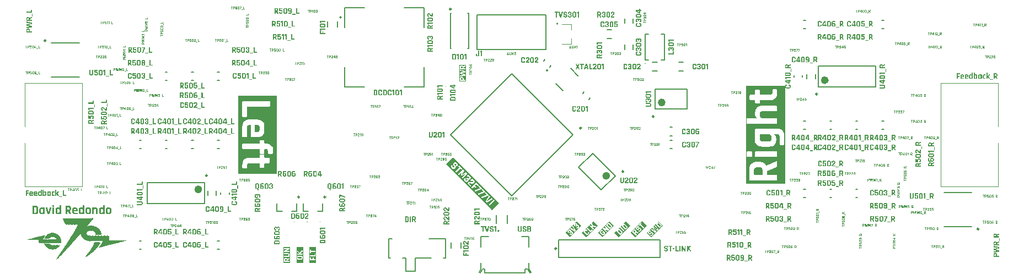
<source format=gto>
G04*
G04 #@! TF.GenerationSoftware,Altium Limited,Altium Designer,24.2.2 (26)*
G04*
G04 Layer_Color=65535*
%FSLAX44Y44*%
%MOMM*%
G71*
G04*
G04 #@! TF.SameCoordinates,A862A385-CF78-4CD3-9DD8-6C5939F40788*
G04*
G04*
G04 #@! TF.FilePolarity,Positive*
G04*
G01*
G75*
%ADD10C,0.2500*%
%ADD11C,0.2000*%
%ADD12C,0.6000*%
%ADD13C,0.1000*%
%ADD14C,0.1270*%
%ADD15C,0.1500*%
%ADD16C,0.1524*%
G36*
X107701Y171838D02*
X107935D01*
Y171605D01*
X108168D01*
Y171838D01*
X108401D01*
Y171605D01*
X108635D01*
Y171371D01*
X108401D01*
Y171138D01*
X108635D01*
Y170905D01*
X108401D01*
Y171138D01*
X108168D01*
Y170905D01*
X107935D01*
Y170671D01*
X108168D01*
Y170438D01*
X107935D01*
Y170671D01*
X107701D01*
Y170438D01*
X107468D01*
Y170204D01*
X107701D01*
Y169971D01*
X107001D01*
Y169738D01*
X107235D01*
Y169504D01*
X107001D01*
Y169271D01*
X106768D01*
Y169504D01*
X106535D01*
Y169271D01*
X106768D01*
Y169037D01*
X106535D01*
Y168804D01*
X106301D01*
Y168571D01*
X106068D01*
Y168337D01*
X105834D01*
Y168104D01*
X105601D01*
Y167871D01*
Y167637D01*
X105134D01*
Y167404D01*
X105368D01*
Y167171D01*
X105134D01*
Y166937D01*
X104901D01*
Y166704D01*
X104668D01*
Y166470D01*
X104434D01*
Y166237D01*
X104201D01*
Y166004D01*
X103967D01*
Y165770D01*
X103734D01*
Y165537D01*
X103967D01*
Y165304D01*
X103734D01*
Y165537D01*
X103501D01*
Y165304D01*
X103267D01*
Y165070D01*
X103501D01*
Y164837D01*
X103267D01*
Y165070D01*
X103034D01*
Y164837D01*
X102801D01*
Y164603D01*
X103034D01*
Y164370D01*
X102334D01*
Y164137D01*
X102567D01*
Y163903D01*
X101867D01*
Y163670D01*
X102100D01*
Y163437D01*
X101867D01*
Y163203D01*
X101634D01*
Y162970D01*
X101400D01*
Y162736D01*
X101167D01*
Y162970D01*
X100934D01*
Y162736D01*
X101167D01*
Y162503D01*
X100934D01*
Y162270D01*
X100700D01*
Y162036D01*
X100467D01*
Y161803D01*
Y161570D01*
X100000D01*
Y161336D01*
Y161103D01*
X99533D01*
Y160870D01*
X99767D01*
Y160636D01*
X99533D01*
Y160403D01*
X99300D01*
Y160169D01*
X99066D01*
Y159936D01*
X98833D01*
Y159703D01*
X98600D01*
Y159469D01*
X98366D01*
Y159236D01*
X98133D01*
Y159002D01*
X98833D01*
Y159236D01*
X99066D01*
Y159002D01*
X99300D01*
Y159236D01*
X99533D01*
Y159469D01*
X100233D01*
Y159703D01*
X100467D01*
Y159469D01*
X100700D01*
Y159703D01*
X100467D01*
Y159936D01*
X100700D01*
Y159703D01*
X100934D01*
Y159936D01*
X101167D01*
Y159703D01*
X101400D01*
Y159936D01*
X101634D01*
Y159703D01*
X101867D01*
Y159936D01*
X102567D01*
Y160169D01*
X102801D01*
Y159936D01*
X103034D01*
Y160169D01*
X103267D01*
Y159936D01*
X103501D01*
Y160169D01*
X103734D01*
Y159936D01*
X103967D01*
Y160169D01*
X104201D01*
Y159936D01*
X104434D01*
Y160169D01*
X104668D01*
Y159936D01*
X104901D01*
Y160169D01*
X105134D01*
Y159936D01*
X105368D01*
Y160169D01*
X105601D01*
Y159936D01*
X107235D01*
Y159703D01*
X107468D01*
Y159936D01*
X107701D01*
Y159703D01*
X107935D01*
Y159469D01*
X108168D01*
Y159703D01*
X107935D01*
Y159936D01*
X108168D01*
Y159703D01*
X108401D01*
Y159469D01*
X108635D01*
Y159703D01*
X108868D01*
Y159469D01*
X109568D01*
Y159236D01*
X109802D01*
Y159002D01*
X110035D01*
Y159236D01*
X109802D01*
Y159469D01*
X110035D01*
Y159236D01*
X110268D01*
Y159002D01*
X110969D01*
Y158769D01*
X111202D01*
Y158536D01*
X111435D01*
Y158769D01*
X111202D01*
Y159002D01*
X111435D01*
Y158769D01*
X111669D01*
Y158536D01*
X111902D01*
Y158302D01*
X112135D01*
Y158069D01*
X112369D01*
Y158302D01*
X112135D01*
Y158536D01*
X112369D01*
Y158302D01*
X112602D01*
Y158069D01*
X112836D01*
Y157836D01*
X113069D01*
Y157602D01*
X113302D01*
Y157836D01*
X113069D01*
Y158069D01*
X113302D01*
Y157836D01*
X113536D01*
Y157602D01*
X113769D01*
Y157369D01*
X114003D01*
Y157135D01*
X114703D01*
Y156902D01*
X114936D01*
Y156669D01*
X115169D01*
Y156435D01*
X115403D01*
Y156202D01*
X115636D01*
Y155969D01*
X115870D01*
Y155735D01*
X116103D01*
Y155502D01*
X116336D01*
Y155268D01*
X116570D01*
Y155035D01*
X116803D01*
Y154802D01*
X117036D01*
Y154568D01*
X117270D01*
Y154335D01*
X117503D01*
Y154102D01*
X117736D01*
Y153868D01*
X117970D01*
Y153635D01*
X117736D01*
Y153401D01*
X118437D01*
Y153168D01*
X118203D01*
Y152935D01*
X118437D01*
Y152701D01*
X118670D01*
Y152468D01*
X118903D01*
Y152235D01*
X118670D01*
Y152001D01*
X118903D01*
Y151768D01*
X119137D01*
Y151535D01*
X119370D01*
Y151301D01*
X119137D01*
Y151068D01*
X119370D01*
Y150834D01*
X119603D01*
Y150601D01*
X119837D01*
Y150368D01*
X119603D01*
Y150134D01*
X119837D01*
Y149901D01*
X119603D01*
Y149668D01*
X120070D01*
Y149434D01*
Y149201D01*
X120304D01*
Y148967D01*
X120070D01*
Y148734D01*
X120304D01*
Y148501D01*
X120070D01*
Y148267D01*
X120304D01*
Y148034D01*
X120537D01*
Y147801D01*
X120304D01*
Y147567D01*
X120537D01*
Y147334D01*
X120304D01*
Y147100D01*
X120537D01*
Y146867D01*
X120770D01*
Y146634D01*
X120537D01*
Y146867D01*
X120304D01*
Y146634D01*
X120537D01*
Y146400D01*
X120304D01*
Y146167D01*
X120070D01*
Y145934D01*
X119837D01*
Y146167D01*
X119603D01*
Y145934D01*
X119837D01*
Y145700D01*
X119603D01*
Y145934D01*
X119370D01*
Y146167D01*
X119137D01*
Y145934D01*
X118903D01*
Y146167D01*
X118670D01*
Y145934D01*
X118903D01*
Y145700D01*
X118670D01*
Y145934D01*
X118437D01*
Y146167D01*
X118203D01*
Y145934D01*
X117970D01*
Y146167D01*
X117736D01*
Y145934D01*
X117970D01*
Y145700D01*
X117736D01*
Y145934D01*
X117503D01*
Y146167D01*
X117270D01*
Y145934D01*
X117036D01*
Y146167D01*
X116803D01*
Y145934D01*
X117036D01*
Y145700D01*
X116803D01*
Y145934D01*
X116570D01*
Y146167D01*
X116336D01*
Y145934D01*
X116103D01*
Y146167D01*
X115870D01*
Y145934D01*
X116103D01*
Y145700D01*
X115870D01*
Y145934D01*
X115636D01*
Y146167D01*
X115403D01*
Y145934D01*
X115169D01*
Y146167D01*
X114936D01*
Y145934D01*
X115169D01*
Y145700D01*
X114936D01*
Y145934D01*
X114703D01*
Y146167D01*
X114469D01*
Y145934D01*
X114236D01*
Y146167D01*
X114003D01*
Y145934D01*
X114236D01*
Y145700D01*
X114003D01*
Y145934D01*
X113769D01*
Y146167D01*
X113536D01*
Y145934D01*
X113302D01*
Y146167D01*
X113069D01*
Y145934D01*
X113302D01*
Y145700D01*
X113069D01*
Y145934D01*
X112836D01*
Y146167D01*
X112602D01*
Y145934D01*
X112369D01*
Y146167D01*
X112135D01*
Y145934D01*
X112369D01*
Y145700D01*
X112135D01*
Y145934D01*
X111902D01*
Y146167D01*
X111202D01*
Y146400D01*
X111435D01*
Y146634D01*
X111202D01*
Y146867D01*
X111435D01*
Y147100D01*
X111202D01*
Y147334D01*
X111435D01*
Y147567D01*
X111202D01*
Y147801D01*
X111435D01*
Y148034D01*
X111202D01*
Y148267D01*
X110969D01*
Y148501D01*
X110735D01*
Y148734D01*
X110969D01*
Y148967D01*
X110735D01*
Y149201D01*
X110502D01*
Y149434D01*
X110268D01*
Y149668D01*
X110035D01*
Y149901D01*
X109802D01*
Y150134D01*
X110035D01*
Y150368D01*
X109802D01*
Y150601D01*
X109568D01*
Y150834D01*
X109335D01*
Y151068D01*
X109102D01*
Y151301D01*
X108401D01*
Y151535D01*
X108168D01*
Y151768D01*
X107935D01*
Y152001D01*
X107701D01*
Y151768D01*
X107468D01*
Y152001D01*
X107235D01*
Y152235D01*
X106535D01*
Y152468D01*
X106301D01*
Y152235D01*
X106068D01*
Y152468D01*
X105834D01*
Y152701D01*
X105601D01*
Y152468D01*
X105834D01*
Y152235D01*
X105601D01*
Y152468D01*
X105368D01*
Y152701D01*
X105134D01*
Y152468D01*
X104901D01*
Y152701D01*
X104668D01*
Y152468D01*
X104901D01*
Y152235D01*
X104668D01*
Y152468D01*
X104434D01*
Y152701D01*
X104201D01*
Y152468D01*
X103967D01*
Y152701D01*
X103734D01*
Y152468D01*
X103967D01*
Y152235D01*
X103734D01*
Y152468D01*
X103501D01*
Y152701D01*
X103267D01*
Y152468D01*
X103501D01*
Y152235D01*
X103267D01*
Y152468D01*
X103034D01*
Y152701D01*
X102801D01*
Y152468D01*
X103034D01*
Y152235D01*
X102801D01*
Y152468D01*
X102567D01*
Y152235D01*
X101867D01*
Y152001D01*
X101634D01*
Y152235D01*
X101400D01*
Y152001D01*
X101634D01*
Y151768D01*
X101400D01*
Y152001D01*
X101167D01*
Y151768D01*
X100467D01*
Y151535D01*
X100233D01*
Y151768D01*
X100000D01*
Y151535D01*
X100233D01*
Y151301D01*
X100000D01*
Y151535D01*
X99767D01*
Y151301D01*
X99533D01*
Y151068D01*
X99300D01*
Y150834D01*
X99066D01*
Y150601D01*
X98833D01*
Y150834D01*
X98600D01*
Y150601D01*
X98833D01*
Y150368D01*
X98600D01*
Y150134D01*
X98366D01*
Y149901D01*
X98133D01*
Y149668D01*
X98366D01*
Y149434D01*
X98133D01*
Y149668D01*
X97900D01*
Y149434D01*
X97666D01*
Y149201D01*
X97900D01*
Y148967D01*
X97666D01*
Y148734D01*
X97900D01*
Y148501D01*
X97666D01*
Y148267D01*
X97900D01*
Y148034D01*
X97666D01*
Y147801D01*
X97900D01*
Y147567D01*
X97666D01*
Y147334D01*
X97900D01*
Y147100D01*
X98133D01*
Y146867D01*
X98366D01*
Y146634D01*
X98600D01*
Y146400D01*
X98833D01*
Y146167D01*
X99066D01*
Y145934D01*
X99300D01*
Y145700D01*
X99533D01*
Y145467D01*
X100233D01*
Y145233D01*
X100467D01*
Y145000D01*
X101167D01*
Y144767D01*
X101400D01*
Y144533D01*
X101634D01*
Y144767D01*
X101400D01*
Y145000D01*
X101634D01*
Y144767D01*
X101867D01*
Y144533D01*
X102100D01*
Y144767D01*
X101867D01*
Y145000D01*
X102100D01*
Y144767D01*
X102334D01*
Y144533D01*
X102567D01*
Y144767D01*
X102801D01*
Y144533D01*
X103034D01*
Y144767D01*
X102801D01*
Y145000D01*
X103034D01*
Y144767D01*
X103267D01*
Y144533D01*
X103501D01*
Y144767D01*
X103734D01*
Y144533D01*
X103967D01*
Y144767D01*
X103734D01*
Y145000D01*
X103967D01*
Y144767D01*
X104201D01*
Y144533D01*
X104434D01*
Y144767D01*
X104668D01*
Y144533D01*
X104901D01*
Y144767D01*
X104668D01*
Y145000D01*
X104901D01*
Y144767D01*
X105134D01*
Y144533D01*
X105368D01*
Y144767D01*
X105601D01*
Y144533D01*
X105834D01*
Y144767D01*
X105601D01*
Y145000D01*
X105834D01*
Y144767D01*
X106068D01*
Y144533D01*
X106301D01*
Y144767D01*
X106535D01*
Y144533D01*
X106768D01*
Y144767D01*
X106535D01*
Y145000D01*
X106768D01*
Y144767D01*
X107001D01*
Y144533D01*
X107235D01*
Y144767D01*
X107468D01*
Y144533D01*
X107701D01*
Y144767D01*
X107468D01*
Y145000D01*
X107701D01*
Y144767D01*
X107935D01*
Y144533D01*
X108168D01*
Y144767D01*
X108401D01*
Y144533D01*
X108635D01*
Y144767D01*
X108401D01*
Y145000D01*
X108635D01*
Y144767D01*
X108868D01*
Y144533D01*
X109102D01*
Y144767D01*
X109335D01*
Y144533D01*
X109568D01*
Y144767D01*
X109335D01*
Y145000D01*
X109568D01*
Y144767D01*
X109802D01*
Y144533D01*
X110035D01*
Y144767D01*
X110268D01*
Y144533D01*
X110502D01*
Y144767D01*
X110268D01*
Y145000D01*
X110502D01*
Y144767D01*
X110735D01*
Y144533D01*
X110969D01*
Y144767D01*
X111202D01*
Y144533D01*
X111435D01*
Y144767D01*
X111202D01*
Y145000D01*
X111435D01*
Y144767D01*
X111669D01*
Y144533D01*
X111902D01*
Y144767D01*
X112135D01*
Y144533D01*
X112369D01*
Y144767D01*
X112135D01*
Y145000D01*
X112369D01*
Y144767D01*
X112602D01*
Y144533D01*
X112836D01*
Y144767D01*
X113069D01*
Y144533D01*
X113302D01*
Y144767D01*
X113069D01*
Y145000D01*
X113302D01*
Y144767D01*
X113536D01*
Y144533D01*
X113769D01*
Y144767D01*
X114003D01*
Y144533D01*
X114236D01*
Y144767D01*
X114003D01*
Y145000D01*
X114236D01*
Y144767D01*
X114469D01*
Y144533D01*
X114703D01*
Y144767D01*
X114936D01*
Y144533D01*
X115169D01*
Y144767D01*
X114936D01*
Y145000D01*
X115169D01*
Y144767D01*
X115403D01*
Y144533D01*
X115636D01*
Y144767D01*
X115870D01*
Y144533D01*
X116103D01*
Y144767D01*
X115870D01*
Y145000D01*
X116103D01*
Y144767D01*
X116336D01*
Y144533D01*
X116570D01*
Y144767D01*
X116803D01*
Y144533D01*
X117036D01*
Y144767D01*
X116803D01*
Y145000D01*
X117036D01*
Y144767D01*
X117270D01*
Y144533D01*
X117503D01*
Y144767D01*
X117736D01*
Y144533D01*
X117970D01*
Y144767D01*
X117736D01*
Y145000D01*
X117970D01*
Y144767D01*
X118203D01*
Y144533D01*
X118437D01*
Y144767D01*
X118670D01*
Y144533D01*
X118903D01*
Y144767D01*
X118670D01*
Y145000D01*
X118903D01*
Y144767D01*
X119137D01*
Y144533D01*
X119370D01*
Y144767D01*
X119603D01*
Y144533D01*
X119837D01*
Y144767D01*
X119603D01*
Y145000D01*
X119837D01*
Y144767D01*
X120070D01*
Y144533D01*
X120304D01*
Y144767D01*
X120537D01*
Y144533D01*
X120770D01*
Y144767D01*
X120537D01*
Y145000D01*
X120770D01*
Y144767D01*
X121004D01*
Y144533D01*
X121237D01*
Y144767D01*
X121470D01*
Y144533D01*
X121704D01*
Y144767D01*
X121470D01*
Y145000D01*
X121704D01*
Y144767D01*
X121937D01*
Y144533D01*
X122170D01*
Y144767D01*
X122404D01*
Y144533D01*
X122637D01*
Y144767D01*
X122404D01*
Y145000D01*
X122637D01*
Y144767D01*
X122871D01*
Y144533D01*
X123104D01*
Y144767D01*
X123337D01*
Y144533D01*
X123571D01*
Y144767D01*
X123337D01*
Y145000D01*
X123571D01*
Y144767D01*
X123804D01*
Y144533D01*
X124038D01*
Y144767D01*
X124271D01*
Y144533D01*
X124504D01*
Y144767D01*
X124271D01*
Y145000D01*
X124504D01*
Y144767D01*
X124738D01*
Y144533D01*
X124971D01*
Y144767D01*
X125204D01*
Y144533D01*
X125438D01*
Y144767D01*
X125204D01*
Y145000D01*
X125438D01*
Y144767D01*
X125671D01*
Y144533D01*
X125905D01*
Y144767D01*
X126138D01*
Y144533D01*
X126371D01*
Y144767D01*
X126138D01*
Y145000D01*
X126371D01*
Y144767D01*
X126605D01*
Y144533D01*
X126838D01*
Y144767D01*
X127071D01*
Y144533D01*
X127305D01*
Y144767D01*
X127071D01*
Y145000D01*
X127305D01*
Y144767D01*
X127538D01*
Y144533D01*
X127772D01*
Y144767D01*
X128005D01*
Y144533D01*
X128238D01*
Y144767D01*
X128005D01*
Y145000D01*
X128238D01*
Y144767D01*
X128472D01*
Y144533D01*
X128705D01*
Y144767D01*
X128938D01*
Y144533D01*
X129172D01*
Y144767D01*
X128938D01*
Y145000D01*
X129172D01*
Y144767D01*
X129405D01*
Y144533D01*
X129639D01*
Y144767D01*
X129872D01*
Y144533D01*
X130105D01*
Y144767D01*
X129872D01*
Y145000D01*
X130105D01*
Y144767D01*
X130339D01*
Y144533D01*
X130572D01*
Y144767D01*
X130805D01*
Y144533D01*
X131039D01*
Y144767D01*
X130805D01*
Y145000D01*
X131039D01*
Y144767D01*
X131272D01*
Y144533D01*
X131505D01*
Y144767D01*
X131739D01*
Y144533D01*
X131972D01*
Y144767D01*
X131739D01*
Y145000D01*
X131972D01*
Y144767D01*
X132206D01*
Y144533D01*
X132439D01*
Y144300D01*
X132206D01*
Y144066D01*
X132439D01*
Y143833D01*
X132206D01*
Y143600D01*
X132439D01*
Y143366D01*
Y143133D01*
Y142900D01*
Y142666D01*
Y142433D01*
Y142199D01*
Y141966D01*
Y141733D01*
Y141499D01*
Y141266D01*
Y141033D01*
Y140799D01*
Y140566D01*
X132672D01*
Y140332D01*
X132906D01*
Y140099D01*
X132672D01*
Y140332D01*
X132439D01*
Y140099D01*
X132672D01*
Y139866D01*
X132439D01*
Y139632D01*
X132672D01*
Y139399D01*
X132906D01*
Y139166D01*
X132672D01*
Y139399D01*
X132439D01*
Y139166D01*
X132672D01*
Y138932D01*
X132439D01*
Y138699D01*
X132672D01*
Y138465D01*
X132906D01*
Y138232D01*
X132672D01*
Y138465D01*
X132439D01*
Y138232D01*
X132672D01*
Y137999D01*
X132439D01*
Y137765D01*
X132672D01*
Y137532D01*
X132906D01*
Y137299D01*
X133139D01*
Y137065D01*
X133372D01*
Y137299D01*
X133139D01*
Y137532D01*
X133372D01*
Y137299D01*
X133606D01*
Y137532D01*
X133839D01*
Y137299D01*
X134073D01*
Y137065D01*
X134306D01*
Y137299D01*
X134073D01*
Y137532D01*
X134306D01*
Y137299D01*
X134539D01*
Y137065D01*
X134773D01*
Y137299D01*
X134539D01*
Y137532D01*
X134773D01*
Y137299D01*
X135006D01*
Y137065D01*
X135239D01*
Y137299D01*
X135006D01*
Y137532D01*
X135239D01*
Y137299D01*
X135473D01*
Y137065D01*
X135706D01*
Y137299D01*
X135473D01*
Y137532D01*
X135706D01*
Y137299D01*
X135940D01*
Y137065D01*
X136173D01*
Y137299D01*
X135940D01*
Y137532D01*
X136173D01*
Y137299D01*
X136406D01*
Y137065D01*
X136640D01*
Y137299D01*
X136406D01*
Y137532D01*
X136640D01*
Y137299D01*
X136873D01*
Y137065D01*
X137107D01*
Y137299D01*
X136873D01*
Y137532D01*
X137107D01*
Y137299D01*
X137340D01*
Y137532D01*
X137573D01*
Y137299D01*
X137807D01*
Y137065D01*
X138040D01*
Y137299D01*
X137807D01*
Y137532D01*
X138040D01*
Y137299D01*
X138273D01*
Y137065D01*
X138507D01*
Y137299D01*
X138273D01*
Y137532D01*
X138507D01*
Y137299D01*
X138740D01*
Y137065D01*
X138974D01*
Y137299D01*
X138740D01*
Y137532D01*
X138974D01*
Y137299D01*
X139207D01*
Y137065D01*
X139440D01*
Y137299D01*
X139207D01*
Y137532D01*
X139440D01*
Y137299D01*
X139674D01*
Y137065D01*
X139907D01*
Y137299D01*
X139674D01*
Y137532D01*
X139907D01*
Y137299D01*
X140140D01*
Y137065D01*
X140374D01*
Y137299D01*
X140140D01*
Y137532D01*
X140374D01*
Y137299D01*
X140607D01*
Y137065D01*
X140841D01*
Y137299D01*
X140607D01*
Y137532D01*
X140841D01*
Y137299D01*
X141074D01*
Y137532D01*
X141307D01*
Y137299D01*
X141541D01*
Y137065D01*
X141774D01*
Y137299D01*
X141541D01*
Y137532D01*
X141774D01*
Y137299D01*
X142007D01*
Y137065D01*
X142241D01*
Y137299D01*
X142007D01*
Y137532D01*
X142241D01*
Y137299D01*
X142474D01*
Y137065D01*
X142708D01*
Y137299D01*
X142474D01*
Y137532D01*
X142708D01*
Y137299D01*
X142941D01*
Y137532D01*
X143174D01*
Y137299D01*
X143408D01*
Y137065D01*
X143641D01*
Y137299D01*
X143408D01*
Y137532D01*
X143641D01*
Y137299D01*
X143874D01*
Y137532D01*
X144108D01*
Y137299D01*
X144341D01*
Y137065D01*
X144574D01*
Y137299D01*
X144341D01*
Y137532D01*
X144574D01*
Y137299D01*
X144808D01*
Y137532D01*
X145041D01*
Y137299D01*
X145275D01*
Y137065D01*
X145508D01*
Y137299D01*
X145275D01*
Y137532D01*
X145508D01*
Y137299D01*
X145741D01*
Y137532D01*
X145975D01*
Y137299D01*
X146208D01*
Y137065D01*
X146441D01*
Y137299D01*
X146208D01*
Y137532D01*
X146441D01*
Y137299D01*
X146675D01*
Y137532D01*
X146908D01*
Y137299D01*
X147142D01*
Y137065D01*
X147375D01*
Y137299D01*
X147142D01*
Y137532D01*
X147375D01*
Y137299D01*
X147608D01*
Y137532D01*
X147842D01*
Y137299D01*
X148075D01*
Y137065D01*
X148308D01*
Y137299D01*
X148075D01*
Y137532D01*
X148308D01*
Y137299D01*
X148542D01*
Y137532D01*
X148775D01*
Y137299D01*
X149009D01*
Y137065D01*
X149242D01*
Y137299D01*
X149009D01*
Y137532D01*
X149242D01*
Y137299D01*
X149475D01*
Y137532D01*
X149709D01*
Y137299D01*
X149942D01*
Y137065D01*
X150176D01*
Y137299D01*
X149942D01*
Y137532D01*
X150176D01*
Y137299D01*
X150409D01*
Y137532D01*
X150642D01*
Y137299D01*
X150876D01*
Y137065D01*
X151109D01*
Y137299D01*
X150876D01*
Y137532D01*
X151109D01*
Y137299D01*
X151342D01*
Y137532D01*
X151576D01*
Y137299D01*
X151809D01*
Y137065D01*
X152043D01*
Y137299D01*
X151809D01*
Y137532D01*
X152043D01*
Y137299D01*
X152276D01*
Y137532D01*
X152509D01*
Y137299D01*
X152743D01*
Y137065D01*
X152976D01*
Y137299D01*
X152743D01*
Y137532D01*
X152976D01*
Y137299D01*
X153209D01*
Y137532D01*
X153443D01*
Y137299D01*
X153676D01*
Y137065D01*
X153909D01*
Y137299D01*
X153676D01*
Y137532D01*
X153909D01*
Y137299D01*
X154143D01*
Y137532D01*
X154376D01*
Y137299D01*
X154610D01*
Y137065D01*
X154843D01*
Y137299D01*
X154610D01*
Y137532D01*
X154843D01*
Y137299D01*
X155076D01*
Y137532D01*
X155310D01*
Y137299D01*
X155543D01*
Y137065D01*
X155776D01*
Y137299D01*
X155543D01*
Y137532D01*
X155776D01*
Y137299D01*
X156010D01*
Y137532D01*
X156243D01*
Y137299D01*
X156477D01*
Y137065D01*
X156710D01*
Y137299D01*
X156477D01*
Y137532D01*
X156710D01*
Y137299D01*
X156943D01*
Y137532D01*
X157177D01*
Y137299D01*
X157410D01*
Y137065D01*
X157643D01*
Y137299D01*
X157410D01*
Y137532D01*
X157643D01*
Y137299D01*
X157877D01*
Y137532D01*
X158110D01*
Y137299D01*
X158344D01*
Y137065D01*
X158577D01*
Y136832D01*
X158344D01*
Y137065D01*
X158110D01*
Y136832D01*
X157410D01*
Y136599D01*
X157177D01*
Y136832D01*
X156943D01*
Y136599D01*
X157177D01*
Y136365D01*
X156943D01*
Y136599D01*
X156710D01*
Y136365D01*
X155543D01*
Y136132D01*
X155310D01*
Y135898D01*
X155076D01*
Y136132D01*
X154843D01*
Y135898D01*
X154610D01*
Y136132D01*
X154376D01*
Y135898D01*
X154143D01*
Y135665D01*
X154376D01*
Y135432D01*
X154143D01*
Y135665D01*
X153909D01*
Y135898D01*
X153676D01*
Y135665D01*
X153443D01*
Y135898D01*
X153209D01*
Y135665D01*
X153443D01*
Y135432D01*
X153209D01*
Y135665D01*
X152976D01*
Y135432D01*
X152276D01*
Y135198D01*
X152043D01*
Y135432D01*
X151809D01*
Y135198D01*
X152043D01*
Y134965D01*
X151809D01*
Y135198D01*
X151576D01*
Y134965D01*
X151342D01*
Y135198D01*
X151109D01*
Y134965D01*
X150409D01*
Y134732D01*
X150176D01*
Y134965D01*
X149942D01*
Y134732D01*
X149709D01*
Y134965D01*
X149475D01*
Y134732D01*
X149709D01*
Y134498D01*
X149475D01*
Y134732D01*
X149242D01*
Y134498D01*
X148542D01*
Y134265D01*
X148308D01*
Y134498D01*
X148075D01*
Y134265D01*
X148308D01*
Y134031D01*
X148075D01*
Y134265D01*
X147842D01*
Y134031D01*
X147608D01*
Y134265D01*
X147375D01*
Y134031D01*
X146675D01*
Y133798D01*
X146908D01*
Y133565D01*
X146675D01*
Y133798D01*
X146441D01*
Y134031D01*
X146208D01*
Y133798D01*
X146441D01*
Y133565D01*
X146208D01*
Y133798D01*
X145975D01*
Y134031D01*
X145741D01*
Y133798D01*
X145975D01*
Y133565D01*
X145275D01*
Y133331D01*
X145041D01*
Y133565D01*
X144808D01*
Y133331D01*
X144574D01*
Y133565D01*
X144341D01*
Y133331D01*
X144574D01*
Y133098D01*
X144341D01*
Y133331D01*
X144108D01*
Y133098D01*
X142941D01*
Y132865D01*
X142708D01*
Y133098D01*
X142474D01*
Y132865D01*
X142708D01*
Y132631D01*
X142474D01*
Y132865D01*
X142241D01*
Y132631D01*
X141541D01*
Y132398D01*
X141307D01*
Y132631D01*
X141074D01*
Y132398D01*
X140841D01*
Y132631D01*
X140607D01*
Y132398D01*
X140841D01*
Y132164D01*
X140607D01*
Y132398D01*
X140374D01*
Y132164D01*
X139207D01*
Y131931D01*
X139440D01*
Y131698D01*
X139207D01*
Y131931D01*
X138974D01*
Y132164D01*
X138740D01*
Y131931D01*
X138974D01*
Y131698D01*
X138740D01*
Y131931D01*
X138507D01*
Y131698D01*
X137807D01*
Y131464D01*
X137573D01*
Y131698D01*
X137340D01*
Y131464D01*
X137107D01*
Y131698D01*
X136873D01*
Y131464D01*
X137107D01*
Y131231D01*
X136873D01*
Y131464D01*
X136640D01*
Y131231D01*
X135473D01*
Y130997D01*
X135706D01*
Y130764D01*
X135473D01*
Y130997D01*
X135239D01*
Y131231D01*
X135006D01*
Y130997D01*
X135239D01*
Y130764D01*
X135006D01*
Y130997D01*
X134773D01*
Y130764D01*
X134073D01*
Y130531D01*
X133839D01*
Y130764D01*
X133606D01*
Y130531D01*
X133372D01*
Y130764D01*
X133139D01*
Y130531D01*
X133372D01*
Y130297D01*
X133139D01*
Y130531D01*
X132906D01*
Y130297D01*
X131739D01*
Y130064D01*
X131972D01*
Y129831D01*
X131739D01*
Y130064D01*
X131505D01*
Y129831D01*
X131272D01*
Y130064D01*
X131039D01*
Y129831D01*
X130339D01*
Y129597D01*
X130105D01*
Y129831D01*
X129872D01*
Y129597D01*
X129639D01*
Y129831D01*
X129405D01*
Y129597D01*
X129639D01*
Y129364D01*
X129405D01*
Y129597D01*
X129172D01*
Y129364D01*
X128472D01*
Y129131D01*
X128238D01*
Y129364D01*
X128005D01*
Y129131D01*
X128238D01*
Y128897D01*
X128005D01*
Y129131D01*
X127772D01*
Y128897D01*
X127538D01*
Y129131D01*
X127305D01*
Y128897D01*
X126605D01*
Y128664D01*
X126371D01*
Y128897D01*
X126138D01*
Y128664D01*
X125905D01*
Y128430D01*
X125671D01*
Y128664D01*
X125438D01*
Y128430D01*
X124738D01*
Y128197D01*
X124504D01*
Y128430D01*
X124271D01*
Y128197D01*
X124504D01*
Y127964D01*
X124271D01*
Y128197D01*
X124038D01*
Y127964D01*
X123337D01*
Y127730D01*
X123104D01*
Y127964D01*
X122871D01*
Y127730D01*
X122637D01*
Y127497D01*
X122404D01*
Y127730D01*
X122170D01*
Y127497D01*
X121470D01*
Y127264D01*
X121704D01*
Y127030D01*
X121470D01*
Y127264D01*
X121237D01*
Y127497D01*
X121004D01*
Y127264D01*
X120770D01*
Y127497D01*
X120537D01*
Y127264D01*
X120770D01*
Y127030D01*
X120537D01*
Y127264D01*
X120304D01*
Y127030D01*
X120070D01*
Y126797D01*
X119837D01*
Y127030D01*
X119603D01*
Y126797D01*
X119370D01*
Y127030D01*
X119137D01*
Y126797D01*
X119370D01*
Y126563D01*
X119137D01*
Y126797D01*
X118903D01*
Y126563D01*
X118670D01*
Y126797D01*
X118437D01*
Y126563D01*
X117736D01*
Y126330D01*
X117970D01*
Y126097D01*
X117736D01*
Y126330D01*
X117503D01*
Y126563D01*
X117270D01*
Y126330D01*
X117503D01*
Y126097D01*
X117270D01*
Y126330D01*
X117036D01*
Y126563D01*
X116803D01*
Y126330D01*
X117036D01*
Y126097D01*
X116336D01*
Y125863D01*
X116103D01*
Y126097D01*
X115870D01*
Y126330D01*
X116336D01*
Y126563D01*
Y126797D01*
X116570D01*
Y127030D01*
X116803D01*
Y127264D01*
X117036D01*
Y127497D01*
X117270D01*
Y127730D01*
X117503D01*
Y127964D01*
X117270D01*
Y128197D01*
X117970D01*
Y128430D01*
X117736D01*
Y128664D01*
X117970D01*
Y128897D01*
X118203D01*
Y129131D01*
X118437D01*
Y129364D01*
X118670D01*
Y129597D01*
X118903D01*
Y129831D01*
X118670D01*
Y130064D01*
X118903D01*
Y130297D01*
X119137D01*
Y130531D01*
X119370D01*
Y130764D01*
X119137D01*
Y130997D01*
X119370D01*
Y131231D01*
X119603D01*
Y130997D01*
X119837D01*
Y131231D01*
X119603D01*
Y131464D01*
X119837D01*
Y131698D01*
X119603D01*
Y131931D01*
X120070D01*
Y132164D01*
Y132398D01*
X120304D01*
Y132631D01*
X120537D01*
Y132865D01*
X120770D01*
Y133098D01*
X120537D01*
Y133331D01*
X120770D01*
Y133565D01*
X120537D01*
Y133798D01*
X120770D01*
Y133565D01*
X121004D01*
Y133798D01*
X121237D01*
Y134031D01*
X121004D01*
Y134265D01*
X121237D01*
Y134498D01*
X121470D01*
Y134732D01*
X121237D01*
Y134965D01*
X121470D01*
Y134732D01*
X121704D01*
Y134965D01*
X121470D01*
Y135198D01*
X121704D01*
Y135432D01*
X121470D01*
Y135665D01*
X121704D01*
Y135898D01*
X121470D01*
Y136132D01*
X121704D01*
Y136365D01*
X121470D01*
Y136599D01*
X121237D01*
Y136365D01*
X108868D01*
Y136132D01*
X108635D01*
Y136365D01*
X107935D01*
Y136132D01*
X107701D01*
Y136365D01*
X107001D01*
Y136132D01*
X106768D01*
Y136365D01*
X106068D01*
Y136132D01*
X105834D01*
Y136365D01*
X105134D01*
Y136132D01*
X104901D01*
Y136365D01*
X104201D01*
Y136132D01*
X103967D01*
Y136365D01*
X103734D01*
Y136132D01*
X103501D01*
Y136365D01*
X103267D01*
Y136132D01*
X103034D01*
Y136365D01*
X102334D01*
Y136132D01*
X102100D01*
Y136365D01*
X100934D01*
Y136599D01*
X100700D01*
Y136365D01*
X100467D01*
Y136599D01*
X100233D01*
Y136832D01*
X100000D01*
Y136599D01*
X100233D01*
Y136365D01*
X100000D01*
Y136599D01*
X99767D01*
Y136832D01*
X99533D01*
Y136599D01*
X99300D01*
Y136832D01*
X99066D01*
Y136599D01*
X99300D01*
Y136365D01*
X99066D01*
Y136599D01*
X98833D01*
Y136832D01*
X98600D01*
Y137065D01*
X98366D01*
Y136832D01*
X98133D01*
Y137065D01*
X97900D01*
Y137299D01*
X97666D01*
Y137065D01*
X97900D01*
Y136832D01*
X97666D01*
Y137065D01*
X97433D01*
Y137299D01*
X97199D01*
Y137532D01*
X96966D01*
Y137765D01*
X96733D01*
Y137532D01*
X96966D01*
Y137299D01*
X96733D01*
Y137532D01*
X96499D01*
Y137765D01*
X95799D01*
Y137999D01*
X95566D01*
Y138232D01*
X95332D01*
Y138465D01*
X95099D01*
Y138232D01*
X94866D01*
Y138465D01*
X94632D01*
Y138699D01*
X94399D01*
Y138932D01*
X94166D01*
Y139166D01*
X93932D01*
Y138932D01*
X94166D01*
Y138699D01*
X93932D01*
Y138932D01*
X93699D01*
Y139166D01*
X93465D01*
Y139399D01*
X93232D01*
Y139632D01*
X92999D01*
Y139866D01*
X92765D01*
Y140099D01*
X92532D01*
Y140332D01*
X92299D01*
Y140566D01*
X92065D01*
Y140799D01*
X91832D01*
Y141033D01*
X91599D01*
Y141266D01*
X91365D01*
Y141499D01*
X91132D01*
Y141733D01*
X90898D01*
Y141966D01*
X90665D01*
Y142199D01*
X90898D01*
Y142433D01*
X90198D01*
Y142666D01*
X90432D01*
Y142900D01*
X90198D01*
Y143133D01*
X89965D01*
Y143366D01*
X89732D01*
Y143600D01*
Y143833D01*
Y144066D01*
X89498D01*
Y144300D01*
X89265D01*
Y144533D01*
X89498D01*
Y144767D01*
X89265D01*
Y145000D01*
X89031D01*
Y145233D01*
X88798D01*
Y145467D01*
X89031D01*
Y145700D01*
X88798D01*
Y145934D01*
X89031D01*
Y146167D01*
X88798D01*
Y146400D01*
X88565D01*
Y146634D01*
X88798D01*
Y146867D01*
X88565D01*
Y147100D01*
X88331D01*
Y147334D01*
X88098D01*
Y147100D01*
X87865D01*
Y146867D01*
X87631D01*
Y146634D01*
X87398D01*
Y146400D01*
X87164D01*
Y146167D01*
X86931D01*
Y145934D01*
X86698D01*
Y145700D01*
X86464D01*
Y145467D01*
X86231D01*
Y145233D01*
X85997D01*
Y145000D01*
X86231D01*
Y144767D01*
X85997D01*
Y145000D01*
X85764D01*
Y144767D01*
X85531D01*
Y144533D01*
X85764D01*
Y144300D01*
X85064D01*
Y144066D01*
X85297D01*
Y143833D01*
X85064D01*
Y143600D01*
X84831D01*
Y143833D01*
X84597D01*
Y143600D01*
X84831D01*
Y143366D01*
X84597D01*
Y143133D01*
X84364D01*
Y143366D01*
X84131D01*
Y143133D01*
X84364D01*
Y142900D01*
X84131D01*
Y142666D01*
X83897D01*
Y142433D01*
X83664D01*
Y142199D01*
X83430D01*
Y141966D01*
X83197D01*
Y141733D01*
X82964D01*
Y141499D01*
X82730D01*
Y141266D01*
X82964D01*
Y141033D01*
X82264D01*
Y140799D01*
X82497D01*
Y140566D01*
X82264D01*
Y140332D01*
X82030D01*
Y140566D01*
X81797D01*
Y140332D01*
X82030D01*
Y140099D01*
X81797D01*
Y139866D01*
X81563D01*
Y139632D01*
X81330D01*
Y139399D01*
X81097D01*
Y139166D01*
X80863D01*
Y138932D01*
X80630D01*
Y138699D01*
X80397D01*
Y138465D01*
X80630D01*
Y138232D01*
X80397D01*
Y138465D01*
X80163D01*
Y138232D01*
X79930D01*
Y137999D01*
X79696D01*
Y137765D01*
X79463D01*
Y137532D01*
X79696D01*
Y137299D01*
X79463D01*
Y137532D01*
X79230D01*
Y137299D01*
X78996D01*
Y137065D01*
X79230D01*
Y136832D01*
X78996D01*
Y137065D01*
X78763D01*
Y136832D01*
X78530D01*
Y136599D01*
X78763D01*
Y136365D01*
X78063D01*
Y136132D01*
X78296D01*
Y135898D01*
X77596D01*
Y135665D01*
X77829D01*
Y135432D01*
X77596D01*
Y135198D01*
X77363D01*
Y134965D01*
X77129D01*
Y134732D01*
X76896D01*
Y134965D01*
X76663D01*
Y134732D01*
X76896D01*
Y134498D01*
X76663D01*
Y134265D01*
X76429D01*
Y134031D01*
X76196D01*
Y133798D01*
X75963D01*
Y133565D01*
X75729D01*
Y133331D01*
X75496D01*
Y133098D01*
X75262D01*
Y132865D01*
Y132631D01*
X74796D01*
Y132398D01*
X75029D01*
Y132164D01*
X74329D01*
Y131931D01*
X74562D01*
Y131698D01*
X74329D01*
Y131464D01*
X74096D01*
Y131231D01*
X73862D01*
Y130997D01*
X73629D01*
Y130764D01*
X73395D01*
Y130531D01*
X73162D01*
Y130297D01*
X72929D01*
Y130064D01*
X72695D01*
Y129831D01*
X72462D01*
Y129597D01*
X72228D01*
Y129364D01*
X71995D01*
Y129131D01*
X72228D01*
Y128897D01*
X71995D01*
Y129131D01*
X71762D01*
Y128897D01*
X71528D01*
Y128664D01*
X71762D01*
Y128430D01*
X71528D01*
Y128664D01*
X71295D01*
Y128430D01*
X71062D01*
Y128197D01*
X71295D01*
Y127964D01*
X70595D01*
Y127730D01*
X70828D01*
Y127497D01*
X70128D01*
Y127264D01*
X70361D01*
Y127030D01*
X70128D01*
Y126797D01*
X69895D01*
Y127030D01*
X69661D01*
Y126797D01*
X69895D01*
Y126563D01*
X69661D01*
Y126330D01*
X69428D01*
Y126563D01*
X69195D01*
Y126330D01*
X69428D01*
Y126097D01*
X69195D01*
Y125863D01*
X68961D01*
Y125630D01*
X68728D01*
Y125396D01*
X68495D01*
Y125163D01*
X68261D01*
Y124930D01*
X68028D01*
Y124696D01*
X67794D01*
Y124463D01*
X67561D01*
Y124230D01*
X67328D01*
Y123996D01*
X67094D01*
Y123763D01*
X66861D01*
Y123530D01*
X66627D01*
Y123296D01*
X66394D01*
Y123063D01*
Y122829D01*
X65927D01*
Y122596D01*
X66161D01*
Y122363D01*
X65461D01*
Y122129D01*
X65694D01*
Y121896D01*
X64994D01*
Y121663D01*
X65227D01*
Y121429D01*
X64994D01*
Y121196D01*
X64760D01*
Y120962D01*
X64527D01*
Y120729D01*
X64294D01*
Y120496D01*
X64060D01*
Y120262D01*
X63827D01*
Y120029D01*
X63594D01*
Y119796D01*
X63360D01*
Y119562D01*
X63127D01*
Y119329D01*
X62894D01*
Y119095D01*
X62660D01*
Y118862D01*
X62894D01*
Y118629D01*
X62660D01*
Y118862D01*
X62427D01*
Y118629D01*
X62193D01*
Y118395D01*
X61960D01*
Y118162D01*
X61727D01*
Y117929D01*
X61960D01*
Y117695D01*
X61727D01*
Y117929D01*
X61493D01*
Y117695D01*
X61260D01*
Y117462D01*
X61027D01*
Y117228D01*
X60793D01*
Y116995D01*
X61027D01*
Y116762D01*
X60793D01*
Y116995D01*
X60560D01*
Y116762D01*
X60326D01*
Y116528D01*
X60560D01*
Y116295D01*
X60326D01*
Y116528D01*
X60093D01*
Y116295D01*
X59860D01*
Y116062D01*
X60093D01*
Y115828D01*
X59860D01*
Y116062D01*
X59626D01*
Y115828D01*
X59393D01*
Y115595D01*
X59626D01*
Y115361D01*
X59393D01*
Y115595D01*
X59159D01*
Y115361D01*
X58926D01*
Y115128D01*
X59159D01*
Y114895D01*
X58459D01*
Y114661D01*
X58693D01*
Y114428D01*
X57993D01*
Y114195D01*
X58226D01*
Y113961D01*
X57526D01*
Y113728D01*
X57759D01*
Y113495D01*
X57059D01*
Y113261D01*
X57292D01*
Y113028D01*
X56592D01*
Y112794D01*
X56826D01*
Y112561D01*
X56126D01*
Y112328D01*
X56359D01*
Y112094D01*
X55659D01*
Y111861D01*
X55892D01*
Y111628D01*
X55192D01*
Y111394D01*
X55426D01*
Y111161D01*
X55192D01*
Y110927D01*
X54959D01*
Y111161D01*
X54725D01*
Y110927D01*
X54959D01*
Y110694D01*
X54259D01*
Y110461D01*
X54492D01*
Y110227D01*
X54259D01*
Y109994D01*
X54025D01*
Y110227D01*
X53792D01*
Y109994D01*
X54025D01*
Y109761D01*
X53325D01*
Y109527D01*
X53559D01*
Y109294D01*
X52858D01*
Y109060D01*
X53092D01*
Y108827D01*
X52392D01*
Y108594D01*
X52625D01*
Y108360D01*
X51925D01*
Y108127D01*
X52158D01*
Y107893D01*
X51925D01*
Y108127D01*
X51691D01*
Y107893D01*
X51458D01*
Y107660D01*
X51691D01*
Y107427D01*
X51458D01*
Y107660D01*
X51225D01*
Y107427D01*
X50991D01*
Y107193D01*
X50758D01*
Y107427D01*
X50525D01*
Y107660D01*
X50758D01*
Y107893D01*
X50525D01*
Y108127D01*
X50758D01*
Y108360D01*
X50991D01*
Y108594D01*
X51225D01*
Y108827D01*
X50991D01*
Y109060D01*
X51458D01*
Y109294D01*
Y109527D01*
X51691D01*
Y109761D01*
X51925D01*
Y109994D01*
X52158D01*
Y110227D01*
X52392D01*
Y110461D01*
X52158D01*
Y110694D01*
X52392D01*
Y110461D01*
X52625D01*
Y110694D01*
X52392D01*
Y110927D01*
X52625D01*
Y111161D01*
X52858D01*
Y111394D01*
X53092D01*
Y111628D01*
X52858D01*
Y111861D01*
X53559D01*
Y112094D01*
X53325D01*
Y112328D01*
X53559D01*
Y112561D01*
X53792D01*
Y112794D01*
X54025D01*
Y113028D01*
X53792D01*
Y113261D01*
X54492D01*
Y113495D01*
X54259D01*
Y113728D01*
X54492D01*
Y113961D01*
X54725D01*
Y114195D01*
X54959D01*
Y114428D01*
X54725D01*
Y114661D01*
X54959D01*
Y114428D01*
X55192D01*
Y114661D01*
X55426D01*
Y114895D01*
X55192D01*
Y115128D01*
X55426D01*
Y115361D01*
X55659D01*
Y115595D01*
X55892D01*
Y115828D01*
X56126D01*
Y116062D01*
X56359D01*
Y116295D01*
X56126D01*
Y116528D01*
X56359D01*
Y116762D01*
X56592D01*
Y116995D01*
X56826D01*
Y117228D01*
X57059D01*
Y117462D01*
X57292D01*
Y117695D01*
X57059D01*
Y117929D01*
X57292D01*
Y118162D01*
X57526D01*
Y118395D01*
X57759D01*
Y118629D01*
X57993D01*
Y118862D01*
X58226D01*
Y119095D01*
X57993D01*
Y119329D01*
X58226D01*
Y119562D01*
X58459D01*
Y119329D01*
X58693D01*
Y119562D01*
X58459D01*
Y119796D01*
X58693D01*
Y120029D01*
X58926D01*
Y120262D01*
X59159D01*
Y120496D01*
X58926D01*
Y120729D01*
X59626D01*
Y120962D01*
X59393D01*
Y121196D01*
X59626D01*
Y121429D01*
X59860D01*
Y121663D01*
X60093D01*
Y121896D01*
Y122129D01*
Y122363D01*
X60326D01*
Y122129D01*
X60560D01*
Y122363D01*
X60326D01*
Y122596D01*
X60560D01*
Y122829D01*
X60793D01*
Y123063D01*
X61027D01*
Y123296D01*
X60793D01*
Y123530D01*
X61260D01*
Y123763D01*
Y123996D01*
X61493D01*
Y124230D01*
X61727D01*
Y124463D01*
X61960D01*
Y124696D01*
X62193D01*
Y124930D01*
X61960D01*
Y125163D01*
X62193D01*
Y124930D01*
X62427D01*
Y125163D01*
X62193D01*
Y125396D01*
X62427D01*
Y125630D01*
X62660D01*
Y125863D01*
X62894D01*
Y126097D01*
X62660D01*
Y126330D01*
X63127D01*
Y126563D01*
Y126797D01*
X63360D01*
Y127030D01*
X63594D01*
Y127264D01*
X63827D01*
Y127497D01*
X63594D01*
Y127730D01*
X63827D01*
Y127964D01*
X64060D01*
Y128197D01*
X64294D01*
Y128430D01*
X64060D01*
Y128664D01*
X64294D01*
Y128430D01*
X64527D01*
Y128664D01*
X64760D01*
Y128897D01*
X64527D01*
Y129131D01*
X64760D01*
Y129364D01*
X64994D01*
Y129597D01*
X65227D01*
Y129831D01*
X65461D01*
Y130064D01*
X65694D01*
Y130297D01*
X65461D01*
Y130531D01*
X65694D01*
Y130764D01*
X65927D01*
Y130997D01*
X66161D01*
Y131231D01*
X66394D01*
Y131464D01*
X66627D01*
Y131698D01*
X66394D01*
Y131931D01*
X66861D01*
Y132164D01*
Y132398D01*
X67094D01*
Y132631D01*
X67328D01*
Y132865D01*
X67561D01*
Y133098D01*
X67328D01*
Y133331D01*
X67561D01*
Y133565D01*
X67794D01*
Y133798D01*
X68028D01*
Y134031D01*
X67794D01*
Y134265D01*
X68261D01*
Y134498D01*
Y134732D01*
X68495D01*
Y134965D01*
X68728D01*
Y135198D01*
X68961D01*
Y135432D01*
X68728D01*
Y135665D01*
X68961D01*
Y135898D01*
X69195D01*
Y135665D01*
X69428D01*
Y135898D01*
X69195D01*
Y136132D01*
X69428D01*
Y136365D01*
X69195D01*
Y136599D01*
X69895D01*
Y136832D01*
X69661D01*
Y137065D01*
X69895D01*
Y137299D01*
X70128D01*
Y137532D01*
X70361D01*
Y137765D01*
X70128D01*
Y137999D01*
X70361D01*
Y138232D01*
X70595D01*
Y137999D01*
X70828D01*
Y138232D01*
X70595D01*
Y138465D01*
X70828D01*
Y138699D01*
X71062D01*
Y138932D01*
X71295D01*
Y139166D01*
X71062D01*
Y139399D01*
X71528D01*
Y139632D01*
Y139866D01*
X71762D01*
Y140099D01*
X71995D01*
Y140332D01*
X72228D01*
Y140566D01*
X71995D01*
Y140799D01*
X72228D01*
Y141033D01*
X72462D01*
Y141266D01*
X72695D01*
Y141499D01*
X72929D01*
Y141733D01*
X73162D01*
Y141966D01*
X72929D01*
Y142199D01*
X73162D01*
Y142433D01*
X73395D01*
Y142666D01*
X73629D01*
Y142900D01*
X73395D01*
Y143133D01*
X73629D01*
Y143366D01*
X73862D01*
Y143133D01*
X74096D01*
Y143366D01*
X73862D01*
Y143600D01*
X74096D01*
Y143833D01*
X74329D01*
Y144066D01*
X74562D01*
Y144300D01*
X74329D01*
Y144533D01*
X74562D01*
Y144767D01*
X74796D01*
Y145000D01*
X75029D01*
Y145233D01*
X75262D01*
Y145467D01*
X75496D01*
Y145700D01*
X75262D01*
Y145934D01*
X75496D01*
Y146167D01*
X75729D01*
Y146400D01*
X75963D01*
Y146634D01*
X75729D01*
Y146867D01*
X76429D01*
Y147100D01*
X76196D01*
Y147334D01*
X76429D01*
Y147567D01*
X76663D01*
Y147801D01*
X76896D01*
Y148034D01*
X76663D01*
Y148267D01*
X76896D01*
Y148501D01*
X77129D01*
Y148734D01*
X77363D01*
Y148967D01*
X77129D01*
Y149201D01*
X77596D01*
Y149434D01*
Y149668D01*
X77829D01*
Y149901D01*
X78063D01*
Y150134D01*
X78296D01*
Y150368D01*
X78063D01*
Y150601D01*
X78296D01*
Y150834D01*
X78530D01*
Y150601D01*
X78763D01*
Y150834D01*
X78530D01*
Y151068D01*
X78763D01*
Y151301D01*
X78530D01*
Y151535D01*
X79230D01*
Y151768D01*
X78996D01*
Y152001D01*
X79230D01*
Y152235D01*
X79463D01*
Y152468D01*
X79696D01*
Y152701D01*
X79463D01*
Y152935D01*
X79696D01*
Y153168D01*
X79930D01*
Y153401D01*
X80163D01*
Y153635D01*
X79930D01*
Y153868D01*
X80163D01*
Y154102D01*
X80397D01*
Y154335D01*
X80630D01*
Y154568D01*
X80863D01*
Y154802D01*
X81097D01*
Y155035D01*
X80863D01*
Y155268D01*
X81097D01*
Y155502D01*
X81330D01*
Y155735D01*
X81563D01*
Y155969D01*
X81330D01*
Y156202D01*
X81563D01*
Y156435D01*
X81797D01*
Y156669D01*
X82030D01*
Y156902D01*
X81797D01*
Y157135D01*
X82030D01*
Y157369D01*
X82264D01*
Y157135D01*
X82497D01*
Y157369D01*
X82264D01*
Y157602D01*
X82497D01*
Y157836D01*
X82264D01*
Y158069D01*
X82730D01*
Y158302D01*
Y158536D01*
X82964D01*
Y158769D01*
X82730D01*
Y159002D01*
X82964D01*
Y159236D01*
X83197D01*
Y159002D01*
X83430D01*
Y159236D01*
X83197D01*
Y159469D01*
X83430D01*
Y159703D01*
X83197D01*
Y159936D01*
X83664D01*
Y160169D01*
Y160403D01*
X83897D01*
Y160636D01*
X83664D01*
Y160870D01*
X83897D01*
Y161103D01*
X83664D01*
Y161336D01*
X83430D01*
Y161570D01*
X83197D01*
Y161336D01*
X82964D01*
Y161570D01*
X82730D01*
Y161336D01*
X82497D01*
Y161570D01*
X82264D01*
Y161336D01*
X82030D01*
Y161570D01*
X81797D01*
Y161336D01*
X81563D01*
Y161570D01*
X81330D01*
Y161336D01*
X81097D01*
Y161570D01*
X80863D01*
Y161336D01*
X80630D01*
Y161570D01*
X80397D01*
Y161336D01*
X80163D01*
Y161570D01*
X79930D01*
Y161336D01*
X79696D01*
Y161570D01*
X79463D01*
Y161336D01*
X79230D01*
Y161570D01*
X78996D01*
Y161336D01*
X78763D01*
Y161570D01*
X78530D01*
Y161336D01*
X78296D01*
Y161570D01*
X78063D01*
Y161336D01*
X77829D01*
Y161570D01*
X77596D01*
Y161336D01*
X77363D01*
Y161570D01*
X77129D01*
Y161336D01*
X76896D01*
Y161570D01*
X76663D01*
Y161336D01*
X76429D01*
Y161570D01*
X76196D01*
Y161336D01*
X75963D01*
Y161570D01*
X75729D01*
Y161336D01*
X75496D01*
Y161570D01*
X75262D01*
Y161336D01*
X75029D01*
Y161570D01*
X74796D01*
Y161336D01*
X74562D01*
Y161570D01*
X74329D01*
Y161336D01*
X74096D01*
Y161570D01*
X73862D01*
Y161336D01*
X73629D01*
Y161570D01*
X73395D01*
Y161336D01*
X73162D01*
Y161570D01*
X72929D01*
Y161336D01*
X72695D01*
Y161570D01*
X72462D01*
Y161336D01*
X72228D01*
Y161570D01*
X71995D01*
Y161336D01*
X71762D01*
Y161570D01*
X71528D01*
Y161336D01*
X71295D01*
Y161570D01*
X71062D01*
Y161336D01*
X70828D01*
Y161570D01*
X70595D01*
Y161336D01*
X70361D01*
Y161570D01*
X70128D01*
Y161336D01*
X69895D01*
Y161570D01*
X69661D01*
Y161336D01*
X69428D01*
Y161570D01*
X69195D01*
Y161336D01*
X68961D01*
Y161570D01*
X68728D01*
Y161336D01*
X68495D01*
Y161570D01*
X68261D01*
Y161336D01*
X68028D01*
Y161570D01*
X67794D01*
Y161336D01*
X67561D01*
Y161570D01*
X67328D01*
Y161336D01*
X67094D01*
Y161570D01*
X66861D01*
Y161336D01*
X66627D01*
Y161570D01*
X65927D01*
Y161803D01*
X65694D01*
Y162036D01*
X64994D01*
Y162270D01*
X65227D01*
Y162503D01*
X64994D01*
Y162736D01*
X64760D01*
Y162970D01*
X64527D01*
Y163203D01*
X64760D01*
Y163437D01*
X64527D01*
Y163670D01*
X64294D01*
Y163903D01*
X64060D01*
Y164137D01*
X64294D01*
Y164370D01*
X64060D01*
Y164603D01*
X63827D01*
Y164837D01*
X63594D01*
Y165070D01*
X63827D01*
Y165304D01*
X63594D01*
Y165537D01*
X63360D01*
Y165770D01*
X63127D01*
Y166004D01*
X63360D01*
Y166237D01*
X63127D01*
Y166470D01*
X62894D01*
Y166704D01*
X62660D01*
Y166937D01*
X62894D01*
Y167171D01*
X62660D01*
Y167404D01*
X62427D01*
Y167637D01*
X62193D01*
Y167871D01*
X62427D01*
Y168104D01*
X62193D01*
Y168337D01*
Y168571D01*
X61727D01*
Y168804D01*
X61960D01*
Y169037D01*
X61727D01*
Y169271D01*
X61493D01*
Y169504D01*
Y169738D01*
Y169971D01*
X61260D01*
Y170204D01*
Y170438D01*
Y170671D01*
X61027D01*
Y170905D01*
X60793D01*
Y171138D01*
X61493D01*
Y171371D01*
X61727D01*
Y171138D01*
X61960D01*
Y171371D01*
X62193D01*
Y171138D01*
X62427D01*
Y171371D01*
X62660D01*
Y171138D01*
X62894D01*
Y171371D01*
X63127D01*
Y171138D01*
X63360D01*
Y171371D01*
X63594D01*
Y171138D01*
X63827D01*
Y171371D01*
X64060D01*
Y171138D01*
X64294D01*
Y171371D01*
X64060D01*
Y171605D01*
X64294D01*
Y171371D01*
X64527D01*
Y171138D01*
X64760D01*
Y171371D01*
X64994D01*
Y171138D01*
X65227D01*
Y171371D01*
X65461D01*
Y171138D01*
X65694D01*
Y171371D01*
X65927D01*
Y171138D01*
X66161D01*
Y171371D01*
X65927D01*
Y171605D01*
X66161D01*
Y171371D01*
X66394D01*
Y171138D01*
X66627D01*
Y171371D01*
X66861D01*
Y171138D01*
X67094D01*
Y171371D01*
X67328D01*
Y171138D01*
X67561D01*
Y171371D01*
X67794D01*
Y171138D01*
X68028D01*
Y171371D01*
X67794D01*
Y171605D01*
X68028D01*
Y171371D01*
X68261D01*
Y171138D01*
X68495D01*
Y171371D01*
X68728D01*
Y171138D01*
X68961D01*
Y171371D01*
X69195D01*
Y171138D01*
X69428D01*
Y171371D01*
X69661D01*
Y171138D01*
X69895D01*
Y171371D01*
X69661D01*
Y171605D01*
X69895D01*
Y171371D01*
X70128D01*
Y171138D01*
X70361D01*
Y171371D01*
X70595D01*
Y171138D01*
X70828D01*
Y171371D01*
X71062D01*
Y171138D01*
X71295D01*
Y171371D01*
X71528D01*
Y171138D01*
X71762D01*
Y171371D01*
X71995D01*
Y171138D01*
X72228D01*
Y171371D01*
X72462D01*
Y171138D01*
X72695D01*
Y171371D01*
X72929D01*
Y171138D01*
X73162D01*
Y171371D01*
X73395D01*
Y171138D01*
X73629D01*
Y171371D01*
X73862D01*
Y171138D01*
X74096D01*
Y171371D01*
X74329D01*
Y171138D01*
X74562D01*
Y171371D01*
X74796D01*
Y171138D01*
X75029D01*
Y171371D01*
X75262D01*
Y171138D01*
X75496D01*
Y171371D01*
X75729D01*
Y171138D01*
X75963D01*
Y171371D01*
X76196D01*
Y171138D01*
X76429D01*
Y171371D01*
X76663D01*
Y171138D01*
X76896D01*
Y171371D01*
X77129D01*
Y171138D01*
X77363D01*
Y171371D01*
X77596D01*
Y171138D01*
X77829D01*
Y171371D01*
X78063D01*
Y171138D01*
X78296D01*
Y171371D01*
X78530D01*
Y171138D01*
X78763D01*
Y171371D01*
X78996D01*
Y171138D01*
X79230D01*
Y171371D01*
X79463D01*
Y171138D01*
X79696D01*
Y171371D01*
X79930D01*
Y171138D01*
X80163D01*
Y171371D01*
X80397D01*
Y171138D01*
X80630D01*
Y171371D01*
X80863D01*
Y171138D01*
X81097D01*
Y171371D01*
X81330D01*
Y171138D01*
X81563D01*
Y171371D01*
X81797D01*
Y171138D01*
X82030D01*
Y171371D01*
X82264D01*
Y171138D01*
X82497D01*
Y171371D01*
X82730D01*
Y171138D01*
X82964D01*
Y171371D01*
X83197D01*
Y171138D01*
X83430D01*
Y171371D01*
X83664D01*
Y171138D01*
X83897D01*
Y171371D01*
X84131D01*
Y171138D01*
X84364D01*
Y171371D01*
X84597D01*
Y171138D01*
X84831D01*
Y171371D01*
X85064D01*
Y171138D01*
X85297D01*
Y171371D01*
X85531D01*
Y171138D01*
X85764D01*
Y171371D01*
X85997D01*
Y171138D01*
X86231D01*
Y171371D01*
X86464D01*
Y171138D01*
X86698D01*
Y171371D01*
X86931D01*
Y171138D01*
X87164D01*
Y171371D01*
X87398D01*
Y171138D01*
X87631D01*
Y171371D01*
X87865D01*
Y171138D01*
X88098D01*
Y171371D01*
X88331D01*
Y171138D01*
X88565D01*
Y171371D01*
X88798D01*
Y171138D01*
X89031D01*
Y171371D01*
X89265D01*
Y171138D01*
X89498D01*
Y171371D01*
X89732D01*
Y171138D01*
X89965D01*
Y171371D01*
X90198D01*
Y171138D01*
X90432D01*
Y171371D01*
X90665D01*
Y171138D01*
X90898D01*
Y171371D01*
X91132D01*
Y171138D01*
X91365D01*
Y171371D01*
X91599D01*
Y171138D01*
X91832D01*
Y171371D01*
X92065D01*
Y171138D01*
X92299D01*
Y171371D01*
X92532D01*
Y171138D01*
X92765D01*
Y171371D01*
X92999D01*
Y171138D01*
X93232D01*
Y171371D01*
X93465D01*
Y171138D01*
X93699D01*
Y171371D01*
X93932D01*
Y171138D01*
X94166D01*
Y171371D01*
X94399D01*
Y171138D01*
X94632D01*
Y171371D01*
X94866D01*
Y171138D01*
X95099D01*
Y171371D01*
X94866D01*
Y171605D01*
X95099D01*
Y171371D01*
X95332D01*
Y171138D01*
X95566D01*
Y171371D01*
X95332D01*
Y171605D01*
X95566D01*
Y171371D01*
X95799D01*
Y171138D01*
X96033D01*
Y171371D01*
X95799D01*
Y171605D01*
X96033D01*
Y171371D01*
X96266D01*
Y171138D01*
X96499D01*
Y171371D01*
X96266D01*
Y171605D01*
X96499D01*
Y171371D01*
X96733D01*
Y171138D01*
X96966D01*
Y171371D01*
X96733D01*
Y171605D01*
X96966D01*
Y171371D01*
X97199D01*
Y171138D01*
X97433D01*
Y171371D01*
X97199D01*
Y171605D01*
X97433D01*
Y171371D01*
X97666D01*
Y171138D01*
X97900D01*
Y171371D01*
X97666D01*
Y171605D01*
X97900D01*
Y171371D01*
X98133D01*
Y171138D01*
X98366D01*
Y171371D01*
X98133D01*
Y171605D01*
X98366D01*
Y171371D01*
X98600D01*
Y171138D01*
X98833D01*
Y171371D01*
X98600D01*
Y171605D01*
X98833D01*
Y171371D01*
X99066D01*
Y171138D01*
X99300D01*
Y171371D01*
X99066D01*
Y171605D01*
X99300D01*
Y171371D01*
X99533D01*
Y171605D01*
X99767D01*
Y171371D01*
X100000D01*
Y171138D01*
X100233D01*
Y171371D01*
X100000D01*
Y171605D01*
X100233D01*
Y171371D01*
X100467D01*
Y171605D01*
X100700D01*
Y171371D01*
X100934D01*
Y171138D01*
X101167D01*
Y171371D01*
X100934D01*
Y171605D01*
X101167D01*
Y171371D01*
X101400D01*
Y171605D01*
X102100D01*
Y171371D01*
X102334D01*
Y171605D01*
X105834D01*
Y171838D01*
X106068D01*
Y171605D01*
X106301D01*
Y171838D01*
X106535D01*
Y171605D01*
X106768D01*
Y171838D01*
X106535D01*
Y172071D01*
X106768D01*
Y171838D01*
X107001D01*
Y171605D01*
X107235D01*
Y171838D01*
X107468D01*
Y171605D01*
X107701D01*
Y171838D01*
X107468D01*
Y172071D01*
X107701D01*
Y171838D01*
D02*
G37*
G36*
X47491Y148967D02*
X47724D01*
Y148734D01*
X48891D01*
Y148501D01*
X49124D01*
Y148267D01*
X49358D01*
Y148501D01*
X49124D01*
Y148734D01*
X49358D01*
Y148501D01*
X49591D01*
Y148267D01*
X49825D01*
Y148501D01*
X49591D01*
Y148734D01*
X49825D01*
Y148501D01*
X50058D01*
Y148267D01*
X50291D01*
Y148034D01*
X50525D01*
Y147801D01*
X50758D01*
Y148034D01*
X50525D01*
Y148267D01*
X50758D01*
Y148034D01*
X50991D01*
Y147801D01*
X51691D01*
Y147567D01*
X51925D01*
Y147334D01*
X52158D01*
Y147100D01*
X52392D01*
Y146867D01*
X52625D01*
Y147100D01*
X52392D01*
Y147334D01*
X52625D01*
Y147100D01*
X52858D01*
Y146867D01*
X53092D01*
Y146634D01*
X53325D01*
Y146400D01*
X53559D01*
Y146167D01*
X53792D01*
Y145934D01*
X54492D01*
Y145700D01*
X54725D01*
Y145467D01*
X54959D01*
Y145233D01*
X55192D01*
Y145000D01*
X55426D01*
Y144767D01*
X55659D01*
Y144533D01*
X55892D01*
Y144300D01*
X55659D01*
Y144066D01*
X55892D01*
Y143833D01*
X56126D01*
Y143600D01*
X56359D01*
Y143366D01*
X56592D01*
Y143133D01*
X56826D01*
Y142900D01*
X56592D01*
Y142666D01*
X57059D01*
Y142433D01*
Y142199D01*
X57292D01*
Y141966D01*
X57526D01*
Y141733D01*
X57759D01*
Y141499D01*
X57526D01*
Y141733D01*
X57292D01*
Y141499D01*
X57526D01*
Y141266D01*
X57759D01*
Y141033D01*
X57526D01*
Y140799D01*
X57993D01*
Y140566D01*
Y140332D01*
X58226D01*
Y140099D01*
X57993D01*
Y139866D01*
X58226D01*
Y139632D01*
X57993D01*
Y139399D01*
X58226D01*
Y139166D01*
X58459D01*
Y138932D01*
X58693D01*
Y138699D01*
X58459D01*
Y138465D01*
X58693D01*
Y138232D01*
X58459D01*
Y137999D01*
X58693D01*
Y137765D01*
X58459D01*
Y137532D01*
X58693D01*
Y137299D01*
X58459D01*
Y137065D01*
X58693D01*
Y136832D01*
X58926D01*
Y136599D01*
X58693D01*
Y136832D01*
X58459D01*
Y136599D01*
X58693D01*
Y136365D01*
X58459D01*
Y136132D01*
X58693D01*
Y135898D01*
X58459D01*
Y135665D01*
X58693D01*
Y135432D01*
X58459D01*
Y135198D01*
X58693D01*
Y134965D01*
X58459D01*
Y134732D01*
X58693D01*
Y134498D01*
X58459D01*
Y134265D01*
X58693D01*
Y134031D01*
X58459D01*
Y133798D01*
X58693D01*
Y133565D01*
X57526D01*
Y133331D01*
X57292D01*
Y133565D01*
X56592D01*
Y133331D01*
X56359D01*
Y133565D01*
X56126D01*
Y133331D01*
X55892D01*
Y133565D01*
X55659D01*
Y133331D01*
X55426D01*
Y133565D01*
X54725D01*
Y133331D01*
X54492D01*
Y133565D01*
X53792D01*
Y133331D01*
X53559D01*
Y133565D01*
X52858D01*
Y133331D01*
X52625D01*
Y133565D01*
X52392D01*
Y133331D01*
X52158D01*
Y133565D01*
X51925D01*
Y133331D01*
X51691D01*
Y133565D01*
X50991D01*
Y133331D01*
X50758D01*
Y133565D01*
X50058D01*
Y133331D01*
X49825D01*
Y133565D01*
X49124D01*
Y133331D01*
X48891D01*
Y133565D01*
X48658D01*
Y133331D01*
X48424D01*
Y133565D01*
X48191D01*
Y133331D01*
X47958D01*
Y133565D01*
X47724D01*
Y133331D01*
X47491D01*
Y133565D01*
X47257D01*
Y133331D01*
X47024D01*
Y133565D01*
X46791D01*
Y133331D01*
X46557D01*
Y133565D01*
X46324D01*
Y133331D01*
X46090D01*
Y133565D01*
X45857D01*
Y133331D01*
X45624D01*
Y133565D01*
X45390D01*
Y133331D01*
X45157D01*
Y133565D01*
X44924D01*
Y133331D01*
X44690D01*
Y133565D01*
X44457D01*
Y133331D01*
X44224D01*
Y133565D01*
X43990D01*
Y133331D01*
X43757D01*
Y133565D01*
X43523D01*
Y133331D01*
X43290D01*
Y133565D01*
X43057D01*
Y133331D01*
X42823D01*
Y133565D01*
X42590D01*
Y133331D01*
X42357D01*
Y133565D01*
X42123D01*
Y133331D01*
X41890D01*
Y133565D01*
X41656D01*
Y133331D01*
X41423D01*
Y133565D01*
X41190D01*
Y133331D01*
X40956D01*
Y133565D01*
X40723D01*
Y133331D01*
X40490D01*
Y133565D01*
X40256D01*
Y133331D01*
X40023D01*
Y133565D01*
X39790D01*
Y133331D01*
X39556D01*
Y133565D01*
X39323D01*
Y133331D01*
X39089D01*
Y133565D01*
X38856D01*
Y133331D01*
X38623D01*
Y133565D01*
X38389D01*
Y133331D01*
X38156D01*
Y133565D01*
X37922D01*
Y133331D01*
X37689D01*
Y133565D01*
X37456D01*
Y133331D01*
X37222D01*
Y133565D01*
X36989D01*
Y133331D01*
X36756D01*
Y133565D01*
X36522D01*
Y133331D01*
X36289D01*
Y133565D01*
X36056D01*
Y133331D01*
X35822D01*
Y133565D01*
X35589D01*
Y133331D01*
X35355D01*
Y133565D01*
X35122D01*
Y133331D01*
X34889D01*
Y133565D01*
X34655D01*
Y133331D01*
X34422D01*
Y133565D01*
X34188D01*
Y133331D01*
X33955D01*
Y133565D01*
X33722D01*
Y133331D01*
X33488D01*
Y133565D01*
X33255D01*
Y133331D01*
X33488D01*
Y133098D01*
X33255D01*
Y133331D01*
X33022D01*
Y133565D01*
X32788D01*
Y133331D01*
X32555D01*
Y133565D01*
X32322D01*
Y133331D01*
X32088D01*
Y133565D01*
X31855D01*
Y133331D01*
X31621D01*
Y133565D01*
X31388D01*
Y133331D01*
X31621D01*
Y133098D01*
X31388D01*
Y133331D01*
X31155D01*
Y133565D01*
X30921D01*
Y133331D01*
X30688D01*
Y133565D01*
X30454D01*
Y133331D01*
X30221D01*
Y133565D01*
X29988D01*
Y133331D01*
X29754D01*
Y133565D01*
X29521D01*
Y133331D01*
X29754D01*
Y133098D01*
X29521D01*
Y133331D01*
X29288D01*
Y133565D01*
X29054D01*
Y133331D01*
X28821D01*
Y133565D01*
X28588D01*
Y133331D01*
X28354D01*
Y133565D01*
X28121D01*
Y133331D01*
X27887D01*
Y133565D01*
X27654D01*
Y133331D01*
X27887D01*
Y133098D01*
X27654D01*
Y133331D01*
X27421D01*
Y133565D01*
X27187D01*
Y133331D01*
X26954D01*
Y133565D01*
X26720D01*
Y133331D01*
X26487D01*
Y133565D01*
X26254D01*
Y133331D01*
X26020D01*
Y133565D01*
X25787D01*
Y133331D01*
X26020D01*
Y133098D01*
X25787D01*
Y133331D01*
X25554D01*
Y133565D01*
X25320D01*
Y133331D01*
X25087D01*
Y133565D01*
X24853D01*
Y133331D01*
X24620D01*
Y133565D01*
X24387D01*
Y133798D01*
X24153D01*
Y134031D01*
X23920D01*
Y134265D01*
X24153D01*
Y134498D01*
X23920D01*
Y134732D01*
X24153D01*
Y134965D01*
X23920D01*
Y135198D01*
X24153D01*
Y135432D01*
X23920D01*
Y135665D01*
X24153D01*
Y135898D01*
X23920D01*
Y136132D01*
X24153D01*
Y136365D01*
X23920D01*
Y136599D01*
X24153D01*
Y136832D01*
X23920D01*
Y137065D01*
X24153D01*
Y137299D01*
X23920D01*
Y137532D01*
X24153D01*
Y137765D01*
X23920D01*
Y137999D01*
X24153D01*
Y138232D01*
X23920D01*
Y138465D01*
X23687D01*
Y138699D01*
X21586D01*
Y138465D01*
X21353D01*
Y138699D01*
X20653D01*
Y138465D01*
X20886D01*
Y138232D01*
X20653D01*
Y138465D01*
X20419D01*
Y138699D01*
X19719D01*
Y138465D01*
X19486D01*
Y138699D01*
X18786D01*
Y138465D01*
X19019D01*
Y138232D01*
X18786D01*
Y138465D01*
X18552D01*
Y138699D01*
X17852D01*
Y138465D01*
X17619D01*
Y138699D01*
X16919D01*
Y138465D01*
X17152D01*
Y138232D01*
X16919D01*
Y138465D01*
X16685D01*
Y138699D01*
X15985D01*
Y138465D01*
X15752D01*
Y138699D01*
X15052D01*
Y138465D01*
X15285D01*
Y138232D01*
X15052D01*
Y138465D01*
X14818D01*
Y138699D01*
X14118D01*
Y138465D01*
X13885D01*
Y138699D01*
X13185D01*
Y138465D01*
X13418D01*
Y138232D01*
X13185D01*
Y138465D01*
X12951D01*
Y138699D01*
X12251D01*
Y138465D01*
X12018D01*
Y138699D01*
X11318D01*
Y138465D01*
X11551D01*
Y138232D01*
X11318D01*
Y138465D01*
X11084D01*
Y138699D01*
X10384D01*
Y138465D01*
X10151D01*
Y138699D01*
X9451D01*
Y138465D01*
X9684D01*
Y138232D01*
X9451D01*
Y138465D01*
X9217D01*
Y138699D01*
X8517D01*
Y138465D01*
X8284D01*
Y138699D01*
X7584D01*
Y138465D01*
X7817D01*
Y138232D01*
X7584D01*
Y138465D01*
X7350D01*
Y138699D01*
X7117D01*
Y138932D01*
X7350D01*
Y139166D01*
X7584D01*
Y138932D01*
X7817D01*
Y139166D01*
X7584D01*
Y139399D01*
X7817D01*
Y139166D01*
X8051D01*
Y139399D01*
X8284D01*
Y139166D01*
X8517D01*
Y139399D01*
X9217D01*
Y139632D01*
X9451D01*
Y139399D01*
X9684D01*
Y139632D01*
X9918D01*
Y139866D01*
X11084D01*
Y140099D01*
X11318D01*
Y139866D01*
X11551D01*
Y140099D01*
X11318D01*
Y140332D01*
X11551D01*
Y140099D01*
X11784D01*
Y140332D01*
X12018D01*
Y140099D01*
X12251D01*
Y140332D01*
X12951D01*
Y140566D01*
X13185D01*
Y140332D01*
X13418D01*
Y140566D01*
X13651D01*
Y140332D01*
X13885D01*
Y140566D01*
X13651D01*
Y140799D01*
X13885D01*
Y140566D01*
X14118D01*
Y140799D01*
X14352D01*
Y141033D01*
X14585D01*
Y140799D01*
X14818D01*
Y141033D01*
X15052D01*
Y140799D01*
X15285D01*
Y141033D01*
X15052D01*
Y141266D01*
X15285D01*
Y141033D01*
X15518D01*
Y141266D01*
X15752D01*
Y141033D01*
X15985D01*
Y141266D01*
X16685D01*
Y141499D01*
X16919D01*
Y141266D01*
X17152D01*
Y141499D01*
X17385D01*
Y141733D01*
X18552D01*
Y141966D01*
X18786D01*
Y141733D01*
X19019D01*
Y141966D01*
X18786D01*
Y142199D01*
X19019D01*
Y141966D01*
X19253D01*
Y142199D01*
X19486D01*
Y141966D01*
X19719D01*
Y142199D01*
X20419D01*
Y142433D01*
X20653D01*
Y142199D01*
X20886D01*
Y142433D01*
X21119D01*
Y142199D01*
X21353D01*
Y142433D01*
X21119D01*
Y142666D01*
X21353D01*
Y142433D01*
X21586D01*
Y142666D01*
X22286D01*
Y142900D01*
X22520D01*
Y142666D01*
X22753D01*
Y142900D01*
X22520D01*
Y143133D01*
X22753D01*
Y142900D01*
X22987D01*
Y142666D01*
X23220D01*
Y142900D01*
X22987D01*
Y143133D01*
X23220D01*
Y142900D01*
X23453D01*
Y143133D01*
X24153D01*
Y143366D01*
X24387D01*
Y143133D01*
X24620D01*
Y143366D01*
X24853D01*
Y143600D01*
X25087D01*
Y143366D01*
X25320D01*
Y143600D01*
X25554D01*
Y143366D01*
X25787D01*
Y143600D01*
X26020D01*
Y143833D01*
X26254D01*
Y143600D01*
X26487D01*
Y143833D01*
X26254D01*
Y144066D01*
X26487D01*
Y143833D01*
X26720D01*
Y143600D01*
X26954D01*
Y143833D01*
X26720D01*
Y144066D01*
X26954D01*
Y143833D01*
X27187D01*
Y144066D01*
X27887D01*
Y144300D01*
X28121D01*
Y144066D01*
X28354D01*
Y144300D01*
X28588D01*
Y144533D01*
X28821D01*
Y144300D01*
X29054D01*
Y144533D01*
X29754D01*
Y144767D01*
X29988D01*
Y144533D01*
X30221D01*
Y144767D01*
X29988D01*
Y145000D01*
X30221D01*
Y144767D01*
X30454D01*
Y144533D01*
X30688D01*
Y144767D01*
X30454D01*
Y145000D01*
X30688D01*
Y144767D01*
X30921D01*
Y145000D01*
X31621D01*
Y145233D01*
X31855D01*
Y145000D01*
X32088D01*
Y145233D01*
X32322D01*
Y145000D01*
X32555D01*
Y145233D01*
X32322D01*
Y145467D01*
X32555D01*
Y145233D01*
X32788D01*
Y145000D01*
X33022D01*
Y145233D01*
X32788D01*
Y145467D01*
X33022D01*
Y145233D01*
X33255D01*
Y145467D01*
X33955D01*
Y145233D01*
X33722D01*
Y145000D01*
X33955D01*
Y144767D01*
X33722D01*
Y144533D01*
X33488D01*
Y144300D01*
X33255D01*
Y144066D01*
X33488D01*
Y143833D01*
X33255D01*
Y143600D01*
X33022D01*
Y143366D01*
X32788D01*
Y143133D01*
X33022D01*
Y142900D01*
X32788D01*
Y143133D01*
X32555D01*
Y142900D01*
X32322D01*
Y142666D01*
X32555D01*
Y142433D01*
X32322D01*
Y142199D01*
X32088D01*
Y142433D01*
X31855D01*
Y142199D01*
X32088D01*
Y141966D01*
X31855D01*
Y141733D01*
X32088D01*
Y141499D01*
X31855D01*
Y141266D01*
X32088D01*
Y141033D01*
X31855D01*
Y141266D01*
X31621D01*
Y141033D01*
X31388D01*
Y140799D01*
X31621D01*
Y140566D01*
X31388D01*
Y140332D01*
X31621D01*
Y140099D01*
X31388D01*
Y139866D01*
X31155D01*
Y139632D01*
X30921D01*
Y139399D01*
X31155D01*
Y139166D01*
X31388D01*
Y138932D01*
X33955D01*
Y138699D01*
X34188D01*
Y138932D01*
X37689D01*
Y138699D01*
X37922D01*
Y138932D01*
X41423D01*
Y138699D01*
X41656D01*
Y138932D01*
X45157D01*
Y138699D01*
X45390D01*
Y138932D01*
X48891D01*
Y138699D01*
X49124D01*
Y138932D01*
X51225D01*
Y139166D01*
X51458D01*
Y139399D01*
X51225D01*
Y139632D01*
X50991D01*
Y139866D01*
X50758D01*
Y140099D01*
X50525D01*
Y140332D01*
X50758D01*
Y140566D01*
X50058D01*
Y140799D01*
X50291D01*
Y141033D01*
X49591D01*
Y141266D01*
X49358D01*
Y141499D01*
X49124D01*
Y141733D01*
X48891D01*
Y141966D01*
X48658D01*
Y142199D01*
X48424D01*
Y141966D01*
X48191D01*
Y142199D01*
X47958D01*
Y142433D01*
X47724D01*
Y142199D01*
X47491D01*
Y142433D01*
X47257D01*
Y142666D01*
X47024D01*
Y142433D01*
X46791D01*
Y142666D01*
X46557D01*
Y142433D01*
X46324D01*
Y142666D01*
X46090D01*
Y142433D01*
X45857D01*
Y142666D01*
X45624D01*
Y142900D01*
X45390D01*
Y142666D01*
X45624D01*
Y142433D01*
X45390D01*
Y142666D01*
X45157D01*
Y142433D01*
X44924D01*
Y142666D01*
X44690D01*
Y142900D01*
X44457D01*
Y142666D01*
X44690D01*
Y142433D01*
X44457D01*
Y142666D01*
X44224D01*
Y142433D01*
X43057D01*
Y142199D01*
X43290D01*
Y141966D01*
X43057D01*
Y142199D01*
X42823D01*
Y141966D01*
X42123D01*
Y141733D01*
X41890D01*
Y141499D01*
X41190D01*
Y141266D01*
X41423D01*
Y141033D01*
X40723D01*
Y140799D01*
X40956D01*
Y140566D01*
X40256D01*
Y140332D01*
X40490D01*
Y140099D01*
X40256D01*
Y139866D01*
X40023D01*
Y140099D01*
X39790D01*
Y139866D01*
X40023D01*
Y139632D01*
X39790D01*
Y139866D01*
X39556D01*
Y139632D01*
X39323D01*
Y139866D01*
X39089D01*
Y140099D01*
X38856D01*
Y139866D01*
X39089D01*
Y139632D01*
X38856D01*
Y139866D01*
X38623D01*
Y140099D01*
X38389D01*
Y139866D01*
X38623D01*
Y139632D01*
X38389D01*
Y139866D01*
X38156D01*
Y140099D01*
X37922D01*
Y139866D01*
X38156D01*
Y139632D01*
X37922D01*
Y139866D01*
X37689D01*
Y139632D01*
X37456D01*
Y139866D01*
X37222D01*
Y140099D01*
X36989D01*
Y139866D01*
X37222D01*
Y139632D01*
X36989D01*
Y139866D01*
X36756D01*
Y140099D01*
X36522D01*
Y139866D01*
X36756D01*
Y139632D01*
X36522D01*
Y139866D01*
X36289D01*
Y140099D01*
X36056D01*
Y139866D01*
X36289D01*
Y139632D01*
X36056D01*
Y139866D01*
X35822D01*
Y139632D01*
X35589D01*
Y139866D01*
X35355D01*
Y140099D01*
X35122D01*
Y139866D01*
X35355D01*
Y139632D01*
X35122D01*
Y139866D01*
X34889D01*
Y140099D01*
X34655D01*
Y139866D01*
X34889D01*
Y139632D01*
X34655D01*
Y139866D01*
X34422D01*
Y140099D01*
X34188D01*
Y139866D01*
X34422D01*
Y139632D01*
X34188D01*
Y139866D01*
X33955D01*
Y139632D01*
X33722D01*
Y139866D01*
X33488D01*
Y140099D01*
X33255D01*
Y139866D01*
X33488D01*
Y139632D01*
X33255D01*
Y139866D01*
X33022D01*
Y140099D01*
X32788D01*
Y140332D01*
X33022D01*
Y140566D01*
X32788D01*
Y140799D01*
X33022D01*
Y141033D01*
X32788D01*
Y141266D01*
X33488D01*
Y141499D01*
X33255D01*
Y141733D01*
X33488D01*
Y141966D01*
X33722D01*
Y142199D01*
X33955D01*
Y142433D01*
X33722D01*
Y142666D01*
X33955D01*
Y142900D01*
X34188D01*
Y143133D01*
X34422D01*
Y143366D01*
X34188D01*
Y143600D01*
X34422D01*
Y143833D01*
X34655D01*
Y144066D01*
X34889D01*
Y144300D01*
X35122D01*
Y144533D01*
X35355D01*
Y144767D01*
X35589D01*
Y145000D01*
X35822D01*
Y145233D01*
X36056D01*
Y145467D01*
X36289D01*
Y145700D01*
X36522D01*
Y145934D01*
X36756D01*
Y146167D01*
X36989D01*
Y146400D01*
X37222D01*
Y146634D01*
X37456D01*
Y146400D01*
X37689D01*
Y146634D01*
X37456D01*
Y146867D01*
X38156D01*
Y147100D01*
X38389D01*
Y146867D01*
X38623D01*
Y147100D01*
X38389D01*
Y147334D01*
X38623D01*
Y147567D01*
X38856D01*
Y147334D01*
X39089D01*
Y147567D01*
X39323D01*
Y147801D01*
X40023D01*
Y148034D01*
X39790D01*
Y148267D01*
X40023D01*
Y148034D01*
X40256D01*
Y147801D01*
X40490D01*
Y148034D01*
X40256D01*
Y148267D01*
X40490D01*
Y148034D01*
X40723D01*
Y148267D01*
X40956D01*
Y148501D01*
X41190D01*
Y148267D01*
X41423D01*
Y148501D01*
X41190D01*
Y148734D01*
X41423D01*
Y148501D01*
X41656D01*
Y148734D01*
X41890D01*
Y148501D01*
X42123D01*
Y148734D01*
X42823D01*
Y148967D01*
X43057D01*
Y148734D01*
X43290D01*
Y148967D01*
X43523D01*
Y149201D01*
X43757D01*
Y148967D01*
X43990D01*
Y148734D01*
X44224D01*
Y148967D01*
X43990D01*
Y149201D01*
X44224D01*
Y148967D01*
X44457D01*
Y149201D01*
X44690D01*
Y148967D01*
X44924D01*
Y148734D01*
X45157D01*
Y148967D01*
X44924D01*
Y149201D01*
X45157D01*
Y148967D01*
X45390D01*
Y149201D01*
X45624D01*
Y148967D01*
X45857D01*
Y148734D01*
X46090D01*
Y148967D01*
X45857D01*
Y149201D01*
X46090D01*
Y148967D01*
X46324D01*
Y149201D01*
X46557D01*
Y148967D01*
X46791D01*
Y148734D01*
X47024D01*
Y148967D01*
X46791D01*
Y149201D01*
X47024D01*
Y148967D01*
X47257D01*
Y148734D01*
X47491D01*
Y148967D01*
X47257D01*
Y149201D01*
X47491D01*
Y148967D01*
D02*
G37*
G36*
X118903Y134498D02*
X119137D01*
Y134265D01*
X119370D01*
Y134031D01*
X119137D01*
Y133798D01*
X118903D01*
Y134031D01*
X118670D01*
Y133798D01*
X118903D01*
Y133565D01*
X118670D01*
Y133331D01*
X118903D01*
Y133098D01*
X118670D01*
Y132865D01*
X118437D01*
Y132631D01*
X118203D01*
Y132398D01*
X117970D01*
Y132164D01*
X117736D01*
Y131931D01*
X117970D01*
Y131698D01*
X117736D01*
Y131464D01*
X117503D01*
Y131231D01*
X117270D01*
Y130997D01*
Y130764D01*
X116803D01*
Y130531D01*
X117036D01*
Y130297D01*
X116803D01*
Y130064D01*
X116570D01*
Y129831D01*
X116336D01*
Y129597D01*
X116103D01*
Y129364D01*
X115870D01*
Y129131D01*
X116103D01*
Y128897D01*
X115870D01*
Y128664D01*
X115636D01*
Y128897D01*
X115403D01*
Y128664D01*
X115636D01*
Y128430D01*
X115403D01*
Y128197D01*
X115169D01*
Y127964D01*
X114936D01*
Y127730D01*
Y127497D01*
X114469D01*
Y127264D01*
X114703D01*
Y127030D01*
X114469D01*
Y126797D01*
X114236D01*
Y126563D01*
X114003D01*
Y126330D01*
X113769D01*
Y126097D01*
X113536D01*
Y125863D01*
X113302D01*
Y125630D01*
X113069D01*
Y125396D01*
X113302D01*
Y125163D01*
X113069D01*
Y125396D01*
X112836D01*
Y125163D01*
X112602D01*
Y124930D01*
X112836D01*
Y124696D01*
X112135D01*
Y124463D01*
X112369D01*
Y124230D01*
X112135D01*
Y123996D01*
X111902D01*
Y124230D01*
X111669D01*
Y123996D01*
X111902D01*
Y123763D01*
X111669D01*
Y123530D01*
X111435D01*
Y123763D01*
X111202D01*
Y123530D01*
X111435D01*
Y123296D01*
X111202D01*
Y123063D01*
X110969D01*
Y122829D01*
X110735D01*
Y122596D01*
X110502D01*
Y122829D01*
X110268D01*
Y122596D01*
X110502D01*
Y122363D01*
X110268D01*
Y122129D01*
X110035D01*
Y121896D01*
X109802D01*
Y121663D01*
X109568D01*
Y121896D01*
X109335D01*
Y121663D01*
X109568D01*
Y121429D01*
X109335D01*
Y121196D01*
X109102D01*
Y120962D01*
X108401D01*
Y120729D01*
X108635D01*
Y120496D01*
X107935D01*
Y120262D01*
X108168D01*
Y120029D01*
X107468D01*
Y119796D01*
X107701D01*
Y119562D01*
X107468D01*
Y119796D01*
X107235D01*
Y119562D01*
X107001D01*
Y119329D01*
X106768D01*
Y119095D01*
X106535D01*
Y118862D01*
X106301D01*
Y118629D01*
X106068D01*
Y118395D01*
X105834D01*
Y118162D01*
X105601D01*
Y117929D01*
X105368D01*
Y118162D01*
X105134D01*
Y117929D01*
X105368D01*
Y117695D01*
X105134D01*
Y117462D01*
X104901D01*
Y117695D01*
X104668D01*
Y117462D01*
X104434D01*
Y117228D01*
X104201D01*
Y116995D01*
X103967D01*
Y116762D01*
X103734D01*
Y116528D01*
X103501D01*
Y116295D01*
X103267D01*
Y116062D01*
X103034D01*
Y116295D01*
X102801D01*
Y116062D01*
X103034D01*
Y115828D01*
X102334D01*
Y115595D01*
X102567D01*
Y115361D01*
X102334D01*
Y115595D01*
X102100D01*
Y115361D01*
X101867D01*
Y115128D01*
X102100D01*
Y114895D01*
X101867D01*
Y115128D01*
X101634D01*
Y114895D01*
X101400D01*
Y114661D01*
X101167D01*
Y114428D01*
X100467D01*
Y114195D01*
X100233D01*
Y113961D01*
X99533D01*
Y113728D01*
X99767D01*
Y113495D01*
X99533D01*
Y113728D01*
X99300D01*
Y113495D01*
X99066D01*
Y113261D01*
X98833D01*
Y113495D01*
X98600D01*
Y113261D01*
X98833D01*
Y113028D01*
X98133D01*
Y112794D01*
X97900D01*
Y113028D01*
X97666D01*
Y112794D01*
X97900D01*
Y112561D01*
X97666D01*
Y112794D01*
X97433D01*
Y112561D01*
X97199D01*
Y112328D01*
X97433D01*
Y112094D01*
X97199D01*
Y112328D01*
X96966D01*
Y112094D01*
X96266D01*
Y111861D01*
X96033D01*
Y112094D01*
X95799D01*
Y111861D01*
X96033D01*
Y111628D01*
X95799D01*
Y111861D01*
X95566D01*
Y112094D01*
X95332D01*
Y112328D01*
X95566D01*
Y112561D01*
X95332D01*
Y112794D01*
X95566D01*
Y113028D01*
X95799D01*
Y112794D01*
X96033D01*
Y113028D01*
X95799D01*
Y113261D01*
X96033D01*
Y113495D01*
X96266D01*
Y113261D01*
X96499D01*
Y113495D01*
X96266D01*
Y113728D01*
X96499D01*
Y113961D01*
X96733D01*
Y113728D01*
X96966D01*
Y113961D01*
X96733D01*
Y114195D01*
X96966D01*
Y114428D01*
X97199D01*
Y114195D01*
X97433D01*
Y114428D01*
X97199D01*
Y114661D01*
X97433D01*
Y114895D01*
X97666D01*
Y114661D01*
X97900D01*
Y114895D01*
X97666D01*
Y115128D01*
X97900D01*
Y115361D01*
X98133D01*
Y115128D01*
X98366D01*
Y115361D01*
X98133D01*
Y115595D01*
X98366D01*
Y115828D01*
X98133D01*
Y116062D01*
X98833D01*
Y116295D01*
X98600D01*
Y116528D01*
X98833D01*
Y116762D01*
X99066D01*
Y116995D01*
X99300D01*
Y117228D01*
X99533D01*
Y117462D01*
X99767D01*
Y117695D01*
X100000D01*
Y117929D01*
X100233D01*
Y118162D01*
X100000D01*
Y118395D01*
X100233D01*
Y118162D01*
X100467D01*
Y118395D01*
X100233D01*
Y118629D01*
X100467D01*
Y118395D01*
X100700D01*
Y118629D01*
X100467D01*
Y118862D01*
X100700D01*
Y119095D01*
X100934D01*
Y118862D01*
X101167D01*
Y119095D01*
X100934D01*
Y119329D01*
X101167D01*
Y119562D01*
X100934D01*
Y119796D01*
X101167D01*
Y119562D01*
X101400D01*
Y119796D01*
X101634D01*
Y120029D01*
X101867D01*
Y120262D01*
X102100D01*
Y120496D01*
X101867D01*
Y120729D01*
X102334D01*
Y120962D01*
Y121196D01*
X102567D01*
Y121429D01*
X102801D01*
Y121663D01*
X103034D01*
Y121896D01*
X103267D01*
Y122129D01*
X103034D01*
Y122363D01*
X103267D01*
Y122129D01*
X103501D01*
Y122363D01*
X103267D01*
Y122596D01*
X103501D01*
Y122829D01*
X103734D01*
Y122596D01*
X103967D01*
Y122829D01*
X103734D01*
Y123063D01*
X103967D01*
Y123296D01*
X103734D01*
Y123530D01*
X104201D01*
Y123763D01*
Y123996D01*
X104434D01*
Y124230D01*
X104668D01*
Y124463D01*
X104901D01*
Y124696D01*
X104668D01*
Y124930D01*
X104901D01*
Y125163D01*
X105134D01*
Y125396D01*
X105368D01*
Y125630D01*
X105134D01*
Y125863D01*
X105601D01*
Y126097D01*
Y126330D01*
X105834D01*
Y126563D01*
X106068D01*
Y126797D01*
X106301D01*
Y127030D01*
X106068D01*
Y127264D01*
X106301D01*
Y127497D01*
X106535D01*
Y127264D01*
X106768D01*
Y127497D01*
X106535D01*
Y127730D01*
X106768D01*
Y127964D01*
X106535D01*
Y128197D01*
X106768D01*
Y128430D01*
X107001D01*
Y128664D01*
X107235D01*
Y128897D01*
X107001D01*
Y129131D01*
X107235D01*
Y129364D01*
X107468D01*
Y129597D01*
Y129831D01*
Y130064D01*
X107701D01*
Y130297D01*
X107935D01*
Y130531D01*
X107701D01*
Y130764D01*
X107935D01*
Y130531D01*
X108168D01*
Y130764D01*
X107935D01*
Y130997D01*
X108168D01*
Y131231D01*
X107935D01*
Y131464D01*
X108168D01*
Y131698D01*
X108401D01*
Y131931D01*
X108635D01*
Y132164D01*
X108401D01*
Y132398D01*
X108635D01*
Y132631D01*
X108401D01*
Y132865D01*
X108868D01*
Y133098D01*
Y133331D01*
X109102D01*
Y133565D01*
X108868D01*
Y133798D01*
X109102D01*
Y134031D01*
X109335D01*
Y134265D01*
X109568D01*
Y134498D01*
X109335D01*
Y134732D01*
X109568D01*
Y134498D01*
X109802D01*
Y134265D01*
X110035D01*
Y134498D01*
X109802D01*
Y134732D01*
X110035D01*
Y134498D01*
X110268D01*
Y134732D01*
X110502D01*
Y134498D01*
X110735D01*
Y134265D01*
X110969D01*
Y134498D01*
X110735D01*
Y134732D01*
X110969D01*
Y134498D01*
X111202D01*
Y134732D01*
X111435D01*
Y134498D01*
X111669D01*
Y134265D01*
X111902D01*
Y134498D01*
X111669D01*
Y134732D01*
X111902D01*
Y134498D01*
X112135D01*
Y134732D01*
X112369D01*
Y134498D01*
X112602D01*
Y134265D01*
X112836D01*
Y134498D01*
X112602D01*
Y134732D01*
X112836D01*
Y134498D01*
X113069D01*
Y134732D01*
X113302D01*
Y134498D01*
X113536D01*
Y134265D01*
X113769D01*
Y134498D01*
X113536D01*
Y134732D01*
X113769D01*
Y134498D01*
X114003D01*
Y134732D01*
X114236D01*
Y134498D01*
X114469D01*
Y134265D01*
X114703D01*
Y134498D01*
X114469D01*
Y134732D01*
X114703D01*
Y134498D01*
X114936D01*
Y134732D01*
X115169D01*
Y134498D01*
X115403D01*
Y134265D01*
X115636D01*
Y134498D01*
X115403D01*
Y134732D01*
X115636D01*
Y134498D01*
X115870D01*
Y134732D01*
X116103D01*
Y134498D01*
X116336D01*
Y134265D01*
X116570D01*
Y134498D01*
X116336D01*
Y134732D01*
X116570D01*
Y134498D01*
X116803D01*
Y134732D01*
X117036D01*
Y134498D01*
X117270D01*
Y134265D01*
X117503D01*
Y134498D01*
X117270D01*
Y134732D01*
X117503D01*
Y134498D01*
X117736D01*
Y134732D01*
X117970D01*
Y134498D01*
X118203D01*
Y134265D01*
X118437D01*
Y134498D01*
X118203D01*
Y134732D01*
X118437D01*
Y134498D01*
X118670D01*
Y134732D01*
X118903D01*
Y134498D01*
D02*
G37*
G36*
X39556Y132631D02*
X39790D01*
Y132398D01*
X40490D01*
Y132164D01*
X40723D01*
Y131931D01*
X40956D01*
Y131698D01*
X41190D01*
Y131464D01*
X41423D01*
Y131231D01*
X41656D01*
Y130997D01*
X41890D01*
Y131231D01*
X41656D01*
Y131464D01*
X41890D01*
Y131231D01*
X42123D01*
Y130997D01*
X42357D01*
Y130764D01*
X42590D01*
Y130531D01*
X42823D01*
Y130764D01*
X42590D01*
Y130997D01*
X42823D01*
Y130764D01*
X43057D01*
Y130531D01*
X43757D01*
Y130297D01*
X43990D01*
Y130064D01*
X44224D01*
Y130297D01*
X43990D01*
Y130531D01*
X44224D01*
Y130297D01*
X44457D01*
Y130064D01*
X44690D01*
Y130297D01*
X44457D01*
Y130531D01*
X44690D01*
Y130297D01*
X44924D01*
Y130064D01*
X45157D01*
Y130297D01*
X45390D01*
Y130064D01*
X45624D01*
Y130297D01*
X45390D01*
Y130531D01*
X45624D01*
Y130297D01*
X45857D01*
Y130064D01*
X46090D01*
Y130297D01*
X46324D01*
Y130064D01*
X46557D01*
Y130297D01*
X46324D01*
Y130531D01*
X46557D01*
Y130297D01*
X46791D01*
Y130064D01*
X47024D01*
Y130297D01*
X47257D01*
Y130064D01*
X47491D01*
Y130297D01*
X47257D01*
Y130531D01*
X47491D01*
Y130297D01*
X47724D01*
Y130064D01*
X47958D01*
Y130297D01*
X48191D01*
Y130064D01*
X48424D01*
Y130297D01*
X48191D01*
Y130531D01*
X48424D01*
Y130297D01*
X48658D01*
Y130064D01*
X48891D01*
Y130297D01*
X49124D01*
Y130064D01*
X49358D01*
Y130297D01*
X49124D01*
Y130531D01*
X49358D01*
Y130297D01*
X49591D01*
Y130064D01*
X49825D01*
Y130297D01*
X50058D01*
Y130064D01*
X50291D01*
Y130297D01*
X50058D01*
Y130531D01*
X50291D01*
Y130297D01*
X50525D01*
Y130064D01*
X50758D01*
Y130297D01*
X50991D01*
Y130064D01*
X51225D01*
Y130297D01*
X50991D01*
Y130531D01*
X51225D01*
Y130297D01*
X51458D01*
Y130064D01*
X51691D01*
Y130297D01*
X51925D01*
Y130064D01*
X52158D01*
Y130297D01*
X51925D01*
Y130531D01*
X52158D01*
Y130297D01*
X52392D01*
Y130064D01*
X52625D01*
Y130297D01*
X52858D01*
Y130064D01*
X53092D01*
Y130297D01*
X52858D01*
Y130531D01*
X53092D01*
Y130297D01*
X53325D01*
Y130064D01*
X53559D01*
Y130297D01*
X53792D01*
Y130064D01*
X54025D01*
Y130297D01*
X53792D01*
Y130531D01*
X54025D01*
Y130297D01*
X54259D01*
Y130064D01*
X54492D01*
Y130297D01*
X54725D01*
Y130064D01*
X54959D01*
Y130297D01*
X54725D01*
Y130531D01*
X54959D01*
Y130297D01*
X55192D01*
Y130064D01*
X55426D01*
Y130297D01*
X55659D01*
Y130064D01*
X55892D01*
Y130297D01*
X55659D01*
Y130531D01*
X55892D01*
Y130297D01*
X56126D01*
Y130064D01*
X56359D01*
Y130297D01*
X56126D01*
Y130531D01*
X56359D01*
Y130297D01*
X56592D01*
Y130064D01*
X56826D01*
Y129831D01*
X56592D01*
Y129597D01*
X56359D01*
Y129364D01*
X56126D01*
Y129131D01*
X56359D01*
Y128897D01*
X56126D01*
Y129131D01*
X55892D01*
Y128897D01*
X55659D01*
Y128664D01*
X55892D01*
Y128430D01*
X55659D01*
Y128197D01*
X55426D01*
Y128430D01*
X55192D01*
Y128197D01*
X55426D01*
Y127964D01*
X55192D01*
Y127730D01*
X54959D01*
Y127497D01*
X54725D01*
Y127264D01*
X54492D01*
Y127497D01*
X54259D01*
Y127264D01*
X54492D01*
Y127030D01*
X54259D01*
Y126797D01*
X54025D01*
Y126563D01*
X53792D01*
Y126330D01*
X53559D01*
Y126563D01*
X53325D01*
Y126330D01*
X53559D01*
Y126097D01*
X52858D01*
Y125863D01*
X53092D01*
Y125630D01*
X52858D01*
Y125863D01*
X52625D01*
Y125630D01*
X52392D01*
Y125396D01*
X52158D01*
Y125163D01*
X51458D01*
Y124930D01*
X51225D01*
Y124696D01*
X50991D01*
Y124930D01*
X50758D01*
Y124696D01*
X50525D01*
Y124463D01*
X50758D01*
Y124230D01*
X50525D01*
Y124463D01*
X50291D01*
Y124696D01*
X50058D01*
Y124463D01*
X50291D01*
Y124230D01*
X49124D01*
Y123996D01*
X49358D01*
Y123763D01*
X49124D01*
Y123996D01*
X48891D01*
Y123763D01*
X48658D01*
Y123996D01*
X48424D01*
Y123763D01*
X47724D01*
Y123530D01*
X47491D01*
Y123763D01*
X47257D01*
Y123530D01*
X47024D01*
Y123763D01*
X46791D01*
Y123530D01*
X47024D01*
Y123296D01*
X46791D01*
Y123530D01*
X46557D01*
Y123763D01*
X46324D01*
Y123530D01*
X46557D01*
Y123296D01*
X46324D01*
Y123530D01*
X46090D01*
Y123763D01*
X45857D01*
Y123530D01*
X46090D01*
Y123296D01*
X45857D01*
Y123530D01*
X45624D01*
Y123296D01*
X45390D01*
Y123530D01*
X45157D01*
Y123763D01*
X44924D01*
Y123530D01*
X45157D01*
Y123296D01*
X44924D01*
Y123530D01*
X44690D01*
Y123296D01*
X44457D01*
Y123530D01*
X44224D01*
Y123763D01*
X43990D01*
Y123530D01*
X44224D01*
Y123296D01*
X43990D01*
Y123530D01*
X43757D01*
Y123763D01*
X43523D01*
Y123530D01*
X43757D01*
Y123296D01*
X43523D01*
Y123530D01*
X43290D01*
Y123763D01*
X43057D01*
Y123530D01*
X43290D01*
Y123296D01*
X43057D01*
Y123530D01*
X42823D01*
Y123763D01*
X41656D01*
Y123996D01*
X41423D01*
Y123763D01*
X41190D01*
Y123996D01*
X40956D01*
Y124230D01*
X40256D01*
Y124463D01*
X40023D01*
Y124696D01*
X39323D01*
Y124930D01*
X39089D01*
Y125163D01*
X38856D01*
Y124930D01*
X39089D01*
Y124696D01*
X38856D01*
Y124930D01*
X38623D01*
Y125163D01*
X38389D01*
Y125396D01*
X38156D01*
Y125630D01*
X37456D01*
Y125863D01*
X37222D01*
Y126097D01*
X36989D01*
Y126330D01*
X36756D01*
Y126563D01*
X36056D01*
Y126797D01*
X35822D01*
Y127030D01*
X35589D01*
Y127264D01*
X35355D01*
Y127497D01*
X35122D01*
Y127730D01*
X34889D01*
Y127964D01*
X34655D01*
Y128197D01*
X34889D01*
Y128430D01*
X34655D01*
Y128664D01*
X34422D01*
Y128897D01*
X34188D01*
Y129131D01*
X33955D01*
Y129364D01*
X33722D01*
Y129597D01*
X33955D01*
Y129831D01*
X33722D01*
Y130064D01*
X33488D01*
Y130297D01*
X33255D01*
Y130531D01*
X33488D01*
Y130764D01*
X33255D01*
Y130997D01*
X33022D01*
Y131231D01*
X32788D01*
Y131464D01*
X33022D01*
Y131698D01*
X32788D01*
Y131931D01*
X32555D01*
Y132164D01*
X32322D01*
Y132398D01*
X33022D01*
Y132631D01*
X32788D01*
Y132865D01*
X33022D01*
Y132631D01*
X33255D01*
Y132398D01*
X33488D01*
Y132631D01*
X33722D01*
Y132398D01*
X33955D01*
Y132631D01*
X33722D01*
Y132865D01*
X33955D01*
Y132631D01*
X34188D01*
Y132398D01*
X34422D01*
Y132631D01*
X34655D01*
Y132398D01*
X34889D01*
Y132631D01*
X34655D01*
Y132865D01*
X34889D01*
Y132631D01*
X35122D01*
Y132398D01*
X35355D01*
Y132631D01*
X35589D01*
Y132398D01*
X35822D01*
Y132631D01*
X35589D01*
Y132865D01*
X35822D01*
Y132631D01*
X36056D01*
Y132398D01*
X36289D01*
Y132631D01*
X36522D01*
Y132398D01*
X36756D01*
Y132631D01*
X36522D01*
Y132865D01*
X36756D01*
Y132631D01*
X36989D01*
Y132398D01*
X37222D01*
Y132631D01*
X37456D01*
Y132398D01*
X37689D01*
Y132631D01*
X37456D01*
Y132865D01*
X37689D01*
Y132631D01*
X37922D01*
Y132398D01*
X38156D01*
Y132631D01*
X38389D01*
Y132398D01*
X38623D01*
Y132631D01*
X38389D01*
Y132865D01*
X38623D01*
Y132631D01*
X38856D01*
Y132398D01*
X39089D01*
Y132631D01*
X39323D01*
Y132398D01*
X39556D01*
Y132631D01*
X39323D01*
Y132865D01*
X39556D01*
Y132631D01*
D02*
G37*
G36*
X410000Y102500D02*
X400000D01*
Y127500D01*
X410000D01*
Y102500D01*
D02*
G37*
G36*
X907374Y160303D02*
X889697Y142626D01*
X882626Y149697D01*
X900303Y167374D01*
X907374Y160303D01*
D02*
G37*
G36*
X882374D02*
X864697Y142626D01*
X857626Y149697D01*
X875303Y167374D01*
X882374Y160303D01*
D02*
G37*
G36*
X957374D02*
X939697Y142626D01*
X932626Y149697D01*
X950303Y167374D01*
X957374Y160303D01*
D02*
G37*
G36*
X857374D02*
X839697Y142626D01*
X832626Y149697D01*
X850303Y167374D01*
X857374Y160303D01*
D02*
G37*
G36*
X932374D02*
X914697Y142626D01*
X907626Y149697D01*
X925303Y167374D01*
X932374Y160303D01*
D02*
G37*
G36*
X730659Y194948D02*
X720052Y184341D01*
X649341Y255052D01*
X659948Y265659D01*
X730659Y194948D01*
D02*
G37*
G36*
X390000Y240000D02*
X330000D01*
Y360000D01*
X390000D01*
Y240000D01*
D02*
G37*
G36*
X982374Y160303D02*
X964697Y142626D01*
X957626Y149697D01*
X975303Y167374D01*
X982374Y160303D01*
D02*
G37*
G36*
X1178444Y408480D02*
X1178481Y408442D01*
X1178518Y408368D01*
X1178537Y408257D01*
Y407054D01*
X1178518Y406943D01*
X1178500Y406832D01*
X1178481Y406813D01*
X1178444Y406776D01*
X1178370Y406721D01*
X1178259Y406665D01*
X1175389Y405332D01*
Y404406D01*
X1175407Y404350D01*
X1175444Y404295D01*
X1175537Y404276D01*
X1178259D01*
X1178277D01*
X1178296D01*
X1178389Y404239D01*
X1178444Y404202D01*
X1178500Y404165D01*
X1178518Y404091D01*
X1178537Y403999D01*
Y402813D01*
X1178500Y402721D01*
X1178463Y402665D01*
X1178426Y402610D01*
X1178352Y402591D01*
X1178259Y402573D01*
X1170260D01*
X1170241D01*
X1170223D01*
X1170112Y402610D01*
X1170074Y402647D01*
X1170019Y402684D01*
X1170001Y402758D01*
X1169982Y402850D01*
Y406202D01*
X1170019Y406387D01*
X1170056Y406628D01*
X1170130Y406887D01*
X1170223Y407146D01*
X1170371Y407406D01*
X1170556Y407646D01*
X1170574Y407665D01*
X1170667Y407739D01*
X1170778Y407831D01*
X1170963Y407943D01*
X1171186Y408054D01*
X1171463Y408146D01*
X1171797Y408220D01*
X1172167Y408239D01*
X1173204D01*
X1173222D01*
X1173278D01*
X1173352D01*
X1173445Y408220D01*
X1173574Y408202D01*
X1173704Y408183D01*
X1174019Y408091D01*
X1174352Y407943D01*
X1174519Y407850D01*
X1174685Y407739D01*
X1174833Y407609D01*
X1174981Y407443D01*
X1175092Y407257D01*
X1175204Y407054D01*
X1175259D01*
X1178222Y408480D01*
X1178240D01*
X1178277Y408498D01*
X1178370D01*
X1178444Y408480D01*
D02*
G37*
G36*
X1179870Y401665D02*
X1179925Y401628D01*
X1179962Y401591D01*
X1179999Y401517D01*
X1180018Y401425D01*
Y396999D01*
X1179981Y396907D01*
X1179944Y396851D01*
X1179888Y396796D01*
X1179814Y396777D01*
X1179722Y396759D01*
X1179388D01*
X1179370D01*
X1179333D01*
X1179240Y396796D01*
X1179185Y396833D01*
X1179129Y396870D01*
X1179111Y396944D01*
X1179092Y397036D01*
Y401462D01*
X1179129Y401573D01*
X1179166Y401610D01*
X1179222Y401665D01*
X1179296Y401684D01*
X1179388Y401702D01*
X1179722D01*
X1179740D01*
X1179759D01*
X1179870Y401665D01*
D02*
G37*
G36*
X1176722Y395999D02*
X1176963Y395962D01*
X1177222Y395888D01*
X1177481Y395796D01*
X1177740Y395648D01*
X1177981Y395462D01*
X1178000Y395444D01*
X1178074Y395351D01*
X1178148Y395222D01*
X1178259Y395037D01*
X1178352Y394814D01*
X1178444Y394537D01*
X1178518Y394203D01*
X1178537Y393833D01*
Y392407D01*
X1178518Y392333D01*
X1178500Y392148D01*
X1178463Y391907D01*
X1178407Y391648D01*
X1178296Y391389D01*
X1178166Y391129D01*
X1177981Y390889D01*
X1177963Y390870D01*
X1177870Y390796D01*
X1177740Y390704D01*
X1177574Y390611D01*
X1177352Y390500D01*
X1177074Y390407D01*
X1176740Y390333D01*
X1176370Y390315D01*
X1172148D01*
X1172130D01*
X1172093D01*
X1172056D01*
X1171982Y390333D01*
X1171778Y390352D01*
X1171556Y390389D01*
X1171297Y390463D01*
X1171019Y390555D01*
X1170760Y390704D01*
X1170537Y390889D01*
X1170519Y390907D01*
X1170445Y391000D01*
X1170352Y391129D01*
X1170260Y391315D01*
X1170149Y391537D01*
X1170074Y391815D01*
X1170001Y392129D01*
X1169982Y392500D01*
Y394000D01*
X1170019Y394203D01*
X1170056Y394426D01*
X1170130Y394703D01*
X1170223Y394963D01*
X1170371Y395222D01*
X1170556Y395462D01*
X1170574Y395481D01*
X1170667Y395555D01*
X1170778Y395648D01*
X1170963Y395759D01*
X1171186Y395851D01*
X1171463Y395944D01*
X1171778Y396018D01*
X1172148Y396036D01*
X1176370D01*
X1176389D01*
X1176407D01*
X1176463D01*
X1176537D01*
X1176722Y395999D01*
D02*
G37*
G36*
X1178426Y388722D02*
X1178481Y388685D01*
Y388667D01*
X1178500Y388648D01*
X1178518Y388574D01*
X1178537Y388482D01*
Y387297D01*
X1178500Y387204D01*
X1178463Y387149D01*
X1178426Y387093D01*
X1178352Y387074D01*
X1178259Y387056D01*
X1171778D01*
X1172519Y385741D01*
Y385723D01*
X1172537Y385704D01*
Y385556D01*
X1172500Y385500D01*
X1172445Y385482D01*
X1172352Y385463D01*
X1171260D01*
X1171241D01*
X1171223D01*
X1171130Y385482D01*
X1171019Y385556D01*
X1170963Y385593D01*
X1170926Y385667D01*
X1170167Y386871D01*
Y386889D01*
X1170130Y386926D01*
X1170112Y386982D01*
X1170074Y387056D01*
X1170019Y387223D01*
X1169982Y387389D01*
Y388500D01*
X1170019Y388611D01*
X1170056Y388648D01*
X1170093Y388704D01*
X1170167Y388722D01*
X1170260Y388741D01*
X1178259D01*
X1178277D01*
X1178352D01*
X1178426Y388722D01*
D02*
G37*
G36*
X1176833Y384945D02*
X1176926Y384871D01*
X1176963Y384815D01*
X1176981Y384723D01*
Y383760D01*
X1178259D01*
X1178277D01*
X1178352D01*
X1178426Y383741D01*
X1178481Y383704D01*
Y383686D01*
X1178500Y383667D01*
X1178518Y383593D01*
X1178537Y383501D01*
Y382427D01*
X1178500Y382316D01*
X1178463Y382260D01*
X1178426Y382223D01*
X1178352Y382186D01*
X1178259Y382168D01*
X1176981D01*
Y378834D01*
X1176963Y378742D01*
X1176926Y378631D01*
X1176852Y378501D01*
X1176833Y378483D01*
X1176759Y378446D01*
X1176648Y378390D01*
X1176500Y378372D01*
X1175981D01*
X1175963D01*
X1175907D01*
X1175833D01*
X1175741Y378390D01*
X1175518Y378427D01*
X1175315Y378501D01*
X1170389Y381168D01*
X1170371D01*
X1170352Y381186D01*
X1170260Y381242D01*
X1170149Y381316D01*
X1170074Y381408D01*
X1170056Y381427D01*
X1170019Y381501D01*
X1170001Y381594D01*
X1169982Y381742D01*
Y383297D01*
X1170001Y383390D01*
X1170038Y383501D01*
X1170112Y383612D01*
X1170130Y383630D01*
X1170204Y383686D01*
X1170315Y383741D01*
X1170463Y383760D01*
X1175518D01*
Y384760D01*
X1175555Y384852D01*
X1175630Y384945D01*
X1175685Y384963D01*
X1175778Y384982D01*
X1176685D01*
X1176703D01*
X1176722D01*
X1176833Y384945D01*
D02*
G37*
G36*
X1176722Y377316D02*
X1176963Y377279D01*
X1177222Y377205D01*
X1177481Y377113D01*
X1177740Y376964D01*
X1177981Y376779D01*
X1178000Y376761D01*
X1178074Y376668D01*
X1178148Y376538D01*
X1178259Y376353D01*
X1178352Y376131D01*
X1178444Y375853D01*
X1178518Y375520D01*
X1178537Y375150D01*
Y373613D01*
X1178518Y373539D01*
X1178500Y373335D01*
X1178463Y373113D01*
X1178407Y372835D01*
X1178296Y372576D01*
X1178166Y372317D01*
X1177981Y372076D01*
X1177963Y372057D01*
X1177870Y371983D01*
X1177740Y371891D01*
X1177574Y371798D01*
X1177352Y371687D01*
X1177074Y371595D01*
X1176740Y371520D01*
X1176370Y371502D01*
X1172148D01*
X1172130D01*
X1172093D01*
X1172056D01*
X1171982Y371520D01*
X1171778Y371539D01*
X1171556Y371576D01*
X1171297Y371650D01*
X1171019Y371743D01*
X1170760Y371891D01*
X1170537Y372076D01*
X1170519Y372094D01*
X1170445Y372187D01*
X1170352Y372317D01*
X1170260Y372502D01*
X1170149Y372724D01*
X1170074Y373002D01*
X1170001Y373335D01*
X1170000Y373344D01*
Y225000D01*
X1110000D01*
Y375000D01*
X1169982D01*
Y375316D01*
X1170019Y375520D01*
X1170056Y375742D01*
X1170130Y376020D01*
X1170223Y376279D01*
X1170371Y376538D01*
X1170556Y376779D01*
X1170574Y376798D01*
X1170667Y376872D01*
X1170778Y376964D01*
X1170963Y377075D01*
X1171186Y377168D01*
X1171463Y377261D01*
X1171778Y377335D01*
X1172148Y377353D01*
X1172778D01*
X1172796D01*
X1172815D01*
X1172926Y377316D01*
X1172982Y377279D01*
X1173019Y377224D01*
X1173056Y377150D01*
X1173074Y377057D01*
Y375909D01*
X1173037Y375816D01*
X1173000Y375761D01*
X1172945Y375705D01*
X1172871Y375687D01*
X1172778Y375668D01*
X1172223D01*
X1172204D01*
X1172148D01*
X1172074D01*
X1171982Y375650D01*
X1171797Y375594D01*
X1171704Y375538D01*
X1171630Y375483D01*
X1171593Y375446D01*
X1171574Y375409D01*
X1171537Y375335D01*
X1171500Y375261D01*
X1171482Y375150D01*
X1171445Y375020D01*
Y373835D01*
X1171463Y373742D01*
X1171519Y373539D01*
X1171574Y373446D01*
X1171630Y373372D01*
X1171667Y373354D01*
X1171704Y373317D01*
X1171760Y373298D01*
X1171852Y373261D01*
X1171945Y373224D01*
X1172074Y373205D01*
X1172223D01*
X1176296D01*
X1176315D01*
X1176370D01*
X1176444Y373224D01*
X1176537D01*
X1176740Y373279D01*
X1176833Y373317D01*
X1176907Y373372D01*
X1176926Y373409D01*
X1176963Y373446D01*
X1176981Y373520D01*
X1177018Y373594D01*
X1177055Y373705D01*
X1177074Y373816D01*
Y374946D01*
X1177055Y375020D01*
Y375113D01*
X1177000Y375316D01*
X1176963Y375409D01*
X1176907Y375483D01*
X1176889D01*
X1176870Y375520D01*
X1176833Y375538D01*
X1176759Y375576D01*
X1176685Y375613D01*
X1176574Y375631D01*
X1176444Y375668D01*
X1176296D01*
X1175741D01*
X1175722D01*
X1175685D01*
X1175592Y375705D01*
X1175537Y375742D01*
X1175481Y375779D01*
X1175463Y375853D01*
X1175444Y375946D01*
Y377113D01*
X1175481Y377205D01*
X1175518Y377261D01*
X1175574Y377316D01*
X1175648Y377335D01*
X1175741Y377353D01*
X1176370D01*
X1176389D01*
X1176407D01*
X1176463D01*
X1176537D01*
X1176722Y377316D01*
D02*
G37*
G36*
X430000Y127500D02*
Y102500D01*
X420000D01*
Y127500D01*
X430000D01*
D02*
G37*
G36*
X450000Y102500D02*
X440000D01*
Y127500D01*
X450000D01*
Y102500D01*
D02*
G37*
G36*
X680000Y382500D02*
X670000D01*
Y407500D01*
X680000D01*
Y382500D01*
D02*
G37*
G36*
X882457Y312117D02*
X882475Y312099D01*
X882503Y312080D01*
X882512Y312043D01*
X882521Y311997D01*
Y308003D01*
Y307994D01*
Y307957D01*
X882512Y307920D01*
X882494Y307892D01*
X882484D01*
X882475Y307883D01*
X882438Y307873D01*
X882392Y307864D01*
X881800D01*
X881754Y307883D01*
X881726Y307901D01*
X881698Y307920D01*
X881689Y307957D01*
X881680Y308003D01*
Y311239D01*
X881023Y310869D01*
X881014D01*
X881005Y310860D01*
X880931D01*
X880903Y310878D01*
X880894Y310906D01*
X880885Y310952D01*
Y311498D01*
Y311507D01*
Y311516D01*
X880894Y311562D01*
X880931Y311618D01*
X880949Y311646D01*
X880986Y311664D01*
X881588Y312043D01*
X881597D01*
X881615Y312062D01*
X881643Y312071D01*
X881680Y312090D01*
X881763Y312117D01*
X881846Y312136D01*
X882401D01*
X882457Y312117D01*
D02*
G37*
G36*
X879461D02*
X879572Y312099D01*
X879711Y312062D01*
X879840Y312015D01*
X879969Y311942D01*
X880090Y311849D01*
X880099Y311840D01*
X880136Y311794D01*
X880182Y311738D01*
X880238Y311646D01*
X880284Y311535D01*
X880330Y311396D01*
X880367Y311239D01*
X880376Y311054D01*
Y308946D01*
Y308937D01*
Y308927D01*
Y308900D01*
Y308863D01*
X880358Y308770D01*
X880339Y308650D01*
X880302Y308521D01*
X880256Y308391D01*
X880182Y308262D01*
X880090Y308142D01*
X880080Y308132D01*
X880034Y308095D01*
X879969Y308058D01*
X879877Y308003D01*
X879766Y307957D01*
X879627Y307910D01*
X879461Y307873D01*
X879276Y307864D01*
X878564D01*
X878527Y307873D01*
X878435Y307883D01*
X878315Y307901D01*
X878185Y307929D01*
X878056Y307984D01*
X877926Y308049D01*
X877806Y308142D01*
X877797Y308151D01*
X877760Y308197D01*
X877714Y308262D01*
X877667Y308345D01*
X877612Y308456D01*
X877566Y308595D01*
X877529Y308761D01*
X877519Y308946D01*
Y311054D01*
Y311063D01*
Y311082D01*
Y311100D01*
X877529Y311137D01*
X877538Y311239D01*
X877556Y311350D01*
X877593Y311479D01*
X877640Y311618D01*
X877714Y311747D01*
X877806Y311858D01*
X877815Y311868D01*
X877861Y311905D01*
X877926Y311951D01*
X878019Y311997D01*
X878130Y312052D01*
X878268Y312090D01*
X878426Y312127D01*
X878610Y312136D01*
X879359D01*
X879461Y312117D01*
D02*
G37*
G36*
X875957D02*
X876068Y312099D01*
X876207Y312071D01*
X876336Y312015D01*
X876465Y311951D01*
X876586Y311858D01*
X876595Y311849D01*
X876632Y311803D01*
X876678Y311747D01*
X876734Y311655D01*
X876780Y311544D01*
X876826Y311405D01*
X876863Y311248D01*
X876872Y311063D01*
Y310795D01*
Y310786D01*
Y310777D01*
Y310749D01*
X876863Y310712D01*
X876854Y310610D01*
X876826Y310490D01*
X876780Y310361D01*
X876706Y310213D01*
X876604Y310074D01*
X876549Y310000D01*
X876475Y309935D01*
X875217Y308872D01*
X875208Y308863D01*
X875180Y308826D01*
X875153Y308770D01*
X875143Y308715D01*
Y308604D01*
X876752D01*
X876807Y308585D01*
X876826Y308567D01*
X876854Y308548D01*
X876863Y308511D01*
X876872Y308465D01*
Y308003D01*
Y307994D01*
Y307984D01*
X876854Y307938D01*
X876835Y307910D01*
X876817Y307883D01*
X876780Y307873D01*
X876734Y307864D01*
X874311D01*
X874265Y307883D01*
X874237Y307901D01*
X874210Y307920D01*
X874200Y307957D01*
X874191Y308003D01*
Y308632D01*
Y308650D01*
X874200Y308696D01*
X874210Y308770D01*
X874237Y308853D01*
X874274Y308955D01*
X874330Y309066D01*
X874413Y309177D01*
X874524Y309279D01*
X875744Y310314D01*
X875753Y310324D01*
X875790Y310361D01*
X875837Y310407D01*
X875901Y310471D01*
X875957Y310555D01*
X876003Y310647D01*
X876040Y310749D01*
X876049Y310851D01*
Y311045D01*
Y311054D01*
Y311082D01*
X876040Y311119D01*
Y311165D01*
X876003Y311257D01*
X875985Y311304D01*
X875948Y311341D01*
X875929Y311359D01*
X875911Y311368D01*
X875874Y311387D01*
X875827Y311405D01*
X875772Y311415D01*
X875707Y311433D01*
X875328D01*
X875282Y311424D01*
X875180Y311396D01*
X875134Y311368D01*
X875097Y311341D01*
X875088Y311322D01*
X875069Y311304D01*
X875060Y311276D01*
X875042Y311230D01*
X875023Y311183D01*
X875014Y311119D01*
Y311045D01*
Y310832D01*
Y310823D01*
Y310814D01*
X874995Y310767D01*
X874977Y310740D01*
X874958Y310712D01*
X874921Y310703D01*
X874875Y310693D01*
X874293D01*
X874237Y310712D01*
X874210Y310730D01*
X874191Y310749D01*
X874173Y310786D01*
X874163Y310832D01*
Y311063D01*
Y311073D01*
Y311082D01*
Y311110D01*
X874173Y311146D01*
X874182Y311239D01*
X874200Y311359D01*
X874237Y311488D01*
X874284Y311618D01*
X874357Y311747D01*
X874450Y311858D01*
X874459Y311868D01*
X874505Y311905D01*
X874570Y311951D01*
X874662Y311997D01*
X874773Y312052D01*
X874912Y312090D01*
X875079Y312127D01*
X875264Y312136D01*
X875855D01*
X875957Y312117D01*
D02*
G37*
G36*
X872721D02*
X872841Y312099D01*
X872971Y312062D01*
X873100Y312015D01*
X873230Y311942D01*
X873350Y311849D01*
X873359Y311840D01*
X873396Y311794D01*
X873442Y311738D01*
X873498Y311646D01*
X873544Y311535D01*
X873590Y311396D01*
X873627Y311239D01*
X873636Y311054D01*
Y310416D01*
Y310407D01*
Y310398D01*
Y310370D01*
Y310333D01*
X873618Y310240D01*
X873599Y310120D01*
X873562Y309991D01*
X873516Y309861D01*
X873442Y309732D01*
X873350Y309612D01*
X873340Y309602D01*
X873294Y309565D01*
X873230Y309529D01*
X873146Y309473D01*
X873026Y309427D01*
X872887Y309380D01*
X872730Y309344D01*
X872545Y309334D01*
X871695D01*
X871667Y309325D01*
X871639Y309307D01*
X871630Y309260D01*
Y308003D01*
Y307994D01*
Y307984D01*
X871611Y307938D01*
X871593Y307910D01*
X871574Y307883D01*
X871537Y307873D01*
X871491Y307864D01*
X870900D01*
X870853Y307883D01*
X870826Y307901D01*
X870798Y307920D01*
X870789Y307957D01*
X870779Y308003D01*
Y311997D01*
Y312006D01*
Y312015D01*
X870798Y312071D01*
X870816Y312090D01*
X870835Y312117D01*
X870872Y312127D01*
X870918Y312136D01*
X872628D01*
X872721Y312117D01*
D02*
G37*
G36*
X870206D02*
X870234Y312099D01*
X870262Y312080D01*
X870271Y312043D01*
X870280Y311997D01*
Y311544D01*
Y311535D01*
Y311525D01*
X870262Y311479D01*
X870243Y311451D01*
X870215Y311424D01*
X870178Y311415D01*
X870132Y311405D01*
X869365D01*
X869337Y311396D01*
X869309Y311378D01*
X869300Y311331D01*
Y308003D01*
Y307994D01*
Y307984D01*
X869282Y307938D01*
X869263Y307910D01*
X869245Y307883D01*
X869208Y307873D01*
X869161Y307864D01*
X868579D01*
X868523Y307883D01*
X868496Y307901D01*
X868477Y307920D01*
X868459Y307957D01*
X868449Y308003D01*
Y311331D01*
Y311341D01*
X868440Y311368D01*
X868422Y311396D01*
X868375Y311405D01*
X867599D01*
X867553Y311424D01*
X867525Y311442D01*
X867497Y311461D01*
X867488Y311498D01*
X867479Y311544D01*
Y311997D01*
Y312006D01*
Y312015D01*
X867497Y312071D01*
X867516Y312090D01*
X867534Y312117D01*
X867571Y312127D01*
X867617Y312136D01*
X870160D01*
X870206Y312117D01*
D02*
G37*
G36*
X837364Y222127D02*
X837475Y222108D01*
X837605Y222071D01*
X837743Y222025D01*
X837873Y221960D01*
X837984Y221877D01*
X837993Y221868D01*
X838030Y221831D01*
X838076Y221766D01*
X838131Y221683D01*
X838178Y221572D01*
X838224Y221442D01*
X838261Y221285D01*
X838270Y221110D01*
Y220823D01*
Y220814D01*
Y220767D01*
X838261Y220712D01*
X838252Y220638D01*
X838242Y220555D01*
X838224Y220462D01*
X838187Y220370D01*
X838150Y220287D01*
X838141Y220277D01*
X838131Y220250D01*
X838104Y220213D01*
X838067Y220176D01*
X837965Y220083D01*
X837910Y220037D01*
X837836Y220009D01*
X837845D01*
X837854Y220000D01*
X837900Y219972D01*
X837974Y219917D01*
X838057Y219843D01*
X838131Y219732D01*
X838205Y219593D01*
X838233Y219510D01*
X838252Y219417D01*
X838270Y219307D01*
Y219196D01*
Y218900D01*
Y218890D01*
Y218881D01*
Y218853D01*
Y218817D01*
X838252Y218724D01*
X838233Y218613D01*
X838196Y218484D01*
X838150Y218354D01*
X838076Y218234D01*
X837984Y218123D01*
X837974Y218114D01*
X837928Y218086D01*
X837873Y218040D01*
X837780Y217994D01*
X837669Y217948D01*
X837531Y217901D01*
X837364Y217873D01*
X837179Y217864D01*
X836384D01*
X836282Y217883D01*
X836171Y217901D01*
X836033Y217929D01*
X835903Y217975D01*
X835774Y218040D01*
X835654Y218123D01*
X835644Y218132D01*
X835607Y218169D01*
X835571Y218234D01*
X835515Y218317D01*
X835469Y218428D01*
X835423Y218558D01*
X835386Y218715D01*
X835376Y218900D01*
Y219205D01*
Y219214D01*
Y219233D01*
Y219260D01*
X835386Y219307D01*
X835404Y219408D01*
X835432Y219538D01*
X835487Y219667D01*
X835561Y219806D01*
X835672Y219917D01*
X835737Y219972D01*
X835811Y220009D01*
X835792Y220019D01*
X835746Y220046D01*
X835672Y220102D01*
X835598Y220185D01*
X835515Y220287D01*
X835441Y220434D01*
X835413Y220518D01*
X835395Y220610D01*
X835386Y220712D01*
X835376Y220823D01*
Y221110D01*
Y221119D01*
Y221128D01*
Y221156D01*
X835386Y221193D01*
X835395Y221285D01*
X835413Y221396D01*
X835441Y221516D01*
X835497Y221646D01*
X835561Y221766D01*
X835654Y221877D01*
X835663Y221886D01*
X835709Y221914D01*
X835774Y221960D01*
X835866Y222006D01*
X835977Y222052D01*
X836116Y222099D01*
X836282Y222127D01*
X836467Y222136D01*
X837262D01*
X837364Y222127D01*
D02*
G37*
G36*
X833758D02*
X833869Y222108D01*
X833999Y222071D01*
X834137Y222025D01*
X834267Y221960D01*
X834378Y221877D01*
X834387Y221868D01*
X834424Y221831D01*
X834470Y221766D01*
X834526Y221683D01*
X834572Y221572D01*
X834618Y221442D01*
X834655Y221285D01*
X834664Y221110D01*
Y220823D01*
Y220814D01*
Y220767D01*
X834655Y220712D01*
X834646Y220638D01*
X834637Y220555D01*
X834618Y220462D01*
X834581Y220370D01*
X834544Y220287D01*
X834535Y220277D01*
X834526Y220250D01*
X834498Y220213D01*
X834461Y220176D01*
X834359Y220083D01*
X834304Y220037D01*
X834230Y220009D01*
X834239D01*
X834248Y220000D01*
X834295Y219972D01*
X834369Y219917D01*
X834452Y219843D01*
X834526Y219732D01*
X834600Y219593D01*
X834627Y219510D01*
X834646Y219417D01*
X834664Y219307D01*
Y219196D01*
Y218900D01*
Y218890D01*
Y218881D01*
Y218853D01*
Y218817D01*
X834646Y218724D01*
X834627Y218613D01*
X834590Y218484D01*
X834544Y218354D01*
X834470Y218234D01*
X834378Y218123D01*
X834369Y218114D01*
X834322Y218086D01*
X834267Y218040D01*
X834174Y217994D01*
X834063Y217948D01*
X833925Y217901D01*
X833758Y217873D01*
X833573Y217864D01*
X832778D01*
X832677Y217883D01*
X832566Y217901D01*
X832427Y217929D01*
X832298Y217975D01*
X832168Y218040D01*
X832048Y218123D01*
X832039Y218132D01*
X832002Y218169D01*
X831965Y218234D01*
X831909Y218317D01*
X831863Y218428D01*
X831817Y218558D01*
X831780Y218715D01*
X831770Y218900D01*
Y219205D01*
Y219214D01*
Y219233D01*
Y219260D01*
X831780Y219307D01*
X831798Y219408D01*
X831826Y219538D01*
X831881Y219667D01*
X831955Y219806D01*
X832066Y219917D01*
X832131Y219972D01*
X832205Y220009D01*
X832187Y220019D01*
X832140Y220046D01*
X832066Y220102D01*
X831992Y220185D01*
X831909Y220287D01*
X831835Y220434D01*
X831807Y220518D01*
X831789Y220610D01*
X831780Y220712D01*
X831770Y220823D01*
Y221110D01*
Y221119D01*
Y221128D01*
Y221156D01*
X831780Y221193D01*
X831789Y221285D01*
X831807Y221396D01*
X831835Y221516D01*
X831891Y221646D01*
X831955Y221766D01*
X832048Y221877D01*
X832057Y221886D01*
X832103Y221914D01*
X832168Y221960D01*
X832261Y222006D01*
X832372Y222052D01*
X832510Y222099D01*
X832677Y222127D01*
X832861Y222136D01*
X833657D01*
X833758Y222127D01*
D02*
G37*
G36*
X830208Y222117D02*
X830319Y222099D01*
X830458Y222071D01*
X830587Y222015D01*
X830716Y221951D01*
X830837Y221858D01*
X830846Y221849D01*
X830883Y221803D01*
X830929Y221747D01*
X830985Y221655D01*
X831031Y221544D01*
X831077Y221405D01*
X831114Y221248D01*
X831123Y221063D01*
Y220795D01*
Y220786D01*
Y220777D01*
Y220749D01*
X831114Y220712D01*
X831105Y220610D01*
X831077Y220490D01*
X831031Y220361D01*
X830957Y220213D01*
X830855Y220074D01*
X830800Y220000D01*
X830726Y219935D01*
X829468Y218872D01*
X829459Y218863D01*
X829431Y218826D01*
X829404Y218770D01*
X829394Y218715D01*
Y218604D01*
X831003D01*
X831059Y218585D01*
X831077Y218567D01*
X831105Y218548D01*
X831114Y218512D01*
X831123Y218465D01*
Y218003D01*
Y217994D01*
Y217985D01*
X831105Y217938D01*
X831086Y217910D01*
X831068Y217883D01*
X831031Y217873D01*
X830985Y217864D01*
X828562D01*
X828516Y217883D01*
X828488Y217901D01*
X828461Y217920D01*
X828451Y217957D01*
X828442Y218003D01*
Y218632D01*
Y218650D01*
X828451Y218696D01*
X828461Y218770D01*
X828488Y218853D01*
X828525Y218955D01*
X828581Y219066D01*
X828664Y219177D01*
X828775Y219279D01*
X829995Y220314D01*
X830005Y220324D01*
X830042Y220361D01*
X830088Y220407D01*
X830153Y220471D01*
X830208Y220555D01*
X830254Y220647D01*
X830291Y220749D01*
X830301Y220851D01*
Y221045D01*
Y221054D01*
Y221082D01*
X830291Y221119D01*
Y221165D01*
X830254Y221257D01*
X830236Y221304D01*
X830199Y221341D01*
X830180Y221359D01*
X830162Y221368D01*
X830125Y221387D01*
X830079Y221405D01*
X830023Y221415D01*
X829958Y221433D01*
X829579D01*
X829533Y221424D01*
X829431Y221396D01*
X829385Y221368D01*
X829348Y221341D01*
X829339Y221322D01*
X829320Y221304D01*
X829311Y221276D01*
X829293Y221230D01*
X829274Y221183D01*
X829265Y221119D01*
Y221045D01*
Y220832D01*
Y220823D01*
Y220814D01*
X829247Y220767D01*
X829228Y220740D01*
X829210Y220712D01*
X829173Y220703D01*
X829126Y220693D01*
X828544D01*
X828488Y220712D01*
X828461Y220730D01*
X828442Y220749D01*
X828424Y220786D01*
X828414Y220832D01*
Y221063D01*
Y221073D01*
Y221082D01*
Y221110D01*
X828424Y221146D01*
X828433Y221239D01*
X828451Y221359D01*
X828488Y221488D01*
X828535Y221618D01*
X828608Y221747D01*
X828701Y221858D01*
X828710Y221868D01*
X828756Y221905D01*
X828821Y221951D01*
X828914Y221997D01*
X829025Y222052D01*
X829163Y222090D01*
X829330Y222127D01*
X829515Y222136D01*
X830106D01*
X830208Y222117D01*
D02*
G37*
G36*
X826972D02*
X827092Y222099D01*
X827222Y222062D01*
X827351Y222015D01*
X827481Y221942D01*
X827601Y221849D01*
X827610Y221840D01*
X827647Y221794D01*
X827693Y221738D01*
X827749Y221646D01*
X827795Y221535D01*
X827841Y221396D01*
X827878Y221239D01*
X827887Y221054D01*
Y220416D01*
Y220407D01*
Y220398D01*
Y220370D01*
Y220333D01*
X827869Y220240D01*
X827850Y220120D01*
X827813Y219991D01*
X827767Y219861D01*
X827693Y219732D01*
X827601Y219612D01*
X827591Y219602D01*
X827545Y219565D01*
X827481Y219529D01*
X827397Y219473D01*
X827277Y219427D01*
X827139Y219380D01*
X826981Y219344D01*
X826796Y219334D01*
X825946D01*
X825918Y219325D01*
X825890Y219307D01*
X825881Y219260D01*
Y218003D01*
Y217994D01*
Y217985D01*
X825863Y217938D01*
X825844Y217910D01*
X825826Y217883D01*
X825789Y217873D01*
X825742Y217864D01*
X825151D01*
X825104Y217883D01*
X825077Y217901D01*
X825049Y217920D01*
X825040Y217957D01*
X825031Y218003D01*
Y221997D01*
Y222006D01*
Y222015D01*
X825049Y222071D01*
X825068Y222090D01*
X825086Y222117D01*
X825123Y222127D01*
X825169Y222136D01*
X826880D01*
X826972Y222117D01*
D02*
G37*
G36*
X824457D02*
X824485Y222099D01*
X824513Y222080D01*
X824522Y222043D01*
X824531Y221997D01*
Y221544D01*
Y221535D01*
Y221525D01*
X824513Y221479D01*
X824494Y221452D01*
X824466Y221424D01*
X824429Y221415D01*
X824383Y221405D01*
X823616D01*
X823588Y221396D01*
X823560Y221378D01*
X823551Y221331D01*
Y218003D01*
Y217994D01*
Y217985D01*
X823533Y217938D01*
X823514Y217910D01*
X823496Y217883D01*
X823459Y217873D01*
X823412Y217864D01*
X822830D01*
X822775Y217883D01*
X822747Y217901D01*
X822728Y217920D01*
X822710Y217957D01*
X822701Y218003D01*
Y221331D01*
Y221341D01*
X822691Y221368D01*
X822673Y221396D01*
X822627Y221405D01*
X821850D01*
X821804Y221424D01*
X821776Y221442D01*
X821748Y221461D01*
X821739Y221498D01*
X821730Y221544D01*
Y221997D01*
Y222006D01*
Y222015D01*
X821748Y222071D01*
X821767Y222090D01*
X821785Y222117D01*
X821822Y222127D01*
X821869Y222136D01*
X824411D01*
X824457Y222117D01*
D02*
G37*
G36*
X801930Y207117D02*
X802040Y207099D01*
X802179Y207071D01*
X802309Y207015D01*
X802438Y206951D01*
X802558Y206858D01*
X802568Y206849D01*
X802605Y206803D01*
X802651Y206747D01*
X802706Y206655D01*
X802752Y206544D01*
X802799Y206405D01*
X802836Y206239D01*
X802845Y206054D01*
Y203946D01*
Y203937D01*
Y203927D01*
Y203900D01*
Y203863D01*
X802826Y203761D01*
X802808Y203650D01*
X802771Y203521D01*
X802725Y203382D01*
X802651Y203253D01*
X802558Y203142D01*
X802549Y203132D01*
X802503Y203095D01*
X802438Y203058D01*
X802346Y203003D01*
X802235Y202957D01*
X802096Y202910D01*
X801930Y202873D01*
X801745Y202864D01*
X800321D01*
X800265Y202883D01*
X800238Y202901D01*
X800219Y202920D01*
X800201Y202957D01*
X800191Y203003D01*
Y203456D01*
Y203465D01*
Y203475D01*
X800210Y203530D01*
X800228Y203548D01*
X800256Y203576D01*
X800293Y203585D01*
X800339Y203595D01*
X801643D01*
X801680Y203604D01*
X801726D01*
X801819Y203632D01*
X801865Y203650D01*
X801902Y203678D01*
Y203687D01*
X801920Y203696D01*
X801930Y203715D01*
X801948Y203752D01*
X801967Y203789D01*
X801976Y203844D01*
X801994Y203909D01*
Y203983D01*
Y204380D01*
X801042D01*
X801005Y204390D01*
X800903Y204399D01*
X800792Y204417D01*
X800654Y204445D01*
X800524Y204501D01*
X800395Y204566D01*
X800275Y204658D01*
X800265Y204667D01*
X800228Y204713D01*
X800182Y204778D01*
X800136Y204871D01*
X800080Y204981D01*
X800034Y205120D01*
X799997Y205277D01*
X799988Y205462D01*
Y206054D01*
Y206063D01*
Y206082D01*
Y206100D01*
X799997Y206137D01*
X800006Y206239D01*
X800025Y206350D01*
X800062Y206479D01*
X800108Y206618D01*
X800182Y206747D01*
X800275Y206858D01*
X800284Y206868D01*
X800330Y206905D01*
X800395Y206951D01*
X800487Y206997D01*
X800598Y207052D01*
X800737Y207090D01*
X800903Y207127D01*
X801088Y207136D01*
X801828D01*
X801930Y207117D01*
D02*
G37*
G36*
X799507D02*
X799526Y207099D01*
X799554Y207080D01*
X799563Y207043D01*
X799572Y206997D01*
Y206442D01*
Y206433D01*
Y206415D01*
Y206387D01*
X799563Y206350D01*
X799554Y206294D01*
X799535Y206230D01*
X799480Y206082D01*
X798194Y202985D01*
Y202975D01*
X798185Y202966D01*
X798148Y202929D01*
X798111Y202901D01*
X798074Y202883D01*
X798028Y202873D01*
X797963Y202864D01*
X797307D01*
X797279Y202873D01*
X797251Y202892D01*
Y202901D01*
Y202920D01*
Y202957D01*
X797270Y203003D01*
X798675Y206368D01*
X797085D01*
X797039Y206387D01*
X797011Y206405D01*
X796983Y206424D01*
X796974Y206461D01*
X796965Y206507D01*
Y206997D01*
Y207006D01*
Y207015D01*
X796983Y207071D01*
X797002Y207090D01*
X797020Y207117D01*
X797057Y207127D01*
X797103Y207136D01*
X799452D01*
X799507Y207117D01*
D02*
G37*
G36*
X795633D02*
X795744Y207099D01*
X795883Y207071D01*
X796012Y207015D01*
X796142Y206951D01*
X796262Y206858D01*
X796271Y206849D01*
X796308Y206803D01*
X796355Y206747D01*
X796410Y206655D01*
X796456Y206544D01*
X796502Y206405D01*
X796539Y206248D01*
X796549Y206063D01*
Y205795D01*
Y205786D01*
Y205777D01*
Y205749D01*
X796539Y205712D01*
X796530Y205610D01*
X796502Y205490D01*
X796456Y205361D01*
X796382Y205213D01*
X796281Y205074D01*
X796225Y205000D01*
X796151Y204935D01*
X794894Y203872D01*
X794884Y203863D01*
X794857Y203826D01*
X794829Y203770D01*
X794820Y203715D01*
Y203604D01*
X796429D01*
X796484Y203585D01*
X796502Y203567D01*
X796530Y203548D01*
X796539Y203512D01*
X796549Y203465D01*
Y203003D01*
Y202994D01*
Y202985D01*
X796530Y202938D01*
X796512Y202910D01*
X796493Y202883D01*
X796456Y202873D01*
X796410Y202864D01*
X793988D01*
X793941Y202883D01*
X793914Y202901D01*
X793886Y202920D01*
X793877Y202957D01*
X793867Y203003D01*
Y203632D01*
Y203650D01*
X793877Y203696D01*
X793886Y203770D01*
X793914Y203853D01*
X793951Y203955D01*
X794006Y204066D01*
X794089Y204177D01*
X794200Y204279D01*
X795421Y205314D01*
X795430Y205324D01*
X795467Y205361D01*
X795513Y205407D01*
X795578Y205471D01*
X795633Y205555D01*
X795680Y205647D01*
X795716Y205749D01*
X795726Y205851D01*
Y206045D01*
Y206054D01*
Y206082D01*
X795716Y206119D01*
Y206165D01*
X795680Y206257D01*
X795661Y206304D01*
X795624Y206341D01*
X795606Y206359D01*
X795587Y206368D01*
X795550Y206387D01*
X795504Y206405D01*
X795448Y206415D01*
X795384Y206433D01*
X795005D01*
X794958Y206424D01*
X794857Y206396D01*
X794810Y206368D01*
X794773Y206341D01*
X794764Y206322D01*
X794746Y206304D01*
X794736Y206276D01*
X794718Y206230D01*
X794699Y206183D01*
X794690Y206119D01*
Y206045D01*
Y205832D01*
Y205823D01*
Y205814D01*
X794672Y205767D01*
X794653Y205740D01*
X794635Y205712D01*
X794598Y205703D01*
X794552Y205693D01*
X793969D01*
X793914Y205712D01*
X793886Y205730D01*
X793867Y205749D01*
X793849Y205786D01*
X793840Y205832D01*
Y206063D01*
Y206073D01*
Y206082D01*
Y206110D01*
X793849Y206147D01*
X793858Y206239D01*
X793877Y206359D01*
X793914Y206488D01*
X793960Y206618D01*
X794034Y206747D01*
X794126Y206858D01*
X794136Y206868D01*
X794182Y206905D01*
X794247Y206951D01*
X794339Y206997D01*
X794450Y207052D01*
X794589Y207090D01*
X794755Y207127D01*
X794940Y207136D01*
X795532D01*
X795633Y207117D01*
D02*
G37*
G36*
X792397D02*
X792518Y207099D01*
X792647Y207062D01*
X792776Y207015D01*
X792906Y206942D01*
X793026Y206849D01*
X793035Y206840D01*
X793072Y206794D01*
X793119Y206738D01*
X793174Y206646D01*
X793220Y206535D01*
X793267Y206396D01*
X793303Y206239D01*
X793313Y206054D01*
Y205416D01*
Y205407D01*
Y205398D01*
Y205370D01*
Y205333D01*
X793294Y205240D01*
X793276Y205120D01*
X793239Y204991D01*
X793193Y204861D01*
X793119Y204732D01*
X793026Y204612D01*
X793017Y204602D01*
X792971Y204566D01*
X792906Y204529D01*
X792823Y204473D01*
X792702Y204427D01*
X792564Y204380D01*
X792407Y204344D01*
X792222Y204334D01*
X791371D01*
X791343Y204325D01*
X791316Y204307D01*
X791306Y204260D01*
Y203003D01*
Y202994D01*
Y202985D01*
X791288Y202938D01*
X791269Y202910D01*
X791251Y202883D01*
X791214Y202873D01*
X791168Y202864D01*
X790576D01*
X790530Y202883D01*
X790502Y202901D01*
X790474Y202920D01*
X790465Y202957D01*
X790456Y203003D01*
Y206997D01*
Y207006D01*
Y207015D01*
X790474Y207071D01*
X790493Y207090D01*
X790511Y207117D01*
X790548Y207127D01*
X790594Y207136D01*
X792305D01*
X792397Y207117D01*
D02*
G37*
G36*
X789883D02*
X789910Y207099D01*
X789938Y207080D01*
X789947Y207043D01*
X789957Y206997D01*
Y206544D01*
Y206535D01*
Y206525D01*
X789938Y206479D01*
X789920Y206452D01*
X789892Y206424D01*
X789855Y206415D01*
X789809Y206405D01*
X789041D01*
X789014Y206396D01*
X788986Y206378D01*
X788977Y206331D01*
Y203003D01*
Y202994D01*
Y202985D01*
X788958Y202938D01*
X788940Y202910D01*
X788921Y202883D01*
X788884Y202873D01*
X788838Y202864D01*
X788255D01*
X788200Y202883D01*
X788172Y202901D01*
X788154Y202920D01*
X788135Y202957D01*
X788126Y203003D01*
Y206331D01*
Y206341D01*
X788117Y206368D01*
X788098Y206396D01*
X788052Y206405D01*
X787275D01*
X787229Y206424D01*
X787201Y206442D01*
X787174Y206461D01*
X787164Y206498D01*
X787155Y206544D01*
Y206997D01*
Y207006D01*
Y207015D01*
X787174Y207071D01*
X787192Y207090D01*
X787211Y207117D01*
X787248Y207127D01*
X787294Y207136D01*
X789836D01*
X789883Y207117D01*
D02*
G37*
G36*
X642364Y332127D02*
X642475Y332108D01*
X642605Y332071D01*
X642743Y332025D01*
X642873Y331960D01*
X642984Y331877D01*
X642993Y331868D01*
X643030Y331831D01*
X643076Y331766D01*
X643131Y331683D01*
X643178Y331572D01*
X643224Y331442D01*
X643261Y331285D01*
X643270Y331110D01*
Y330823D01*
Y330814D01*
Y330767D01*
X643261Y330712D01*
X643252Y330638D01*
X643242Y330555D01*
X643224Y330462D01*
X643187Y330370D01*
X643150Y330287D01*
X643141Y330277D01*
X643131Y330250D01*
X643104Y330213D01*
X643067Y330176D01*
X642965Y330083D01*
X642910Y330037D01*
X642836Y330009D01*
X642845D01*
X642854Y330000D01*
X642900Y329972D01*
X642974Y329917D01*
X643057Y329843D01*
X643131Y329732D01*
X643205Y329593D01*
X643233Y329510D01*
X643252Y329417D01*
X643270Y329307D01*
Y329196D01*
Y328900D01*
Y328890D01*
Y328881D01*
Y328853D01*
Y328817D01*
X643252Y328724D01*
X643233Y328613D01*
X643196Y328484D01*
X643150Y328354D01*
X643076Y328234D01*
X642984Y328123D01*
X642974Y328114D01*
X642928Y328086D01*
X642873Y328040D01*
X642780Y327994D01*
X642669Y327948D01*
X642531Y327901D01*
X642364Y327873D01*
X642179Y327864D01*
X641384D01*
X641282Y327883D01*
X641171Y327901D01*
X641033Y327929D01*
X640903Y327975D01*
X640774Y328040D01*
X640654Y328123D01*
X640644Y328132D01*
X640608Y328169D01*
X640571Y328234D01*
X640515Y328317D01*
X640469Y328428D01*
X640423Y328558D01*
X640386Y328715D01*
X640376Y328900D01*
Y329205D01*
Y329214D01*
Y329233D01*
Y329260D01*
X640386Y329307D01*
X640404Y329408D01*
X640432Y329538D01*
X640487Y329667D01*
X640561Y329806D01*
X640672Y329917D01*
X640737Y329972D01*
X640811Y330009D01*
X640792Y330019D01*
X640746Y330046D01*
X640672Y330102D01*
X640598Y330185D01*
X640515Y330287D01*
X640441Y330434D01*
X640413Y330518D01*
X640395Y330610D01*
X640386Y330712D01*
X640376Y330823D01*
Y331110D01*
Y331119D01*
Y331128D01*
Y331156D01*
X640386Y331193D01*
X640395Y331285D01*
X640413Y331396D01*
X640441Y331516D01*
X640497Y331646D01*
X640561Y331766D01*
X640654Y331877D01*
X640663Y331886D01*
X640709Y331914D01*
X640774Y331960D01*
X640866Y332006D01*
X640977Y332052D01*
X641116Y332099D01*
X641282Y332127D01*
X641467Y332136D01*
X642262D01*
X642364Y332127D01*
D02*
G37*
G36*
X639137D02*
X639193Y332108D01*
X639248Y332071D01*
X639258Y332062D01*
X639285Y332025D01*
X639313Y331969D01*
X639322Y331895D01*
Y329371D01*
X639822D01*
X639868Y329353D01*
X639914Y329316D01*
X639923Y329288D01*
X639933Y329242D01*
Y328789D01*
Y328780D01*
Y328770D01*
X639914Y328715D01*
X639877Y328669D01*
X639849Y328650D01*
X639803Y328641D01*
X639322D01*
Y328003D01*
Y327994D01*
Y327957D01*
X639313Y327920D01*
X639295Y327892D01*
X639285D01*
X639276Y327883D01*
X639239Y327873D01*
X639193Y327864D01*
X638657D01*
X638601Y327883D01*
X638573Y327901D01*
X638555Y327920D01*
X638536Y327957D01*
X638527Y328003D01*
Y328641D01*
X636863D01*
X636817Y328650D01*
X636761Y328669D01*
X636697Y328706D01*
X636687Y328715D01*
X636669Y328752D01*
X636641Y328807D01*
X636632Y328881D01*
Y329140D01*
Y329149D01*
Y329177D01*
Y329214D01*
X636641Y329260D01*
X636660Y329371D01*
X636697Y329473D01*
X638028Y331932D01*
Y331942D01*
X638037Y331951D01*
X638065Y331997D01*
X638102Y332052D01*
X638148Y332090D01*
X638157Y332099D01*
X638194Y332117D01*
X638241Y332127D01*
X638315Y332136D01*
X639091D01*
X639137Y332127D01*
D02*
G37*
G36*
X635208Y332117D02*
X635319Y332099D01*
X635458Y332071D01*
X635587Y332015D01*
X635717Y331951D01*
X635837Y331858D01*
X635846Y331849D01*
X635883Y331803D01*
X635929Y331747D01*
X635985Y331655D01*
X636031Y331544D01*
X636077Y331405D01*
X636114Y331248D01*
X636123Y331063D01*
Y330795D01*
Y330786D01*
Y330777D01*
Y330749D01*
X636114Y330712D01*
X636105Y330610D01*
X636077Y330490D01*
X636031Y330361D01*
X635957Y330213D01*
X635855Y330074D01*
X635800Y330000D01*
X635726Y329935D01*
X634468Y328872D01*
X634459Y328863D01*
X634431Y328826D01*
X634404Y328770D01*
X634394Y328715D01*
Y328604D01*
X636003D01*
X636059Y328585D01*
X636077Y328567D01*
X636105Y328548D01*
X636114Y328512D01*
X636123Y328465D01*
Y328003D01*
Y327994D01*
Y327985D01*
X636105Y327938D01*
X636086Y327910D01*
X636068Y327883D01*
X636031Y327873D01*
X635985Y327864D01*
X633562D01*
X633516Y327883D01*
X633488Y327901D01*
X633461Y327920D01*
X633451Y327957D01*
X633442Y328003D01*
Y328632D01*
Y328650D01*
X633451Y328696D01*
X633461Y328770D01*
X633488Y328853D01*
X633525Y328955D01*
X633581Y329066D01*
X633664Y329177D01*
X633775Y329279D01*
X634995Y330314D01*
X635005Y330324D01*
X635042Y330361D01*
X635088Y330407D01*
X635153Y330471D01*
X635208Y330555D01*
X635254Y330647D01*
X635291Y330749D01*
X635300Y330851D01*
Y331045D01*
Y331054D01*
Y331082D01*
X635291Y331119D01*
Y331165D01*
X635254Y331257D01*
X635236Y331304D01*
X635199Y331341D01*
X635180Y331359D01*
X635162Y331368D01*
X635125Y331387D01*
X635079Y331405D01*
X635023Y331415D01*
X634958Y331433D01*
X634579D01*
X634533Y331424D01*
X634431Y331396D01*
X634385Y331368D01*
X634348Y331341D01*
X634339Y331322D01*
X634320Y331304D01*
X634311Y331276D01*
X634293Y331230D01*
X634274Y331183D01*
X634265Y331119D01*
Y331045D01*
Y330832D01*
Y330823D01*
Y330814D01*
X634246Y330767D01*
X634228Y330740D01*
X634210Y330712D01*
X634173Y330703D01*
X634126Y330693D01*
X633544D01*
X633488Y330712D01*
X633461Y330730D01*
X633442Y330749D01*
X633424Y330786D01*
X633414Y330832D01*
Y331063D01*
Y331073D01*
Y331082D01*
Y331110D01*
X633424Y331147D01*
X633433Y331239D01*
X633451Y331359D01*
X633488Y331488D01*
X633535Y331618D01*
X633609Y331747D01*
X633701Y331858D01*
X633710Y331868D01*
X633756Y331905D01*
X633821Y331951D01*
X633914Y331997D01*
X634025Y332052D01*
X634163Y332090D01*
X634330Y332127D01*
X634515Y332136D01*
X635106D01*
X635208Y332117D01*
D02*
G37*
G36*
X631972D02*
X632092Y332099D01*
X632222Y332062D01*
X632351Y332015D01*
X632481Y331942D01*
X632601Y331849D01*
X632610Y331840D01*
X632647Y331794D01*
X632693Y331738D01*
X632749Y331646D01*
X632795Y331535D01*
X632841Y331396D01*
X632878Y331239D01*
X632887Y331054D01*
Y330416D01*
Y330407D01*
Y330398D01*
Y330370D01*
Y330333D01*
X632869Y330240D01*
X632850Y330120D01*
X632813Y329991D01*
X632767Y329861D01*
X632693Y329732D01*
X632601Y329612D01*
X632592Y329602D01*
X632545Y329566D01*
X632481Y329529D01*
X632397Y329473D01*
X632277Y329427D01*
X632138Y329380D01*
X631981Y329344D01*
X631796Y329334D01*
X630946D01*
X630918Y329325D01*
X630890Y329307D01*
X630881Y329260D01*
Y328003D01*
Y327994D01*
Y327985D01*
X630863Y327938D01*
X630844Y327910D01*
X630826Y327883D01*
X630789Y327873D01*
X630742Y327864D01*
X630151D01*
X630104Y327883D01*
X630077Y327901D01*
X630049Y327920D01*
X630040Y327957D01*
X630031Y328003D01*
Y331997D01*
Y332006D01*
Y332015D01*
X630049Y332071D01*
X630067Y332090D01*
X630086Y332117D01*
X630123Y332127D01*
X630169Y332136D01*
X631880D01*
X631972Y332117D01*
D02*
G37*
G36*
X629457D02*
X629485Y332099D01*
X629513Y332080D01*
X629522Y332043D01*
X629531Y331997D01*
Y331544D01*
Y331535D01*
Y331525D01*
X629513Y331479D01*
X629494Y331452D01*
X629467Y331424D01*
X629430Y331415D01*
X629383Y331405D01*
X628616D01*
X628588Y331396D01*
X628560Y331378D01*
X628551Y331331D01*
Y328003D01*
Y327994D01*
Y327985D01*
X628533Y327938D01*
X628514Y327910D01*
X628496Y327883D01*
X628459Y327873D01*
X628413Y327864D01*
X627830D01*
X627775Y327883D01*
X627747Y327901D01*
X627728Y327920D01*
X627710Y327957D01*
X627701Y328003D01*
Y331331D01*
Y331341D01*
X627691Y331368D01*
X627673Y331396D01*
X627627Y331405D01*
X626850D01*
X626804Y331424D01*
X626776Y331442D01*
X626748Y331461D01*
X626739Y331498D01*
X626730Y331544D01*
Y331997D01*
Y332006D01*
Y332015D01*
X626748Y332071D01*
X626767Y332090D01*
X626785Y332117D01*
X626822Y332127D01*
X626869Y332136D01*
X629411D01*
X629457Y332117D01*
D02*
G37*
G36*
X646731Y264664D02*
X646749Y264646D01*
X646777Y264627D01*
X646786Y264590D01*
X646795Y264544D01*
Y264045D01*
Y264035D01*
Y264026D01*
X646777Y263980D01*
X646758Y263952D01*
X646740Y263925D01*
X646703Y263915D01*
X646657Y263906D01*
X645048D01*
Y262926D01*
X645057Y262945D01*
X645076Y262981D01*
X645104Y263028D01*
X645159Y263092D01*
X645233Y263157D01*
X645325Y263203D01*
X645455Y263240D01*
X645603Y263259D01*
X645936D01*
X645982Y263250D01*
X646047Y263240D01*
X646130Y263231D01*
X646213Y263203D01*
X646305Y263176D01*
X646407Y263130D01*
X646500Y263074D01*
X646592Y263009D01*
X646675Y262926D01*
X646758Y262824D01*
X646823Y262704D01*
X646869Y262565D01*
X646906Y262408D01*
X646916Y262223D01*
Y261493D01*
Y261484D01*
Y261474D01*
Y261447D01*
Y261410D01*
X646897Y261317D01*
X646879Y261197D01*
X646842Y261068D01*
X646795Y260938D01*
X646721Y260809D01*
X646629Y260689D01*
X646620Y260679D01*
X646573Y260642D01*
X646509Y260605D01*
X646426Y260550D01*
X646305Y260504D01*
X646167Y260457D01*
X646010Y260420D01*
X645825Y260411D01*
X645196D01*
X645159Y260420D01*
X645057Y260430D01*
X644946Y260448D01*
X644808Y260476D01*
X644678Y260532D01*
X644549Y260596D01*
X644429Y260689D01*
X644419Y260698D01*
X644382Y260744D01*
X644336Y260809D01*
X644290Y260892D01*
X644234Y261003D01*
X644188Y261142D01*
X644151Y261308D01*
X644142Y261493D01*
Y261622D01*
Y261632D01*
Y261650D01*
X644160Y261696D01*
X644179Y261724D01*
X644197Y261752D01*
X644234Y261761D01*
X644281Y261770D01*
X644863D01*
X644919Y261752D01*
X644937Y261733D01*
X644965Y261706D01*
X644974Y261669D01*
X644983Y261622D01*
Y261502D01*
Y261493D01*
Y261465D01*
X644993Y261428D01*
Y261382D01*
X645020Y261280D01*
X645048Y261234D01*
X645076Y261197D01*
X645094Y261188D01*
X645113Y261169D01*
X645150Y261160D01*
X645187Y261142D01*
X645242Y261123D01*
X645298Y261114D01*
X645723D01*
X645760Y261123D01*
X645806D01*
X645908Y261151D01*
X645954Y261169D01*
X646000Y261197D01*
X646010Y261206D01*
X646019Y261216D01*
X646037Y261234D01*
X646056Y261271D01*
X646074Y261308D01*
X646084Y261364D01*
X646102Y261428D01*
Y261502D01*
Y262094D01*
Y262103D01*
Y262140D01*
X646093Y262186D01*
Y262251D01*
X646056Y262381D01*
X646037Y262436D01*
X646000Y262482D01*
Y262491D01*
X645982Y262501D01*
X645954Y262519D01*
X645926Y262538D01*
X645880Y262556D01*
X645815Y262565D01*
X645741Y262584D01*
X645316D01*
X645288Y262575D01*
X645251Y262565D01*
X645205Y262547D01*
X645168Y262528D01*
X645122Y262491D01*
X645085Y262445D01*
Y262436D01*
X645067Y262427D01*
X645030Y262381D01*
X644965Y262325D01*
X644928Y262316D01*
X644891Y262307D01*
X644327D01*
X644271Y262325D01*
X644225Y262362D01*
X644207Y262390D01*
X644197Y262436D01*
Y264544D01*
Y264553D01*
Y264562D01*
X644216Y264618D01*
X644234Y264636D01*
X644262Y264664D01*
X644299Y264674D01*
X644345Y264683D01*
X646675D01*
X646731Y264664D01*
D02*
G37*
G36*
X650087D02*
X650105Y264646D01*
X650133Y264627D01*
X650142Y264590D01*
X650152Y264544D01*
Y264091D01*
Y264082D01*
Y264072D01*
X650133Y264026D01*
X650115Y263999D01*
X650096Y263971D01*
X650059Y263962D01*
X650013Y263952D01*
X648718D01*
X648672Y263943D01*
X648571Y263915D01*
X648524Y263888D01*
X648487Y263860D01*
X648469Y263841D01*
X648460Y263823D01*
X648441Y263795D01*
X648423Y263749D01*
X648413Y263703D01*
X648395Y263638D01*
Y263564D01*
Y263120D01*
X649384D01*
X649486Y263102D01*
X649597Y263083D01*
X649735Y263046D01*
X649865Y263000D01*
X649994Y262926D01*
X650115Y262834D01*
X650124Y262824D01*
X650161Y262778D01*
X650207Y262723D01*
X650263Y262630D01*
X650309Y262519D01*
X650355Y262381D01*
X650392Y262214D01*
X650401Y262029D01*
Y261493D01*
Y261484D01*
Y261474D01*
Y261447D01*
Y261410D01*
X650383Y261308D01*
X650364Y261197D01*
X650327Y261068D01*
X650281Y260929D01*
X650207Y260800D01*
X650115Y260689D01*
X650105Y260679D01*
X650059Y260642D01*
X649994Y260605D01*
X649902Y260550D01*
X649791Y260504D01*
X649652Y260457D01*
X649486Y260420D01*
X649301Y260411D01*
X648608D01*
X648571Y260420D01*
X648469Y260430D01*
X648358Y260448D01*
X648219Y260476D01*
X648090Y260532D01*
X647960Y260596D01*
X647840Y260689D01*
X647831Y260698D01*
X647794Y260744D01*
X647748Y260809D01*
X647701Y260892D01*
X647646Y261003D01*
X647600Y261142D01*
X647563Y261308D01*
X647554Y261493D01*
Y263601D01*
Y263610D01*
Y263629D01*
Y263647D01*
X647563Y263684D01*
X647572Y263786D01*
X647591Y263897D01*
X647627Y264026D01*
X647674Y264165D01*
X647748Y264294D01*
X647840Y264405D01*
X647849Y264415D01*
X647896Y264452D01*
X647960Y264498D01*
X648053Y264544D01*
X648164Y264599D01*
X648303Y264636D01*
X648469Y264674D01*
X648654Y264683D01*
X650031D01*
X650087Y264664D01*
D02*
G37*
G36*
X642635D02*
X642746Y264646D01*
X642885Y264618D01*
X643014Y264562D01*
X643143Y264498D01*
X643264Y264405D01*
X643273Y264396D01*
X643310Y264350D01*
X643356Y264294D01*
X643411Y264202D01*
X643458Y264091D01*
X643504Y263952D01*
X643541Y263795D01*
X643550Y263610D01*
Y263342D01*
Y263333D01*
Y263324D01*
Y263296D01*
X643541Y263259D01*
X643532Y263157D01*
X643504Y263037D01*
X643458Y262908D01*
X643384Y262760D01*
X643282Y262621D01*
X643227Y262547D01*
X643153Y262482D01*
X641895Y261419D01*
X641886Y261410D01*
X641858Y261373D01*
X641831Y261317D01*
X641821Y261262D01*
Y261151D01*
X643430D01*
X643485Y261132D01*
X643504Y261114D01*
X643532Y261095D01*
X643541Y261059D01*
X643550Y261012D01*
Y260550D01*
Y260541D01*
Y260532D01*
X643532Y260485D01*
X643513Y260457D01*
X643495Y260430D01*
X643458Y260420D01*
X643411Y260411D01*
X640989D01*
X640943Y260430D01*
X640915Y260448D01*
X640888Y260467D01*
X640878Y260504D01*
X640869Y260550D01*
Y261179D01*
Y261197D01*
X640878Y261243D01*
X640888Y261317D01*
X640915Y261401D01*
X640952Y261502D01*
X641008Y261613D01*
X641091Y261724D01*
X641202Y261826D01*
X642422Y262861D01*
X642431Y262871D01*
X642468Y262908D01*
X642515Y262954D01*
X642579Y263018D01*
X642635Y263102D01*
X642681Y263194D01*
X642718Y263296D01*
X642727Y263398D01*
Y263592D01*
Y263601D01*
Y263629D01*
X642718Y263666D01*
Y263712D01*
X642681Y263804D01*
X642663Y263851D01*
X642626Y263888D01*
X642607Y263906D01*
X642589Y263915D01*
X642552Y263934D01*
X642505Y263952D01*
X642450Y263962D01*
X642385Y263980D01*
X642006D01*
X641960Y263971D01*
X641858Y263943D01*
X641812Y263915D01*
X641775Y263888D01*
X641766Y263869D01*
X641747Y263851D01*
X641738Y263823D01*
X641720Y263777D01*
X641701Y263730D01*
X641692Y263666D01*
Y263592D01*
Y263379D01*
Y263370D01*
Y263361D01*
X641673Y263314D01*
X641655Y263287D01*
X641636Y263259D01*
X641599Y263250D01*
X641553Y263240D01*
X640971D01*
X640915Y263259D01*
X640888Y263277D01*
X640869Y263296D01*
X640851Y263333D01*
X640841Y263379D01*
Y263610D01*
Y263619D01*
Y263629D01*
Y263657D01*
X640851Y263694D01*
X640860Y263786D01*
X640878Y263906D01*
X640915Y264035D01*
X640962Y264165D01*
X641035Y264294D01*
X641128Y264405D01*
X641137Y264415D01*
X641183Y264452D01*
X641248Y264498D01*
X641340Y264544D01*
X641451Y264599D01*
X641590Y264636D01*
X641757Y264674D01*
X641942Y264683D01*
X642533D01*
X642635Y264664D01*
D02*
G37*
G36*
X639399D02*
X639519Y264646D01*
X639649Y264609D01*
X639778Y264562D01*
X639907Y264489D01*
X640028Y264396D01*
X640037Y264387D01*
X640074Y264341D01*
X640120Y264285D01*
X640176Y264193D01*
X640222Y264082D01*
X640268Y263943D01*
X640305Y263786D01*
X640314Y263601D01*
Y262963D01*
Y262954D01*
Y262945D01*
Y262917D01*
Y262880D01*
X640296Y262787D01*
X640277Y262667D01*
X640240Y262538D01*
X640194Y262408D01*
X640120Y262279D01*
X640028Y262159D01*
X640018Y262149D01*
X639972Y262113D01*
X639907Y262076D01*
X639824Y262020D01*
X639704Y261974D01*
X639565Y261928D01*
X639408Y261891D01*
X639223Y261881D01*
X638373D01*
X638345Y261872D01*
X638317Y261854D01*
X638308Y261807D01*
Y260550D01*
Y260541D01*
Y260532D01*
X638289Y260485D01*
X638271Y260457D01*
X638252Y260430D01*
X638215Y260420D01*
X638169Y260411D01*
X637578D01*
X637531Y260430D01*
X637504Y260448D01*
X637476Y260467D01*
X637467Y260504D01*
X637457Y260550D01*
Y264544D01*
Y264553D01*
Y264562D01*
X637476Y264618D01*
X637494Y264636D01*
X637513Y264664D01*
X637550Y264674D01*
X637596Y264683D01*
X639306D01*
X639399Y264664D01*
D02*
G37*
G36*
X636884D02*
X636912Y264646D01*
X636940Y264627D01*
X636949Y264590D01*
X636958Y264544D01*
Y264091D01*
Y264082D01*
Y264072D01*
X636940Y264026D01*
X636921Y263999D01*
X636893Y263971D01*
X636856Y263962D01*
X636810Y263952D01*
X636043D01*
X636015Y263943D01*
X635987Y263925D01*
X635978Y263878D01*
Y260550D01*
Y260541D01*
Y260532D01*
X635960Y260485D01*
X635941Y260457D01*
X635923Y260430D01*
X635886Y260420D01*
X635839Y260411D01*
X635257D01*
X635201Y260430D01*
X635174Y260448D01*
X635155Y260467D01*
X635137Y260504D01*
X635127Y260550D01*
Y263878D01*
Y263888D01*
X635118Y263915D01*
X635100Y263943D01*
X635053Y263952D01*
X634277D01*
X634231Y263971D01*
X634203Y263989D01*
X634175Y264008D01*
X634166Y264045D01*
X634157Y264091D01*
Y264544D01*
Y264553D01*
Y264562D01*
X634175Y264618D01*
X634194Y264636D01*
X634212Y264664D01*
X634249Y264674D01*
X634295Y264683D01*
X636838D01*
X636884Y264664D01*
D02*
G37*
G36*
X657877Y272117D02*
X657896Y272099D01*
X657924Y272080D01*
X657933Y272043D01*
X657942Y271997D01*
Y271498D01*
Y271489D01*
Y271479D01*
X657924Y271433D01*
X657905Y271405D01*
X657887Y271378D01*
X657850Y271368D01*
X657803Y271359D01*
X656195D01*
Y270379D01*
X656204Y270398D01*
X656222Y270435D01*
X656250Y270481D01*
X656305Y270546D01*
X656379Y270610D01*
X656472Y270657D01*
X656601Y270693D01*
X656749Y270712D01*
X657082D01*
X657128Y270703D01*
X657193Y270693D01*
X657276Y270684D01*
X657359Y270657D01*
X657452Y270629D01*
X657554Y270583D01*
X657646Y270527D01*
X657739Y270462D01*
X657822Y270379D01*
X657905Y270277D01*
X657970Y270157D01*
X658016Y270019D01*
X658053Y269861D01*
X658062Y269676D01*
Y268946D01*
Y268937D01*
Y268927D01*
Y268900D01*
Y268863D01*
X658044Y268770D01*
X658025Y268650D01*
X657988Y268521D01*
X657942Y268391D01*
X657868Y268262D01*
X657775Y268142D01*
X657766Y268132D01*
X657720Y268095D01*
X657655Y268058D01*
X657572Y268003D01*
X657452Y267957D01*
X657313Y267910D01*
X657156Y267873D01*
X656971Y267864D01*
X656342D01*
X656305Y267873D01*
X656204Y267883D01*
X656093Y267901D01*
X655954Y267929D01*
X655825Y267985D01*
X655695Y268049D01*
X655575Y268142D01*
X655566Y268151D01*
X655529Y268197D01*
X655483Y268262D01*
X655436Y268345D01*
X655381Y268456D01*
X655335Y268595D01*
X655298Y268761D01*
X655288Y268946D01*
Y269076D01*
Y269085D01*
Y269103D01*
X655307Y269149D01*
X655325Y269177D01*
X655344Y269205D01*
X655381Y269214D01*
X655427Y269223D01*
X656010D01*
X656065Y269205D01*
X656084Y269186D01*
X656111Y269159D01*
X656121Y269122D01*
X656130Y269076D01*
Y268955D01*
Y268946D01*
Y268918D01*
X656139Y268881D01*
Y268835D01*
X656167Y268733D01*
X656195Y268687D01*
X656222Y268650D01*
X656241Y268641D01*
X656259Y268622D01*
X656296Y268613D01*
X656333Y268595D01*
X656389Y268576D01*
X656444Y268567D01*
X656870D01*
X656907Y268576D01*
X656953D01*
X657054Y268604D01*
X657101Y268622D01*
X657147Y268650D01*
X657156Y268659D01*
X657165Y268669D01*
X657184Y268687D01*
X657202Y268724D01*
X657221Y268761D01*
X657230Y268817D01*
X657249Y268881D01*
Y268955D01*
Y269547D01*
Y269556D01*
Y269593D01*
X657239Y269639D01*
Y269704D01*
X657202Y269834D01*
X657184Y269889D01*
X657147Y269935D01*
Y269944D01*
X657128Y269954D01*
X657101Y269972D01*
X657073Y269991D01*
X657027Y270009D01*
X656962Y270019D01*
X656888Y270037D01*
X656463D01*
X656435Y270028D01*
X656398Y270019D01*
X656352Y270000D01*
X656315Y269981D01*
X656268Y269944D01*
X656232Y269898D01*
Y269889D01*
X656213Y269880D01*
X656176Y269834D01*
X656111Y269778D01*
X656074Y269769D01*
X656037Y269760D01*
X655473D01*
X655418Y269778D01*
X655372Y269815D01*
X655353Y269843D01*
X655344Y269889D01*
Y271997D01*
Y272006D01*
Y272016D01*
X655362Y272071D01*
X655381Y272090D01*
X655409Y272117D01*
X655446Y272127D01*
X655492Y272136D01*
X657822D01*
X657877Y272117D01*
D02*
G37*
G36*
X654512D02*
X654530Y272099D01*
X654558Y272080D01*
X654567Y272043D01*
X654577Y271997D01*
Y271498D01*
Y271489D01*
Y271479D01*
X654558Y271433D01*
X654540Y271405D01*
X654521Y271378D01*
X654484Y271368D01*
X654438Y271359D01*
X652829D01*
Y270379D01*
X652838Y270398D01*
X652857Y270435D01*
X652885Y270481D01*
X652940Y270546D01*
X653014Y270610D01*
X653107Y270657D01*
X653236Y270693D01*
X653384Y270712D01*
X653717D01*
X653763Y270703D01*
X653828Y270693D01*
X653911Y270684D01*
X653994Y270657D01*
X654087Y270629D01*
X654188Y270583D01*
X654281Y270527D01*
X654373Y270462D01*
X654456Y270379D01*
X654540Y270277D01*
X654604Y270157D01*
X654650Y270019D01*
X654688Y269861D01*
X654697Y269676D01*
Y268946D01*
Y268937D01*
Y268927D01*
Y268900D01*
Y268863D01*
X654678Y268770D01*
X654660Y268650D01*
X654623Y268521D01*
X654577Y268391D01*
X654503Y268262D01*
X654410Y268142D01*
X654401Y268132D01*
X654355Y268095D01*
X654290Y268058D01*
X654207Y268003D01*
X654087Y267957D01*
X653948Y267910D01*
X653791Y267873D01*
X653606Y267864D01*
X652977D01*
X652940Y267873D01*
X652838Y267883D01*
X652727Y267901D01*
X652589Y267929D01*
X652459Y267985D01*
X652330Y268049D01*
X652210Y268142D01*
X652200Y268151D01*
X652163Y268197D01*
X652117Y268262D01*
X652071Y268345D01*
X652016Y268456D01*
X651969Y268595D01*
X651932Y268761D01*
X651923Y268946D01*
Y269076D01*
Y269085D01*
Y269103D01*
X651942Y269149D01*
X651960Y269177D01*
X651979Y269205D01*
X652016Y269214D01*
X652062Y269223D01*
X652644D01*
X652700Y269205D01*
X652718Y269186D01*
X652746Y269159D01*
X652755Y269122D01*
X652764Y269076D01*
Y268955D01*
Y268946D01*
Y268918D01*
X652774Y268881D01*
Y268835D01*
X652801Y268733D01*
X652829Y268687D01*
X652857Y268650D01*
X652875Y268641D01*
X652894Y268622D01*
X652931Y268613D01*
X652968Y268595D01*
X653023Y268576D01*
X653079Y268567D01*
X653504D01*
X653541Y268576D01*
X653587D01*
X653689Y268604D01*
X653735Y268622D01*
X653781Y268650D01*
X653791Y268659D01*
X653800Y268669D01*
X653818Y268687D01*
X653837Y268724D01*
X653855Y268761D01*
X653865Y268817D01*
X653883Y268881D01*
Y268955D01*
Y269547D01*
Y269556D01*
Y269593D01*
X653874Y269639D01*
Y269704D01*
X653837Y269834D01*
X653818Y269889D01*
X653781Y269935D01*
Y269944D01*
X653763Y269954D01*
X653735Y269972D01*
X653708Y269991D01*
X653661Y270009D01*
X653596Y270019D01*
X653523Y270037D01*
X653097D01*
X653070Y270028D01*
X653033Y270019D01*
X652986Y270000D01*
X652949Y269981D01*
X652903Y269944D01*
X652866Y269898D01*
Y269889D01*
X652848Y269880D01*
X652811Y269834D01*
X652746Y269778D01*
X652709Y269769D01*
X652672Y269760D01*
X652108D01*
X652053Y269778D01*
X652006Y269815D01*
X651988Y269843D01*
X651979Y269889D01*
Y271997D01*
Y272006D01*
Y272016D01*
X651997Y272071D01*
X652016Y272090D01*
X652043Y272117D01*
X652080Y272127D01*
X652126Y272136D01*
X654456D01*
X654512Y272117D01*
D02*
G37*
G36*
X650416D02*
X650527Y272099D01*
X650666Y272071D01*
X650795Y272016D01*
X650925Y271951D01*
X651045Y271858D01*
X651054Y271849D01*
X651091Y271803D01*
X651137Y271747D01*
X651193Y271655D01*
X651239Y271544D01*
X651285Y271405D01*
X651322Y271248D01*
X651331Y271063D01*
Y270795D01*
Y270786D01*
Y270777D01*
Y270749D01*
X651322Y270712D01*
X651313Y270610D01*
X651285Y270490D01*
X651239Y270361D01*
X651165Y270213D01*
X651063Y270074D01*
X651008Y270000D01*
X650934Y269935D01*
X649676Y268872D01*
X649667Y268863D01*
X649639Y268826D01*
X649612Y268770D01*
X649602Y268715D01*
Y268604D01*
X651211D01*
X651267Y268585D01*
X651285Y268567D01*
X651313Y268549D01*
X651322Y268512D01*
X651331Y268465D01*
Y268003D01*
Y267994D01*
Y267985D01*
X651313Y267938D01*
X651294Y267910D01*
X651276Y267883D01*
X651239Y267873D01*
X651193Y267864D01*
X648770D01*
X648724Y267883D01*
X648696Y267901D01*
X648669Y267920D01*
X648659Y267957D01*
X648650Y268003D01*
Y268632D01*
Y268650D01*
X648659Y268696D01*
X648669Y268770D01*
X648696Y268854D01*
X648733Y268955D01*
X648789Y269066D01*
X648872Y269177D01*
X648983Y269279D01*
X650203Y270314D01*
X650213Y270324D01*
X650250Y270361D01*
X650296Y270407D01*
X650361Y270471D01*
X650416Y270555D01*
X650462Y270647D01*
X650499Y270749D01*
X650508Y270851D01*
Y271045D01*
Y271054D01*
Y271082D01*
X650499Y271119D01*
Y271165D01*
X650462Y271257D01*
X650444Y271304D01*
X650407Y271341D01*
X650388Y271359D01*
X650370Y271368D01*
X650333Y271387D01*
X650287Y271405D01*
X650231Y271415D01*
X650166Y271433D01*
X649787D01*
X649741Y271424D01*
X649639Y271396D01*
X649593Y271368D01*
X649556Y271341D01*
X649547Y271322D01*
X649529Y271304D01*
X649519Y271276D01*
X649501Y271230D01*
X649482Y271183D01*
X649473Y271119D01*
Y271045D01*
Y270832D01*
Y270823D01*
Y270814D01*
X649454Y270767D01*
X649436Y270740D01*
X649417Y270712D01*
X649380Y270703D01*
X649334Y270693D01*
X648752D01*
X648696Y270712D01*
X648669Y270730D01*
X648650Y270749D01*
X648632Y270786D01*
X648622Y270832D01*
Y271063D01*
Y271073D01*
Y271082D01*
Y271110D01*
X648632Y271147D01*
X648641Y271239D01*
X648659Y271359D01*
X648696Y271489D01*
X648743Y271618D01*
X648817Y271747D01*
X648909Y271858D01*
X648918Y271868D01*
X648964Y271905D01*
X649029Y271951D01*
X649122Y271997D01*
X649233Y272052D01*
X649371Y272090D01*
X649538Y272127D01*
X649723Y272136D01*
X650314D01*
X650416Y272117D01*
D02*
G37*
G36*
X647180D02*
X647300Y272099D01*
X647430Y272062D01*
X647559Y272016D01*
X647689Y271942D01*
X647809Y271849D01*
X647818Y271840D01*
X647855Y271794D01*
X647901Y271738D01*
X647957Y271646D01*
X648003Y271535D01*
X648049Y271396D01*
X648086Y271239D01*
X648095Y271054D01*
Y270416D01*
Y270407D01*
Y270398D01*
Y270370D01*
Y270333D01*
X648077Y270240D01*
X648058Y270120D01*
X648021Y269991D01*
X647975Y269861D01*
X647901Y269732D01*
X647809Y269612D01*
X647800Y269603D01*
X647753Y269566D01*
X647689Y269529D01*
X647605Y269473D01*
X647485Y269427D01*
X647346Y269381D01*
X647189Y269344D01*
X647004Y269334D01*
X646154D01*
X646126Y269325D01*
X646098Y269307D01*
X646089Y269260D01*
Y268003D01*
Y267994D01*
Y267985D01*
X646071Y267938D01*
X646052Y267910D01*
X646034Y267883D01*
X645997Y267873D01*
X645950Y267864D01*
X645359D01*
X645312Y267883D01*
X645285Y267901D01*
X645257Y267920D01*
X645248Y267957D01*
X645238Y268003D01*
Y271997D01*
Y272006D01*
Y272016D01*
X645257Y272071D01*
X645275Y272090D01*
X645294Y272117D01*
X645331Y272127D01*
X645377Y272136D01*
X647088D01*
X647180Y272117D01*
D02*
G37*
G36*
X644665D02*
X644693Y272099D01*
X644721Y272080D01*
X644730Y272043D01*
X644739Y271997D01*
Y271544D01*
Y271535D01*
Y271525D01*
X644721Y271479D01*
X644702Y271452D01*
X644675Y271424D01*
X644638Y271415D01*
X644591Y271405D01*
X643824D01*
X643796Y271396D01*
X643768Y271378D01*
X643759Y271331D01*
Y268003D01*
Y267994D01*
Y267985D01*
X643741Y267938D01*
X643722Y267910D01*
X643704Y267883D01*
X643667Y267873D01*
X643621Y267864D01*
X643038D01*
X642983Y267883D01*
X642955Y267901D01*
X642936Y267920D01*
X642918Y267957D01*
X642909Y268003D01*
Y271331D01*
Y271341D01*
X642899Y271368D01*
X642881Y271396D01*
X642835Y271405D01*
X642058D01*
X642012Y271424D01*
X641984Y271442D01*
X641956Y271461D01*
X641947Y271498D01*
X641938Y271544D01*
Y271997D01*
Y272006D01*
Y272016D01*
X641956Y272071D01*
X641975Y272090D01*
X641993Y272117D01*
X642030Y272127D01*
X642076Y272136D01*
X644619D01*
X644665Y272117D01*
D02*
G37*
G36*
X627096Y272117D02*
X627114Y272099D01*
X627142Y272080D01*
X627151Y272043D01*
X627160Y271997D01*
Y271498D01*
Y271488D01*
Y271479D01*
X627142Y271433D01*
X627123Y271405D01*
X627105Y271378D01*
X627068Y271368D01*
X627022Y271359D01*
X625413D01*
Y270379D01*
X625422Y270397D01*
X625441Y270434D01*
X625468Y270481D01*
X625524Y270545D01*
X625598Y270610D01*
X625690Y270656D01*
X625820Y270693D01*
X625968Y270712D01*
X626301D01*
X626347Y270702D01*
X626412Y270693D01*
X626495Y270684D01*
X626578Y270656D01*
X626670Y270629D01*
X626772Y270582D01*
X626865Y270527D01*
X626957Y270462D01*
X627040Y270379D01*
X627123Y270277D01*
X627188Y270157D01*
X627234Y270018D01*
X627271Y269861D01*
X627281Y269676D01*
Y268946D01*
Y268937D01*
Y268927D01*
Y268900D01*
Y268863D01*
X627262Y268770D01*
X627244Y268650D01*
X627207Y268521D01*
X627160Y268391D01*
X627086Y268262D01*
X626994Y268141D01*
X626985Y268132D01*
X626939Y268095D01*
X626874Y268058D01*
X626791Y268003D01*
X626670Y267957D01*
X626532Y267910D01*
X626375Y267873D01*
X626190Y267864D01*
X625561D01*
X625524Y267873D01*
X625422Y267883D01*
X625311Y267901D01*
X625173Y267929D01*
X625043Y267984D01*
X624914Y268049D01*
X624794Y268141D01*
X624784Y268151D01*
X624747Y268197D01*
X624701Y268262D01*
X624655Y268345D01*
X624599Y268456D01*
X624553Y268594D01*
X624516Y268761D01*
X624507Y268946D01*
Y269075D01*
Y269085D01*
Y269103D01*
X624525Y269149D01*
X624544Y269177D01*
X624562Y269205D01*
X624599Y269214D01*
X624646Y269223D01*
X625228D01*
X625284Y269205D01*
X625302Y269186D01*
X625330Y269158D01*
X625339Y269121D01*
X625348Y269075D01*
Y268955D01*
Y268946D01*
Y268918D01*
X625358Y268881D01*
Y268835D01*
X625385Y268733D01*
X625413Y268687D01*
X625441Y268650D01*
X625459Y268641D01*
X625478Y268622D01*
X625515Y268613D01*
X625552Y268594D01*
X625607Y268576D01*
X625663Y268567D01*
X626088D01*
X626125Y268576D01*
X626171D01*
X626273Y268604D01*
X626319Y268622D01*
X626365Y268650D01*
X626375Y268659D01*
X626384Y268668D01*
X626402Y268687D01*
X626421Y268724D01*
X626439Y268761D01*
X626449Y268816D01*
X626467Y268881D01*
Y268955D01*
Y269547D01*
Y269556D01*
Y269593D01*
X626458Y269639D01*
Y269704D01*
X626421Y269833D01*
X626402Y269889D01*
X626365Y269935D01*
Y269944D01*
X626347Y269954D01*
X626319Y269972D01*
X626291Y269991D01*
X626245Y270009D01*
X626180Y270018D01*
X626106Y270037D01*
X625681D01*
X625653Y270028D01*
X625616Y270018D01*
X625570Y270000D01*
X625533Y269981D01*
X625487Y269944D01*
X625450Y269898D01*
Y269889D01*
X625431Y269880D01*
X625395Y269833D01*
X625330Y269778D01*
X625293Y269769D01*
X625256Y269760D01*
X624692D01*
X624636Y269778D01*
X624590Y269815D01*
X624572Y269843D01*
X624562Y269889D01*
Y271997D01*
Y272006D01*
Y272015D01*
X624581Y272071D01*
X624599Y272089D01*
X624627Y272117D01*
X624664Y272126D01*
X624710Y272136D01*
X627040D01*
X627096Y272117D01*
D02*
G37*
G36*
X629296D02*
X629315Y272099D01*
X629342Y272080D01*
X629352Y272043D01*
X629361Y271997D01*
Y268003D01*
Y267994D01*
Y267957D01*
X629352Y267920D01*
X629333Y267892D01*
X629324D01*
X629315Y267883D01*
X629278Y267873D01*
X629231Y267864D01*
X628640D01*
X628593Y267883D01*
X628566Y267901D01*
X628538Y267920D01*
X628529Y267957D01*
X628520Y268003D01*
Y271239D01*
X627863Y270869D01*
X627854D01*
X627845Y270860D01*
X627771D01*
X627743Y270878D01*
X627734Y270906D01*
X627724Y270952D01*
Y271498D01*
Y271507D01*
Y271516D01*
X627734Y271562D01*
X627771Y271618D01*
X627789Y271646D01*
X627826Y271664D01*
X628427Y272043D01*
X628436D01*
X628455Y272062D01*
X628483Y272071D01*
X628520Y272089D01*
X628603Y272117D01*
X628686Y272136D01*
X629241D01*
X629296Y272117D01*
D02*
G37*
G36*
X623000D02*
X623111Y272099D01*
X623250Y272071D01*
X623379Y272015D01*
X623508Y271951D01*
X623629Y271858D01*
X623638Y271849D01*
X623675Y271803D01*
X623721Y271747D01*
X623777Y271655D01*
X623823Y271544D01*
X623869Y271405D01*
X623906Y271248D01*
X623915Y271063D01*
Y270795D01*
Y270786D01*
Y270777D01*
Y270749D01*
X623906Y270712D01*
X623897Y270610D01*
X623869Y270490D01*
X623823Y270360D01*
X623749Y270212D01*
X623647Y270074D01*
X623592Y270000D01*
X623518Y269935D01*
X622260Y268872D01*
X622251Y268863D01*
X622223Y268826D01*
X622196Y268770D01*
X622186Y268715D01*
Y268604D01*
X623795D01*
X623850Y268585D01*
X623869Y268567D01*
X623897Y268548D01*
X623906Y268511D01*
X623915Y268465D01*
Y268003D01*
Y267994D01*
Y267984D01*
X623897Y267938D01*
X623878Y267910D01*
X623860Y267883D01*
X623823Y267873D01*
X623777Y267864D01*
X621354D01*
X621308Y267883D01*
X621280Y267901D01*
X621252Y267920D01*
X621243Y267957D01*
X621234Y268003D01*
Y268631D01*
Y268650D01*
X621243Y268696D01*
X621252Y268770D01*
X621280Y268853D01*
X621317Y268955D01*
X621373Y269066D01*
X621456Y269177D01*
X621567Y269279D01*
X622787Y270314D01*
X622796Y270324D01*
X622833Y270360D01*
X622880Y270407D01*
X622944Y270471D01*
X623000Y270555D01*
X623046Y270647D01*
X623083Y270749D01*
X623092Y270851D01*
Y271045D01*
Y271054D01*
Y271082D01*
X623083Y271119D01*
Y271165D01*
X623046Y271257D01*
X623028Y271304D01*
X622991Y271341D01*
X622972Y271359D01*
X622954Y271368D01*
X622917Y271387D01*
X622870Y271405D01*
X622815Y271414D01*
X622750Y271433D01*
X622371D01*
X622325Y271424D01*
X622223Y271396D01*
X622177Y271368D01*
X622140Y271341D01*
X622131Y271322D01*
X622112Y271304D01*
X622103Y271276D01*
X622085Y271229D01*
X622066Y271183D01*
X622057Y271119D01*
Y271045D01*
Y270832D01*
Y270823D01*
Y270814D01*
X622038Y270767D01*
X622020Y270739D01*
X622001Y270712D01*
X621964Y270702D01*
X621918Y270693D01*
X621336D01*
X621280Y270712D01*
X621252Y270730D01*
X621234Y270749D01*
X621215Y270786D01*
X621206Y270832D01*
Y271063D01*
Y271072D01*
Y271082D01*
Y271109D01*
X621215Y271146D01*
X621225Y271239D01*
X621243Y271359D01*
X621280Y271488D01*
X621326Y271618D01*
X621400Y271747D01*
X621493Y271858D01*
X621502Y271868D01*
X621548Y271905D01*
X621613Y271951D01*
X621706Y271997D01*
X621816Y272052D01*
X621955Y272089D01*
X622122Y272126D01*
X622306Y272136D01*
X622898D01*
X623000Y272117D01*
D02*
G37*
G36*
X619764D02*
X619884Y272099D01*
X620014Y272062D01*
X620143Y272015D01*
X620272Y271941D01*
X620393Y271849D01*
X620402Y271840D01*
X620439Y271793D01*
X620485Y271738D01*
X620541Y271646D01*
X620587Y271535D01*
X620633Y271396D01*
X620670Y271239D01*
X620679Y271054D01*
Y270416D01*
Y270407D01*
Y270397D01*
Y270370D01*
Y270333D01*
X620661Y270240D01*
X620642Y270120D01*
X620605Y269991D01*
X620559Y269861D01*
X620485Y269732D01*
X620393Y269612D01*
X620383Y269602D01*
X620337Y269565D01*
X620272Y269528D01*
X620189Y269473D01*
X620069Y269427D01*
X619930Y269380D01*
X619773Y269343D01*
X619588Y269334D01*
X618738D01*
X618710Y269325D01*
X618682Y269306D01*
X618673Y269260D01*
Y268003D01*
Y267994D01*
Y267984D01*
X618654Y267938D01*
X618636Y267910D01*
X618617Y267883D01*
X618580Y267873D01*
X618534Y267864D01*
X617943D01*
X617896Y267883D01*
X617868Y267901D01*
X617841Y267920D01*
X617832Y267957D01*
X617822Y268003D01*
Y271997D01*
Y272006D01*
Y272015D01*
X617841Y272071D01*
X617859Y272089D01*
X617878Y272117D01*
X617915Y272126D01*
X617961Y272136D01*
X619671D01*
X619764Y272117D01*
D02*
G37*
G36*
X617249D02*
X617277Y272099D01*
X617305Y272080D01*
X617314Y272043D01*
X617323Y271997D01*
Y271544D01*
Y271535D01*
Y271525D01*
X617305Y271479D01*
X617286Y271451D01*
X617258Y271424D01*
X617221Y271414D01*
X617175Y271405D01*
X616408D01*
X616380Y271396D01*
X616352Y271378D01*
X616343Y271331D01*
Y268003D01*
Y267994D01*
Y267984D01*
X616325Y267938D01*
X616306Y267910D01*
X616287Y267883D01*
X616251Y267873D01*
X616204Y267864D01*
X615622D01*
X615566Y267883D01*
X615539Y267901D01*
X615520Y267920D01*
X615502Y267957D01*
X615492Y268003D01*
Y271331D01*
Y271341D01*
X615483Y271368D01*
X615465Y271396D01*
X615419Y271405D01*
X614642D01*
X614596Y271424D01*
X614568Y271442D01*
X614540Y271461D01*
X614531Y271498D01*
X614522Y271544D01*
Y271997D01*
Y272006D01*
Y272015D01*
X614540Y272071D01*
X614559Y272089D01*
X614577Y272117D01*
X614614Y272126D01*
X614660Y272136D01*
X617203D01*
X617249Y272117D01*
D02*
G37*
G36*
X47460Y191968D02*
X47599Y191857D01*
X47627Y191774D01*
X47654Y191635D01*
Y189886D01*
Y189858D01*
Y189831D01*
X47599Y189692D01*
X47488Y189525D01*
X47404Y189498D01*
X47266Y189470D01*
X45461D01*
X45322Y189525D01*
X45239Y189581D01*
X45183Y189636D01*
X45156Y189747D01*
X45128Y189886D01*
Y191607D01*
Y191635D01*
Y191663D01*
X45183Y191829D01*
X45294Y191968D01*
X45378Y191996D01*
X45517Y192024D01*
X47321D01*
X47460Y191968D01*
D02*
G37*
G36*
X124972Y191968D02*
X125028Y191913D01*
X125111Y191857D01*
X125139Y191746D01*
X125166Y191607D01*
Y178393D01*
Y178365D01*
Y178337D01*
X125111Y178198D01*
X125055Y178115D01*
X125000Y178032D01*
X124889Y178004D01*
X124750Y177976D01*
X122973D01*
X122834Y178032D01*
X122751Y178087D01*
X122668Y178143D01*
X122640Y178254D01*
X122612Y178393D01*
Y179031D01*
X122529D01*
Y179003D01*
X122473Y178948D01*
X122418Y178837D01*
X122362Y178726D01*
X122251Y178615D01*
X122113Y178476D01*
X121946Y178337D01*
X121751Y178226D01*
X121724D01*
X121668Y178198D01*
X121557Y178143D01*
X121391Y178115D01*
X121224Y178060D01*
X121030Y178004D01*
X120585Y177976D01*
X119614D01*
X119503Y178004D01*
X119225Y178032D01*
X118892Y178087D01*
X118503Y178171D01*
X118115Y178337D01*
X117754Y178531D01*
X117421Y178809D01*
X117393Y178837D01*
X117310Y178976D01*
X117171Y179170D01*
X117032Y179420D01*
X116893Y179753D01*
X116754Y180169D01*
X116671Y180669D01*
X116643Y181224D01*
Y184889D01*
Y184917D01*
Y184972D01*
Y185028D01*
Y185139D01*
X116699Y185444D01*
X116754Y185777D01*
X116838Y186166D01*
X116976Y186583D01*
X117171Y186971D01*
X117421Y187304D01*
X117448Y187332D01*
X117559Y187443D01*
X117754Y187582D01*
X118004Y187749D01*
X118337Y187887D01*
X118753Y188026D01*
X119225Y188137D01*
X119753Y188165D01*
X120808D01*
X120974Y188137D01*
X121335Y188054D01*
X121751Y187887D01*
X121779D01*
X121835Y187832D01*
X121946Y187776D01*
X122057Y187693D01*
X122307Y187443D01*
X122446Y187276D01*
X122529Y187082D01*
X122612D01*
Y191607D01*
Y191635D01*
Y191663D01*
X122668Y191829D01*
X122723Y191885D01*
X122779Y191968D01*
X122890Y191996D01*
X123029Y192024D01*
X124805D01*
X124972Y191968D01*
D02*
G37*
G36*
X111868Y188137D02*
X112090Y188109D01*
X112312Y188054D01*
X112590Y187998D01*
X112868Y187887D01*
X113173Y187749D01*
X113451Y187582D01*
X113728Y187360D01*
X114006Y187110D01*
X114228Y186777D01*
X114450Y186416D01*
X114589Y185972D01*
X114700Y185472D01*
X114728Y184889D01*
Y178393D01*
Y178365D01*
Y178337D01*
X114672Y178198D01*
X114617Y178115D01*
X114533Y178032D01*
X114422Y178004D01*
X114284Y177976D01*
X112562D01*
X112423Y178032D01*
X112340Y178087D01*
X112257Y178143D01*
X112229Y178254D01*
X112201Y178393D01*
Y184778D01*
Y184806D01*
Y184889D01*
Y185000D01*
X112174Y185139D01*
X112090Y185444D01*
X112007Y185583D01*
X111924Y185694D01*
X111868Y185750D01*
X111813Y185777D01*
X111702Y185833D01*
X111591Y185888D01*
X111424Y185916D01*
X111230Y185972D01*
X110230D01*
X110064Y185944D01*
X109869Y185888D01*
X109620Y185777D01*
X109370Y185611D01*
X109148Y185333D01*
X109064Y185167D01*
X108981Y184944D01*
X108953Y184722D01*
X108925Y184445D01*
Y178393D01*
Y178365D01*
Y178337D01*
X108870Y178198D01*
X108814Y178115D01*
X108731Y178032D01*
X108620Y178004D01*
X108481Y177976D01*
X106732D01*
X106593Y178032D01*
X106510Y178087D01*
X106427Y178143D01*
X106399Y178254D01*
X106371Y178393D01*
Y187749D01*
Y187776D01*
Y187804D01*
X106427Y187971D01*
X106482Y188026D01*
X106538Y188109D01*
X106649Y188137D01*
X106788Y188165D01*
X108565D01*
X108703Y188109D01*
X108787Y188054D01*
X108870Y187998D01*
X108898Y187887D01*
X108925Y187749D01*
Y187082D01*
X108981D01*
X109009Y187138D01*
X109064Y187249D01*
X109203Y187415D01*
X109397Y187637D01*
X109647Y187832D01*
X110008Y187998D01*
X110425Y188109D01*
X110952Y188165D01*
X111729D01*
X111868Y188137D01*
D02*
G37*
G36*
X93823Y191968D02*
X93878Y191913D01*
X93962Y191857D01*
X93989Y191746D01*
X94017Y191607D01*
Y178393D01*
Y178365D01*
Y178337D01*
X93962Y178198D01*
X93906Y178115D01*
X93850Y178032D01*
X93740Y178004D01*
X93601Y177976D01*
X91824D01*
X91685Y178032D01*
X91602Y178087D01*
X91518Y178143D01*
X91491Y178254D01*
X91463Y178393D01*
Y179031D01*
X91380D01*
Y179003D01*
X91324Y178948D01*
X91269Y178837D01*
X91213Y178726D01*
X91102Y178615D01*
X90963Y178476D01*
X90797Y178337D01*
X90602Y178226D01*
X90575D01*
X90519Y178198D01*
X90408Y178143D01*
X90241Y178115D01*
X90075Y178060D01*
X89881Y178004D01*
X89436Y177976D01*
X88465D01*
X88354Y178004D01*
X88076Y178032D01*
X87743Y178087D01*
X87354Y178171D01*
X86966Y178337D01*
X86605Y178531D01*
X86271Y178809D01*
X86244Y178837D01*
X86160Y178976D01*
X86022Y179170D01*
X85883Y179420D01*
X85744Y179753D01*
X85605Y180169D01*
X85522Y180669D01*
X85494Y181224D01*
Y184889D01*
Y184917D01*
Y184972D01*
Y185028D01*
Y185139D01*
X85550Y185444D01*
X85605Y185777D01*
X85688Y186166D01*
X85827Y186583D01*
X86022Y186971D01*
X86271Y187304D01*
X86299Y187332D01*
X86410Y187443D01*
X86605Y187582D01*
X86854Y187749D01*
X87188Y187887D01*
X87604Y188026D01*
X88076Y188137D01*
X88603Y188165D01*
X89658D01*
X89825Y188137D01*
X90186Y188054D01*
X90602Y187887D01*
X90630D01*
X90686Y187832D01*
X90797Y187776D01*
X90908Y187693D01*
X91158Y187443D01*
X91296Y187276D01*
X91380Y187082D01*
X91463D01*
Y191607D01*
Y191635D01*
Y191663D01*
X91518Y191829D01*
X91574Y191885D01*
X91630Y191968D01*
X91741Y191996D01*
X91879Y192024D01*
X93656D01*
X93823Y191968D01*
D02*
G37*
G36*
X58093Y191968D02*
X58148Y191913D01*
X58232Y191857D01*
X58259Y191746D01*
X58287Y191607D01*
Y178393D01*
Y178365D01*
Y178337D01*
X58232Y178198D01*
X58176Y178115D01*
X58121Y178032D01*
X58010Y178004D01*
X57871Y177976D01*
X56094D01*
X55955Y178032D01*
X55872Y178087D01*
X55789Y178143D01*
X55761Y178254D01*
X55733Y178393D01*
Y179031D01*
X55650D01*
Y179003D01*
X55594Y178948D01*
X55539Y178837D01*
X55483Y178726D01*
X55372Y178615D01*
X55233Y178476D01*
X55067Y178337D01*
X54872Y178226D01*
X54845D01*
X54789Y178198D01*
X54678Y178143D01*
X54511Y178115D01*
X54345Y178060D01*
X54151Y178004D01*
X53706Y177976D01*
X52735D01*
X52624Y178004D01*
X52346Y178032D01*
X52013Y178087D01*
X51624Y178171D01*
X51236Y178337D01*
X50875Y178531D01*
X50542Y178809D01*
X50514Y178837D01*
X50430Y178976D01*
X50292Y179170D01*
X50153Y179420D01*
X50014Y179753D01*
X49875Y180169D01*
X49792Y180669D01*
X49764Y181224D01*
Y184889D01*
Y184917D01*
Y184972D01*
Y185028D01*
Y185139D01*
X49820Y185444D01*
X49875Y185777D01*
X49959Y186166D01*
X50097Y186583D01*
X50292Y186971D01*
X50542Y187304D01*
X50569Y187332D01*
X50680Y187443D01*
X50875Y187582D01*
X51125Y187749D01*
X51458Y187887D01*
X51874Y188026D01*
X52346Y188137D01*
X52874Y188165D01*
X53928D01*
X54095Y188137D01*
X54456Y188054D01*
X54872Y187887D01*
X54900D01*
X54956Y187832D01*
X55067Y187776D01*
X55178Y187693D01*
X55428Y187443D01*
X55567Y187276D01*
X55650Y187082D01*
X55733D01*
Y191607D01*
Y191635D01*
Y191663D01*
X55789Y191829D01*
X55844Y191885D01*
X55900Y191968D01*
X56011Y191996D01*
X56150Y192024D01*
X57926D01*
X58093Y191968D01*
D02*
G37*
G36*
X43462Y188109D02*
X43518Y188054D01*
X43573Y187998D01*
X43601Y187887D01*
X43573Y187749D01*
X41047Y178393D01*
Y178365D01*
X41019Y178337D01*
X40936Y178198D01*
X40880Y178115D01*
X40769Y178032D01*
X40658Y178004D01*
X40492Y177976D01*
X37910D01*
X37743Y178032D01*
X37660Y178087D01*
X37549Y178143D01*
X37466Y178254D01*
X37410Y178393D01*
X34911Y187749D01*
Y187776D01*
Y187804D01*
Y187971D01*
X34939Y188026D01*
X34995Y188109D01*
X35078Y188137D01*
X35217Y188165D01*
X37049D01*
X37188Y188109D01*
X37271Y188054D01*
X37355Y187998D01*
X37410Y187887D01*
X37466Y187749D01*
X39187Y180225D01*
X39326D01*
X40991Y187749D01*
Y187776D01*
X41019Y187804D01*
X41075Y187971D01*
X41241Y188109D01*
X41352Y188137D01*
X41491Y188165D01*
X43323D01*
X43462Y188109D01*
D02*
G37*
G36*
X132773Y188109D02*
X133134Y188054D01*
X133523Y187943D01*
X133911Y187804D01*
X134300Y187582D01*
X134661Y187304D01*
X134689Y187276D01*
X134800Y187138D01*
X134939Y186971D01*
X135105Y186693D01*
X135272Y186360D01*
X135410Y185944D01*
X135522Y185444D01*
X135549Y184889D01*
Y181224D01*
Y181197D01*
Y181169D01*
Y181086D01*
Y180975D01*
X135494Y180697D01*
X135438Y180336D01*
X135327Y179947D01*
X135189Y179559D01*
X134966Y179170D01*
X134661Y178809D01*
X134633Y178781D01*
X134494Y178670D01*
X134300Y178559D01*
X134050Y178393D01*
X133689Y178254D01*
X133273Y178115D01*
X132801Y178004D01*
X132246Y177976D01*
X130330D01*
X130219Y178004D01*
X129914Y178032D01*
X129580Y178087D01*
X129164Y178171D01*
X128775Y178337D01*
X128387Y178531D01*
X128026Y178809D01*
X127998Y178837D01*
X127887Y178976D01*
X127748Y179170D01*
X127609Y179420D01*
X127443Y179753D01*
X127304Y180169D01*
X127193Y180669D01*
X127165Y181224D01*
Y184889D01*
Y184917D01*
Y184972D01*
Y185028D01*
X127193Y185139D01*
X127221Y185444D01*
X127276Y185777D01*
X127387Y186166D01*
X127526Y186583D01*
X127748Y186971D01*
X128026Y187304D01*
X128054Y187332D01*
X128192Y187443D01*
X128387Y187582D01*
X128664Y187749D01*
X128997Y187887D01*
X129414Y188026D01*
X129914Y188137D01*
X130469Y188165D01*
X132495D01*
X132773Y188109D01*
D02*
G37*
G36*
X101624D02*
X101985Y188054D01*
X102374Y187943D01*
X102762Y187804D01*
X103151Y187582D01*
X103512Y187304D01*
X103539Y187276D01*
X103651Y187138D01*
X103789Y186971D01*
X103956Y186693D01*
X104123Y186360D01*
X104261Y185944D01*
X104372Y185444D01*
X104400Y184889D01*
Y181224D01*
Y181197D01*
Y181169D01*
Y181086D01*
Y180975D01*
X104345Y180697D01*
X104289Y180336D01*
X104178Y179947D01*
X104039Y179559D01*
X103817Y179170D01*
X103512Y178809D01*
X103484Y178781D01*
X103345Y178670D01*
X103151Y178559D01*
X102901Y178393D01*
X102540Y178254D01*
X102124Y178115D01*
X101652Y178004D01*
X101096Y177976D01*
X99181D01*
X99070Y178004D01*
X98764Y178032D01*
X98431Y178087D01*
X98015Y178171D01*
X97626Y178337D01*
X97238Y178531D01*
X96877Y178809D01*
X96849Y178837D01*
X96738Y178976D01*
X96599Y179170D01*
X96460Y179420D01*
X96294Y179753D01*
X96155Y180169D01*
X96044Y180669D01*
X96016Y181224D01*
Y184889D01*
Y184917D01*
Y184972D01*
Y185028D01*
X96044Y185139D01*
X96072Y185444D01*
X96127Y185777D01*
X96238Y186166D01*
X96377Y186583D01*
X96599Y186971D01*
X96877Y187304D01*
X96904Y187332D01*
X97043Y187443D01*
X97238Y187582D01*
X97515Y187749D01*
X97848Y187887D01*
X98265Y188026D01*
X98764Y188137D01*
X99320Y188165D01*
X101346D01*
X101624Y188109D01*
D02*
G37*
G36*
X81024Y188109D02*
X81385Y188054D01*
X81774Y187943D01*
X82163Y187804D01*
X82551Y187582D01*
X82912Y187304D01*
X82940Y187276D01*
X83051Y187138D01*
X83190Y186971D01*
X83356Y186693D01*
X83495Y186360D01*
X83634Y185944D01*
X83745Y185444D01*
X83773Y184889D01*
Y182363D01*
Y182335D01*
Y182307D01*
X83717Y182168D01*
X83662Y182085D01*
X83606Y182002D01*
X83495Y181974D01*
X83356Y181946D01*
X78331D01*
X78248Y181918D01*
X78137Y181863D01*
X78109Y181724D01*
Y181280D01*
Y181252D01*
Y181169D01*
X78137Y181085D01*
Y180947D01*
X78220Y180641D01*
X78276Y180502D01*
X78359Y180392D01*
X78387D01*
X78415Y180336D01*
X78470Y180308D01*
X78581Y180253D01*
X78692Y180197D01*
X78859Y180169D01*
X79053Y180114D01*
X83384D01*
X83551Y180058D01*
X83606Y180003D01*
X83690Y179919D01*
X83717Y179809D01*
X83745Y179670D01*
Y178365D01*
Y178337D01*
Y178254D01*
X83690Y178143D01*
X83634Y178060D01*
X83606D01*
X83579Y178032D01*
X83468Y178004D01*
X83329Y177976D01*
X78776D01*
X78665Y178004D01*
X78359Y178032D01*
X78026Y178087D01*
X77610Y178171D01*
X77221Y178337D01*
X76832Y178531D01*
X76471Y178809D01*
X76444Y178837D01*
X76333Y178976D01*
X76194Y179170D01*
X76055Y179420D01*
X75888Y179753D01*
X75750Y180169D01*
X75638Y180669D01*
X75611Y181224D01*
Y184889D01*
Y184917D01*
Y184972D01*
Y185028D01*
X75638Y185139D01*
X75666Y185444D01*
X75722Y185777D01*
X75833Y186166D01*
X75972Y186583D01*
X76194Y186971D01*
X76471Y187304D01*
X76499Y187332D01*
X76638Y187443D01*
X76832Y187582D01*
X77110Y187749D01*
X77443Y187887D01*
X77860Y188026D01*
X78359Y188137D01*
X78914Y188165D01*
X80747D01*
X81024Y188109D01*
D02*
G37*
G36*
X70780Y190747D02*
X71141Y190691D01*
X71530Y190580D01*
X71918Y190441D01*
X72307Y190219D01*
X72668Y189942D01*
X72696Y189914D01*
X72807Y189775D01*
X72946Y189608D01*
X73112Y189331D01*
X73279Y188998D01*
X73418Y188581D01*
X73529Y188082D01*
X73556Y187526D01*
Y185972D01*
Y185944D01*
Y185861D01*
Y185750D01*
X73529Y185611D01*
X73501Y185416D01*
X73473Y185222D01*
X73334Y184750D01*
X73112Y184250D01*
X72973Y184001D01*
X72807Y183751D01*
X72613Y183529D01*
X72363Y183307D01*
X72085Y183140D01*
X71780Y182973D01*
Y182890D01*
X73917Y178448D01*
Y178420D01*
X73945Y178365D01*
Y178226D01*
X73917Y178115D01*
X73862Y178060D01*
X73751Y178004D01*
X73584Y177976D01*
X71780D01*
X71613Y178004D01*
X71446Y178032D01*
X71419Y178060D01*
X71363Y178115D01*
X71280Y178226D01*
X71197Y178393D01*
X69198Y182696D01*
X67810D01*
X67726Y182668D01*
X67643Y182612D01*
X67615Y182474D01*
Y178393D01*
Y178365D01*
Y178337D01*
X67560Y178198D01*
X67504Y178115D01*
X67449Y178032D01*
X67338Y178004D01*
X67199Y177976D01*
X65422D01*
X65283Y178032D01*
X65200Y178087D01*
X65117Y178143D01*
X65089Y178254D01*
X65061Y178393D01*
Y190386D01*
Y190414D01*
Y190441D01*
X65117Y190608D01*
X65172Y190664D01*
X65228Y190747D01*
X65339Y190774D01*
X65478Y190802D01*
X70503D01*
X70780Y190747D01*
D02*
G37*
G36*
X47460Y188109D02*
X47515Y188054D01*
X47599Y187998D01*
X47627Y187887D01*
X47654Y187749D01*
Y178393D01*
Y178337D01*
Y178254D01*
X47627Y178115D01*
X47571Y178032D01*
X47543D01*
X47515Y178004D01*
X47404Y177976D01*
X45489D01*
X45350Y178032D01*
X45267Y178087D01*
X45183Y178143D01*
X45156Y178254D01*
X45128Y178393D01*
Y187749D01*
Y187776D01*
Y187804D01*
X45183Y187971D01*
X45294Y188109D01*
X45378Y188137D01*
X45517Y188165D01*
X47293D01*
X47460Y188109D01*
D02*
G37*
G36*
X33246D02*
X33329Y188054D01*
X33412Y187998D01*
X33440Y187887D01*
X33468Y187749D01*
Y178393D01*
Y178365D01*
Y178337D01*
X33412Y178198D01*
X33357Y178115D01*
X33273Y178032D01*
X33162Y178004D01*
X33024Y177976D01*
X31302D01*
X31136Y178032D01*
X31052Y178087D01*
X30997Y178143D01*
X30941Y178254D01*
X30914Y178393D01*
Y179031D01*
X30858D01*
Y179003D01*
X30803Y178948D01*
X30747Y178837D01*
X30664Y178726D01*
X30553Y178615D01*
X30414Y178476D01*
X30247Y178337D01*
X30053Y178226D01*
X30025D01*
X29970Y178198D01*
X29859Y178143D01*
X29692Y178115D01*
X29525Y178060D01*
X29331Y178004D01*
X28887Y177976D01*
X28276D01*
X28165Y178004D01*
X27860Y178032D01*
X27527Y178087D01*
X27110Y178171D01*
X26721Y178337D01*
X26333Y178531D01*
X25972Y178809D01*
X25944Y178837D01*
X25833Y178976D01*
X25694Y179170D01*
X25556Y179420D01*
X25389Y179753D01*
X25250Y180169D01*
X25139Y180669D01*
X25111Y181224D01*
Y184889D01*
Y184917D01*
Y184972D01*
Y185028D01*
X25139Y185139D01*
X25167Y185444D01*
X25222Y185777D01*
X25333Y186166D01*
X25472Y186583D01*
X25694Y186971D01*
X25972Y187304D01*
X26000Y187332D01*
X26139Y187443D01*
X26333Y187582D01*
X26611Y187749D01*
X26944Y187887D01*
X27360Y188026D01*
X27860Y188137D01*
X28415Y188165D01*
X33107D01*
X33246Y188109D01*
D02*
G37*
G36*
X20336Y190747D02*
X20697Y190691D01*
X21086Y190580D01*
X21474Y190441D01*
X21863Y190219D01*
X22224Y189942D01*
X22252Y189914D01*
X22363Y189775D01*
X22502Y189608D01*
X22668Y189331D01*
X22835Y188998D01*
X22974Y188581D01*
X23085Y188109D01*
X23112Y187554D01*
Y181224D01*
Y181197D01*
Y181169D01*
Y181085D01*
Y180975D01*
X23057Y180697D01*
X23001Y180336D01*
X22890Y179947D01*
X22752Y179559D01*
X22529Y179170D01*
X22224Y178809D01*
X22196Y178781D01*
X22057Y178670D01*
X21863Y178559D01*
X21613Y178393D01*
X21252Y178254D01*
X20836Y178115D01*
X20364Y178004D01*
X19809Y177976D01*
X14812D01*
X14673Y178032D01*
X14590Y178087D01*
X14506Y178143D01*
X14478Y178254D01*
X14451Y178393D01*
Y190386D01*
Y190414D01*
Y190441D01*
X14506Y190608D01*
X14562Y190664D01*
X14617Y190747D01*
X14728Y190774D01*
X14867Y190802D01*
X20059D01*
X20336Y190747D01*
D02*
G37*
G36*
X298427Y167117D02*
X298538Y167099D01*
X298677Y167062D01*
X298806Y167015D01*
X298936Y166942D01*
X299056Y166849D01*
X299065Y166840D01*
X299102Y166794D01*
X299149Y166738D01*
X299204Y166646D01*
X299250Y166535D01*
X299296Y166396D01*
X299333Y166239D01*
X299343Y166054D01*
Y163946D01*
Y163937D01*
Y163927D01*
Y163900D01*
Y163863D01*
X299324Y163770D01*
X299306Y163650D01*
X299269Y163521D01*
X299223Y163391D01*
X299149Y163262D01*
X299056Y163142D01*
X299047Y163132D01*
X299001Y163095D01*
X298936Y163058D01*
X298843Y163003D01*
X298732Y162957D01*
X298594Y162910D01*
X298427Y162873D01*
X298242Y162864D01*
X297530D01*
X297494Y162873D01*
X297401Y162883D01*
X297281Y162901D01*
X297152Y162929D01*
X297022Y162985D01*
X296893Y163049D01*
X296772Y163142D01*
X296763Y163151D01*
X296726Y163197D01*
X296680Y163262D01*
X296634Y163345D01*
X296578Y163456D01*
X296532Y163595D01*
X296495Y163761D01*
X296486Y163946D01*
Y166054D01*
Y166063D01*
Y166082D01*
Y166100D01*
X296495Y166137D01*
X296504Y166239D01*
X296523Y166350D01*
X296560Y166479D01*
X296606Y166618D01*
X296680Y166747D01*
X296772Y166858D01*
X296782Y166868D01*
X296828Y166905D01*
X296893Y166951D01*
X296985Y166997D01*
X297096Y167052D01*
X297235Y167090D01*
X297392Y167127D01*
X297577Y167136D01*
X298326D01*
X298427Y167117D01*
D02*
G37*
G36*
X294859D02*
X294970Y167099D01*
X295108Y167062D01*
X295238Y167015D01*
X295367Y166942D01*
X295487Y166849D01*
X295497Y166840D01*
X295534Y166794D01*
X295580Y166738D01*
X295635Y166646D01*
X295681Y166535D01*
X295728Y166396D01*
X295765Y166239D01*
X295774Y166054D01*
Y163946D01*
Y163937D01*
Y163927D01*
Y163900D01*
Y163863D01*
X295755Y163770D01*
X295737Y163650D01*
X295700Y163521D01*
X295654Y163391D01*
X295580Y163262D01*
X295487Y163142D01*
X295478Y163132D01*
X295432Y163095D01*
X295367Y163058D01*
X295275Y163003D01*
X295164Y162957D01*
X295025Y162910D01*
X294859Y162873D01*
X294674Y162864D01*
X293962D01*
X293925Y162873D01*
X293832Y162883D01*
X293712Y162901D01*
X293583Y162929D01*
X293453Y162985D01*
X293324Y163049D01*
X293204Y163142D01*
X293194Y163151D01*
X293157Y163197D01*
X293111Y163262D01*
X293065Y163345D01*
X293009Y163456D01*
X292963Y163595D01*
X292926Y163761D01*
X292917Y163946D01*
Y166054D01*
Y166063D01*
Y166082D01*
Y166100D01*
X292926Y166137D01*
X292936Y166239D01*
X292954Y166350D01*
X292991Y166479D01*
X293037Y166618D01*
X293111Y166747D01*
X293204Y166858D01*
X293213Y166868D01*
X293259Y166905D01*
X293324Y166951D01*
X293416Y166997D01*
X293527Y167052D01*
X293666Y167090D01*
X293823Y167127D01*
X294008Y167136D01*
X294757D01*
X294859Y167117D01*
D02*
G37*
G36*
X292066D02*
X292085Y167099D01*
X292113Y167080D01*
X292122Y167043D01*
X292131Y166997D01*
Y163003D01*
Y162994D01*
Y162957D01*
X292122Y162920D01*
X292103Y162892D01*
X292094D01*
X292085Y162883D01*
X292048Y162873D01*
X292002Y162864D01*
X291410D01*
X291364Y162883D01*
X291336Y162901D01*
X291308Y162920D01*
X291299Y162957D01*
X291290Y163003D01*
Y166239D01*
X290633Y165869D01*
X290624D01*
X290615Y165860D01*
X290541D01*
X290513Y165878D01*
X290504Y165906D01*
X290495Y165952D01*
Y166498D01*
Y166507D01*
Y166516D01*
X290504Y166562D01*
X290541Y166618D01*
X290559Y166646D01*
X290596Y166664D01*
X291197Y167043D01*
X291207D01*
X291225Y167062D01*
X291253Y167071D01*
X291290Y167090D01*
X291373Y167117D01*
X291456Y167136D01*
X292011D01*
X292066Y167117D01*
D02*
G37*
G36*
X289135D02*
X289247Y167099D01*
X289385Y167071D01*
X289515Y167015D01*
X289644Y166951D01*
X289764Y166858D01*
X289774Y166849D01*
X289811Y166803D01*
X289857Y166747D01*
X289912Y166655D01*
X289958Y166544D01*
X290005Y166405D01*
X290042Y166248D01*
X290051Y166063D01*
Y165795D01*
Y165786D01*
Y165777D01*
Y165749D01*
X290042Y165712D01*
X290032Y165610D01*
X290005Y165490D01*
X289958Y165361D01*
X289884Y165213D01*
X289783Y165074D01*
X289727Y165000D01*
X289653Y164935D01*
X288396Y163872D01*
X288387Y163863D01*
X288359Y163826D01*
X288331Y163770D01*
X288322Y163715D01*
Y163604D01*
X289931D01*
X289986Y163585D01*
X290005Y163567D01*
X290032Y163548D01*
X290042Y163512D01*
X290051Y163465D01*
Y163003D01*
Y162994D01*
Y162985D01*
X290032Y162938D01*
X290014Y162910D01*
X289995Y162883D01*
X289958Y162873D01*
X289912Y162864D01*
X287490D01*
X287444Y162883D01*
X287416Y162901D01*
X287388Y162920D01*
X287379Y162957D01*
X287370Y163003D01*
Y163632D01*
Y163650D01*
X287379Y163696D01*
X287388Y163770D01*
X287416Y163853D01*
X287453Y163955D01*
X287508Y164066D01*
X287591Y164177D01*
X287703Y164279D01*
X288923Y165314D01*
X288932Y165324D01*
X288969Y165361D01*
X289015Y165407D01*
X289080Y165471D01*
X289135Y165555D01*
X289182Y165647D01*
X289219Y165749D01*
X289228Y165851D01*
Y166045D01*
Y166054D01*
Y166082D01*
X289219Y166119D01*
Y166165D01*
X289182Y166257D01*
X289163Y166304D01*
X289126Y166341D01*
X289108Y166359D01*
X289089Y166368D01*
X289052Y166387D01*
X289006Y166405D01*
X288951Y166415D01*
X288886Y166433D01*
X288507D01*
X288461Y166424D01*
X288359Y166396D01*
X288313Y166368D01*
X288276Y166341D01*
X288267Y166322D01*
X288248Y166304D01*
X288239Y166276D01*
X288220Y166230D01*
X288202Y166183D01*
X288193Y166119D01*
Y166045D01*
Y165832D01*
Y165823D01*
Y165814D01*
X288174Y165767D01*
X288155Y165740D01*
X288137Y165712D01*
X288100Y165703D01*
X288054Y165693D01*
X287471D01*
X287416Y165712D01*
X287388Y165730D01*
X287370Y165749D01*
X287351Y165786D01*
X287342Y165832D01*
Y166063D01*
Y166073D01*
Y166082D01*
Y166110D01*
X287351Y166147D01*
X287360Y166239D01*
X287379Y166359D01*
X287416Y166488D01*
X287462Y166618D01*
X287536Y166747D01*
X287628Y166858D01*
X287638Y166868D01*
X287684Y166905D01*
X287749Y166951D01*
X287841Y166997D01*
X287952Y167052D01*
X288091Y167090D01*
X288257Y167127D01*
X288442Y167136D01*
X289034D01*
X289135Y167117D01*
D02*
G37*
G36*
X285900D02*
X286020Y167099D01*
X286149Y167062D01*
X286279Y167015D01*
X286408Y166942D01*
X286528Y166849D01*
X286537Y166840D01*
X286574Y166794D01*
X286621Y166738D01*
X286676Y166646D01*
X286722Y166535D01*
X286769Y166396D01*
X286806Y166239D01*
X286815Y166054D01*
Y165416D01*
Y165407D01*
Y165398D01*
Y165370D01*
Y165333D01*
X286796Y165240D01*
X286778Y165120D01*
X286741Y164991D01*
X286695Y164861D01*
X286621Y164732D01*
X286528Y164612D01*
X286519Y164602D01*
X286473Y164566D01*
X286408Y164529D01*
X286325Y164473D01*
X286205Y164427D01*
X286066Y164380D01*
X285909Y164344D01*
X285724Y164334D01*
X284873D01*
X284846Y164325D01*
X284818Y164307D01*
X284809Y164260D01*
Y163003D01*
Y162994D01*
Y162985D01*
X284790Y162938D01*
X284772Y162910D01*
X284753Y162883D01*
X284716Y162873D01*
X284670Y162864D01*
X284078D01*
X284032Y162883D01*
X284004Y162901D01*
X283976Y162920D01*
X283967Y162957D01*
X283958Y163003D01*
Y166997D01*
Y167006D01*
Y167015D01*
X283976Y167071D01*
X283995Y167090D01*
X284014Y167117D01*
X284051Y167127D01*
X284097Y167136D01*
X285807D01*
X285900Y167117D01*
D02*
G37*
G36*
X283385D02*
X283412Y167099D01*
X283440Y167080D01*
X283449Y167043D01*
X283459Y166997D01*
Y166544D01*
Y166535D01*
Y166525D01*
X283440Y166479D01*
X283422Y166452D01*
X283394Y166424D01*
X283357Y166415D01*
X283311Y166405D01*
X282543D01*
X282516Y166396D01*
X282488Y166378D01*
X282479Y166331D01*
Y163003D01*
Y162994D01*
Y162985D01*
X282460Y162938D01*
X282442Y162910D01*
X282423Y162883D01*
X282386Y162873D01*
X282340Y162864D01*
X281758D01*
X281702Y162883D01*
X281674Y162901D01*
X281656Y162920D01*
X281637Y162957D01*
X281628Y163003D01*
Y166331D01*
Y166341D01*
X281619Y166368D01*
X281600Y166396D01*
X281554Y166405D01*
X280777D01*
X280731Y166424D01*
X280704Y166442D01*
X280676Y166461D01*
X280667Y166498D01*
X280657Y166544D01*
Y166997D01*
Y167006D01*
Y167015D01*
X280676Y167071D01*
X280694Y167090D01*
X280713Y167117D01*
X280750Y167127D01*
X280796Y167136D01*
X283339D01*
X283385Y167117D01*
D02*
G37*
G36*
X1177943Y157487D02*
X1177961Y157469D01*
X1177989Y157450D01*
X1177998Y157413D01*
X1178008Y157367D01*
Y156868D01*
Y156858D01*
Y156849D01*
X1177989Y156803D01*
X1177971Y156775D01*
X1177952Y156747D01*
X1177915Y156738D01*
X1177869Y156729D01*
X1176260D01*
Y155749D01*
X1176269Y155767D01*
X1176288Y155804D01*
X1176316Y155851D01*
X1176371Y155915D01*
X1176445Y155980D01*
X1176537Y156026D01*
X1176667Y156063D01*
X1176815Y156082D01*
X1177148D01*
X1177194Y156073D01*
X1177259Y156063D01*
X1177342Y156054D01*
X1177425Y156026D01*
X1177518Y155998D01*
X1177619Y155952D01*
X1177712Y155897D01*
X1177804Y155832D01*
X1177887Y155749D01*
X1177971Y155647D01*
X1178035Y155527D01*
X1178082Y155388D01*
X1178119Y155231D01*
X1178128Y155046D01*
Y154316D01*
Y154307D01*
Y154297D01*
Y154270D01*
Y154233D01*
X1178109Y154140D01*
X1178091Y154020D01*
X1178054Y153890D01*
X1178008Y153761D01*
X1177934Y153632D01*
X1177841Y153511D01*
X1177832Y153502D01*
X1177786Y153465D01*
X1177721Y153428D01*
X1177638Y153373D01*
X1177518Y153327D01*
X1177379Y153280D01*
X1177222Y153243D01*
X1177037Y153234D01*
X1176408D01*
X1176371Y153243D01*
X1176269Y153253D01*
X1176159Y153271D01*
X1176020Y153299D01*
X1175890Y153354D01*
X1175761Y153419D01*
X1175641Y153511D01*
X1175631Y153521D01*
X1175594Y153567D01*
X1175548Y153632D01*
X1175502Y153715D01*
X1175446Y153826D01*
X1175400Y153965D01*
X1175363Y154131D01*
X1175354Y154316D01*
Y154445D01*
Y154454D01*
Y154473D01*
X1175373Y154519D01*
X1175391Y154547D01*
X1175410Y154575D01*
X1175446Y154584D01*
X1175493Y154593D01*
X1176075D01*
X1176131Y154575D01*
X1176149Y154556D01*
X1176177Y154529D01*
X1176186Y154492D01*
X1176195Y154445D01*
Y154325D01*
Y154316D01*
Y154288D01*
X1176205Y154251D01*
Y154205D01*
X1176232Y154103D01*
X1176260Y154057D01*
X1176288Y154020D01*
X1176306Y154011D01*
X1176325Y153992D01*
X1176362Y153983D01*
X1176399Y153965D01*
X1176454Y153946D01*
X1176510Y153937D01*
X1176935D01*
X1176972Y153946D01*
X1177018D01*
X1177120Y153974D01*
X1177166Y153992D01*
X1177213Y154020D01*
X1177222Y154029D01*
X1177231Y154038D01*
X1177249Y154057D01*
X1177268Y154094D01*
X1177286Y154131D01*
X1177296Y154186D01*
X1177314Y154251D01*
Y154325D01*
Y154917D01*
Y154926D01*
Y154963D01*
X1177305Y155009D01*
Y155074D01*
X1177268Y155203D01*
X1177249Y155259D01*
X1177213Y155305D01*
Y155314D01*
X1177194Y155324D01*
X1177166Y155342D01*
X1177139Y155361D01*
X1177092Y155379D01*
X1177028Y155388D01*
X1176954Y155407D01*
X1176528D01*
X1176500Y155398D01*
X1176464Y155388D01*
X1176417Y155370D01*
X1176380Y155351D01*
X1176334Y155314D01*
X1176297Y155268D01*
Y155259D01*
X1176279Y155250D01*
X1176242Y155203D01*
X1176177Y155148D01*
X1176140Y155139D01*
X1176103Y155129D01*
X1175539D01*
X1175483Y155148D01*
X1175437Y155185D01*
X1175419Y155213D01*
X1175410Y155259D01*
Y157367D01*
Y157376D01*
Y157385D01*
X1175428Y157441D01*
X1175446Y157459D01*
X1175474Y157487D01*
X1175511Y157496D01*
X1175557Y157506D01*
X1177887D01*
X1177943Y157487D01*
D02*
G37*
G36*
X1190295D02*
X1190415Y157469D01*
X1190545Y157432D01*
X1190674Y157385D01*
X1190804Y157311D01*
X1190924Y157219D01*
X1190933Y157210D01*
X1190970Y157163D01*
X1191016Y157108D01*
X1191072Y157015D01*
X1191127Y156905D01*
X1191173Y156766D01*
X1191210Y156600D01*
X1191219Y156415D01*
Y155897D01*
Y155888D01*
Y155860D01*
Y155823D01*
X1191210Y155777D01*
X1191201Y155712D01*
X1191192Y155647D01*
X1191146Y155490D01*
X1191072Y155324D01*
X1191025Y155240D01*
X1190970Y155157D01*
X1190905Y155083D01*
X1190822Y155009D01*
X1190730Y154954D01*
X1190628Y154898D01*
Y154871D01*
X1191340Y153391D01*
Y153382D01*
X1191349Y153364D01*
Y153317D01*
X1191340Y153280D01*
X1191321Y153262D01*
X1191284Y153243D01*
X1191229Y153234D01*
X1190628D01*
X1190572Y153243D01*
X1190517Y153253D01*
X1190508Y153262D01*
X1190489Y153280D01*
X1190461Y153317D01*
X1190434Y153373D01*
X1189768Y154806D01*
X1189306D01*
X1189278Y154797D01*
X1189250Y154778D01*
X1189241Y154732D01*
Y153373D01*
Y153364D01*
Y153354D01*
X1189222Y153308D01*
X1189204Y153280D01*
X1189185Y153253D01*
X1189148Y153243D01*
X1189102Y153234D01*
X1188511D01*
X1188464Y153253D01*
X1188437Y153271D01*
X1188409Y153290D01*
X1188400Y153327D01*
X1188390Y153373D01*
Y157367D01*
Y157376D01*
Y157385D01*
X1188409Y157441D01*
X1188427Y157459D01*
X1188446Y157487D01*
X1188483Y157496D01*
X1188529Y157506D01*
X1190202D01*
X1190295Y157487D01*
D02*
G37*
G36*
X1184211D02*
X1184322Y157469D01*
X1184461Y157441D01*
X1184590Y157385D01*
X1184720Y157321D01*
X1184840Y157228D01*
X1184849Y157219D01*
X1184886Y157173D01*
X1184932Y157117D01*
X1184988Y157025D01*
X1185034Y156914D01*
X1185080Y156775D01*
X1185117Y156609D01*
X1185127Y156424D01*
Y154316D01*
Y154307D01*
Y154297D01*
Y154270D01*
Y154233D01*
X1185108Y154131D01*
X1185090Y154020D01*
X1185053Y153890D01*
X1185006Y153752D01*
X1184932Y153622D01*
X1184840Y153511D01*
X1184831Y153502D01*
X1184785Y153465D01*
X1184720Y153428D01*
X1184627Y153373D01*
X1184517Y153327D01*
X1184378Y153280D01*
X1184211Y153243D01*
X1184026Y153234D01*
X1182603D01*
X1182547Y153253D01*
X1182519Y153271D01*
X1182501Y153290D01*
X1182482Y153327D01*
X1182473Y153373D01*
Y153826D01*
Y153835D01*
Y153844D01*
X1182492Y153900D01*
X1182510Y153918D01*
X1182538Y153946D01*
X1182575Y153955D01*
X1182621Y153965D01*
X1183925D01*
X1183962Y153974D01*
X1184008D01*
X1184100Y154002D01*
X1184147Y154020D01*
X1184184Y154048D01*
Y154057D01*
X1184202Y154066D01*
X1184211Y154085D01*
X1184230Y154122D01*
X1184248Y154159D01*
X1184258Y154214D01*
X1184276Y154279D01*
Y154353D01*
Y154750D01*
X1183324D01*
X1183287Y154760D01*
X1183185Y154769D01*
X1183074Y154787D01*
X1182935Y154815D01*
X1182806Y154871D01*
X1182677Y154935D01*
X1182556Y155028D01*
X1182547Y155037D01*
X1182510Y155083D01*
X1182464Y155148D01*
X1182418Y155240D01*
X1182362Y155351D01*
X1182316Y155490D01*
X1182279Y155647D01*
X1182270Y155832D01*
Y156424D01*
Y156433D01*
Y156452D01*
Y156470D01*
X1182279Y156507D01*
X1182288Y156609D01*
X1182307Y156720D01*
X1182344Y156849D01*
X1182390Y156988D01*
X1182464Y157117D01*
X1182556Y157228D01*
X1182566Y157237D01*
X1182612Y157274D01*
X1182677Y157321D01*
X1182769Y157367D01*
X1182880Y157422D01*
X1183019Y157459D01*
X1183185Y157496D01*
X1183370Y157506D01*
X1184110D01*
X1184211Y157487D01*
D02*
G37*
G36*
X1180716D02*
X1180827Y157469D01*
X1180966Y157432D01*
X1181096Y157385D01*
X1181225Y157311D01*
X1181345Y157219D01*
X1181355Y157210D01*
X1181392Y157163D01*
X1181438Y157108D01*
X1181493Y157015D01*
X1181539Y156905D01*
X1181586Y156766D01*
X1181623Y156609D01*
X1181632Y156424D01*
Y154316D01*
Y154307D01*
Y154297D01*
Y154270D01*
Y154233D01*
X1181613Y154140D01*
X1181595Y154020D01*
X1181558Y153890D01*
X1181512Y153761D01*
X1181438Y153632D01*
X1181345Y153511D01*
X1181336Y153502D01*
X1181290Y153465D01*
X1181225Y153428D01*
X1181133Y153373D01*
X1181022Y153327D01*
X1180883Y153280D01*
X1180716Y153243D01*
X1180532Y153234D01*
X1179820D01*
X1179783Y153243D01*
X1179690Y153253D01*
X1179570Y153271D01*
X1179441Y153299D01*
X1179311Y153354D01*
X1179182Y153419D01*
X1179062Y153511D01*
X1179052Y153521D01*
X1179015Y153567D01*
X1178969Y153632D01*
X1178923Y153715D01*
X1178867Y153826D01*
X1178821Y153965D01*
X1178784Y154131D01*
X1178775Y154316D01*
Y156424D01*
Y156433D01*
Y156452D01*
Y156470D01*
X1178784Y156507D01*
X1178793Y156609D01*
X1178812Y156720D01*
X1178849Y156849D01*
X1178895Y156988D01*
X1178969Y157117D01*
X1179062Y157228D01*
X1179071Y157237D01*
X1179117Y157274D01*
X1179182Y157321D01*
X1179274Y157367D01*
X1179385Y157422D01*
X1179524Y157459D01*
X1179681Y157496D01*
X1179866Y157506D01*
X1180615D01*
X1180716Y157487D01*
D02*
G37*
G36*
X1173893D02*
X1174014Y157469D01*
X1174143Y157432D01*
X1174272Y157385D01*
X1174402Y157311D01*
X1174522Y157219D01*
X1174531Y157210D01*
X1174568Y157163D01*
X1174614Y157108D01*
X1174670Y157015D01*
X1174716Y156905D01*
X1174762Y156766D01*
X1174799Y156609D01*
X1174809Y156424D01*
Y155786D01*
Y155777D01*
Y155767D01*
Y155740D01*
Y155703D01*
X1174790Y155610D01*
X1174772Y155490D01*
X1174735Y155361D01*
X1174688Y155231D01*
X1174614Y155102D01*
X1174522Y154981D01*
X1174513Y154972D01*
X1174466Y154935D01*
X1174402Y154898D01*
X1174319Y154843D01*
X1174198Y154797D01*
X1174060Y154750D01*
X1173903Y154713D01*
X1173718Y154704D01*
X1172867D01*
X1172839Y154695D01*
X1172812Y154676D01*
X1172802Y154630D01*
Y153373D01*
Y153364D01*
Y153354D01*
X1172784Y153308D01*
X1172765Y153280D01*
X1172747Y153253D01*
X1172710Y153243D01*
X1172664Y153234D01*
X1172072D01*
X1172026Y153253D01*
X1171998Y153271D01*
X1171970Y153290D01*
X1171961Y153327D01*
X1171952Y153373D01*
Y157367D01*
Y157376D01*
Y157385D01*
X1171970Y157441D01*
X1171989Y157459D01*
X1172007Y157487D01*
X1172044Y157496D01*
X1172090Y157506D01*
X1173801D01*
X1173893Y157487D01*
D02*
G37*
G36*
X1171378D02*
X1171406Y157469D01*
X1171434Y157450D01*
X1171443Y157413D01*
X1171452Y157367D01*
Y156914D01*
Y156905D01*
Y156895D01*
X1171434Y156849D01*
X1171415Y156821D01*
X1171388Y156794D01*
X1171351Y156784D01*
X1171304Y156775D01*
X1170537D01*
X1170509Y156766D01*
X1170482Y156747D01*
X1170472Y156701D01*
Y153373D01*
Y153364D01*
Y153354D01*
X1170454Y153308D01*
X1170435Y153280D01*
X1170417Y153253D01*
X1170380Y153243D01*
X1170334Y153234D01*
X1169751D01*
X1169696Y153253D01*
X1169668Y153271D01*
X1169650Y153290D01*
X1169631Y153327D01*
X1169622Y153373D01*
Y156701D01*
Y156710D01*
X1169613Y156738D01*
X1169594Y156766D01*
X1169548Y156775D01*
X1168771D01*
X1168725Y156794D01*
X1168697Y156812D01*
X1168670Y156831D01*
X1168660Y156868D01*
X1168651Y156914D01*
Y157367D01*
Y157376D01*
Y157385D01*
X1168670Y157441D01*
X1168688Y157459D01*
X1168707Y157487D01*
X1168744Y157496D01*
X1168790Y157506D01*
X1171332D01*
X1171378Y157487D01*
D02*
G37*
G36*
X1187891Y152938D02*
X1187910Y152920D01*
X1187937Y152892D01*
X1187947Y152855D01*
X1187956Y152809D01*
Y152642D01*
Y152633D01*
Y152624D01*
X1187937Y152568D01*
X1187919Y152541D01*
X1187900Y152522D01*
X1187863Y152504D01*
X1187817Y152494D01*
X1185608D01*
X1185561Y152513D01*
X1185534Y152531D01*
X1185506Y152559D01*
X1185497Y152596D01*
X1185487Y152642D01*
Y152809D01*
Y152818D01*
Y152837D01*
X1185506Y152883D01*
X1185524Y152910D01*
X1185543Y152938D01*
X1185580Y152948D01*
X1185626Y152957D01*
X1187836D01*
X1187891Y152938D01*
D02*
G37*
G36*
X346692Y486086D02*
X346720Y486067D01*
X346747Y486049D01*
X346757Y486012D01*
X346766Y485965D01*
Y483756D01*
X346747Y483709D01*
X346729Y483682D01*
X346710Y483654D01*
X346673Y483645D01*
X346627Y483635D01*
X342633D01*
X342624D01*
X342615D01*
X342559Y483654D01*
X342541Y483672D01*
X342513Y483691D01*
X342504Y483728D01*
X342494Y483774D01*
Y484366D01*
X342513Y484421D01*
X342531Y484440D01*
X342550Y484468D01*
X342587Y484477D01*
X342633Y484486D01*
X345961D01*
X345971D01*
X345998Y484495D01*
X346026Y484514D01*
X346035Y484560D01*
Y485984D01*
X346054Y486039D01*
X346072Y486058D01*
X346091Y486086D01*
X346128Y486095D01*
X346174Y486104D01*
X346627D01*
X346636D01*
X346646D01*
X346692Y486086D01*
D02*
G37*
G36*
X347431Y483182D02*
X347459Y483164D01*
X347478Y483145D01*
X347496Y483108D01*
X347505Y483062D01*
Y480853D01*
X347487Y480806D01*
X347468Y480779D01*
X347441Y480751D01*
X347404Y480742D01*
X347358Y480732D01*
X347191D01*
X347182D01*
X347163D01*
X347117Y480751D01*
X347090Y480769D01*
X347062Y480788D01*
X347052Y480825D01*
X347043Y480871D01*
Y483081D01*
X347062Y483136D01*
X347080Y483155D01*
X347108Y483182D01*
X347145Y483192D01*
X347191Y483201D01*
X347358D01*
X347367D01*
X347376D01*
X347431Y483182D01*
D02*
G37*
G36*
X345869Y480353D02*
X345980Y480335D01*
X346109Y480298D01*
X346248Y480252D01*
X346377Y480177D01*
X346488Y480085D01*
X346498Y480076D01*
X346535Y480030D01*
X346572Y479965D01*
X346627Y479872D01*
X346673Y479762D01*
X346720Y479623D01*
X346757Y479456D01*
X346766Y479272D01*
Y477848D01*
X346747Y477792D01*
X346729Y477764D01*
X346710Y477746D01*
X346673Y477727D01*
X346627Y477718D01*
X346174D01*
X346165D01*
X346156D01*
X346100Y477737D01*
X346082Y477755D01*
X346054Y477783D01*
X346045Y477820D01*
X346035Y477866D01*
Y479170D01*
X346026Y479207D01*
Y479253D01*
X345998Y479345D01*
X345980Y479392D01*
X345952Y479429D01*
X345943D01*
X345934Y479447D01*
X345915Y479456D01*
X345878Y479475D01*
X345841Y479493D01*
X345786Y479503D01*
X345721Y479521D01*
X345647D01*
X345250D01*
Y478569D01*
X345240Y478532D01*
X345231Y478430D01*
X345213Y478319D01*
X345185Y478181D01*
X345129Y478051D01*
X345065Y477922D01*
X344972Y477801D01*
X344963Y477792D01*
X344917Y477755D01*
X344852Y477709D01*
X344760Y477663D01*
X344649Y477607D01*
X344510Y477561D01*
X344353Y477524D01*
X344168Y477515D01*
X343576D01*
X343567D01*
X343548D01*
X343530D01*
X343493Y477524D01*
X343391Y477533D01*
X343280Y477552D01*
X343151Y477589D01*
X343012Y477635D01*
X342883Y477709D01*
X342772Y477801D01*
X342762Y477811D01*
X342725Y477857D01*
X342679Y477922D01*
X342633Y478014D01*
X342578Y478125D01*
X342541Y478264D01*
X342504Y478430D01*
X342494Y478615D01*
Y479355D01*
X342513Y479456D01*
X342531Y479567D01*
X342559Y479706D01*
X342615Y479835D01*
X342679Y479965D01*
X342772Y480085D01*
X342781Y480094D01*
X342827Y480131D01*
X342883Y480177D01*
X342975Y480233D01*
X343086Y480279D01*
X343225Y480326D01*
X343391Y480362D01*
X343576Y480372D01*
X345684D01*
X345693D01*
X345703D01*
X345730D01*
X345767D01*
X345869Y480353D01*
D02*
G37*
G36*
X345860Y476858D02*
X345980Y476840D01*
X346109Y476803D01*
X346239Y476757D01*
X346368Y476683D01*
X346488Y476590D01*
X346498Y476581D01*
X346535Y476535D01*
X346572Y476470D01*
X346627Y476378D01*
X346673Y476267D01*
X346720Y476128D01*
X346757Y475961D01*
X346766Y475777D01*
Y475065D01*
X346757Y475028D01*
X346747Y474935D01*
X346729Y474815D01*
X346701Y474686D01*
X346646Y474556D01*
X346581Y474427D01*
X346488Y474307D01*
X346479Y474297D01*
X346433Y474260D01*
X346368Y474214D01*
X346285Y474168D01*
X346174Y474112D01*
X346035Y474066D01*
X345869Y474029D01*
X345684Y474020D01*
X343576D01*
X343567D01*
X343548D01*
X343530D01*
X343493Y474029D01*
X343391Y474038D01*
X343280Y474057D01*
X343151Y474094D01*
X343012Y474140D01*
X342883Y474214D01*
X342772Y474307D01*
X342762Y474316D01*
X342725Y474362D01*
X342679Y474427D01*
X342633Y474519D01*
X342578Y474630D01*
X342541Y474769D01*
X342504Y474926D01*
X342494Y475111D01*
Y475860D01*
X342513Y475961D01*
X342531Y476073D01*
X342568Y476211D01*
X342615Y476341D01*
X342688Y476470D01*
X342781Y476590D01*
X342790Y476600D01*
X342836Y476637D01*
X342892Y476683D01*
X342984Y476738D01*
X343095Y476784D01*
X343234Y476831D01*
X343391Y476868D01*
X343576Y476877D01*
X345684D01*
X345693D01*
X345703D01*
X345730D01*
X345767D01*
X345860Y476858D01*
D02*
G37*
G36*
Y473354D02*
X345980Y473336D01*
X346109Y473299D01*
X346239Y473253D01*
X346368Y473179D01*
X346488Y473086D01*
X346498Y473077D01*
X346535Y473031D01*
X346572Y472966D01*
X346627Y472883D01*
X346673Y472763D01*
X346720Y472624D01*
X346757Y472467D01*
X346766Y472282D01*
Y471653D01*
X346757Y471616D01*
X346747Y471514D01*
X346729Y471404D01*
X346701Y471265D01*
X346646Y471135D01*
X346581Y471006D01*
X346488Y470886D01*
X346479Y470877D01*
X346433Y470840D01*
X346368Y470793D01*
X346285Y470747D01*
X346174Y470691D01*
X346035Y470645D01*
X345869Y470608D01*
X345684Y470599D01*
X345555D01*
X345545D01*
X345527D01*
X345481Y470618D01*
X345453Y470636D01*
X345425Y470655D01*
X345416Y470691D01*
X345407Y470738D01*
Y471320D01*
X345425Y471376D01*
X345444Y471394D01*
X345471Y471422D01*
X345508Y471431D01*
X345555Y471440D01*
X345675D01*
X345684D01*
X345712D01*
X345749Y471450D01*
X345795D01*
X345897Y471477D01*
X345943Y471505D01*
X345980Y471533D01*
X345989Y471551D01*
X346008Y471570D01*
X346017Y471607D01*
X346035Y471644D01*
X346054Y471699D01*
X346063Y471755D01*
Y472180D01*
X346054Y472217D01*
Y472263D01*
X346026Y472365D01*
X346008Y472411D01*
X345980Y472457D01*
X345971Y472467D01*
X345961Y472476D01*
X345943Y472494D01*
X345906Y472513D01*
X345869Y472531D01*
X345814Y472541D01*
X345749Y472559D01*
X345675D01*
X345083D01*
X345074D01*
X345037D01*
X344991Y472550D01*
X344926D01*
X344796Y472513D01*
X344741Y472494D01*
X344695Y472457D01*
X344686D01*
X344676Y472439D01*
X344658Y472411D01*
X344639Y472383D01*
X344621Y472337D01*
X344612Y472272D01*
X344593Y472199D01*
Y471773D01*
X344602Y471745D01*
X344612Y471709D01*
X344630Y471662D01*
X344649Y471625D01*
X344686Y471579D01*
X344732Y471542D01*
X344741D01*
X344750Y471524D01*
X344796Y471487D01*
X344852Y471422D01*
X344861Y471385D01*
X344870Y471348D01*
Y470784D01*
X344852Y470728D01*
X344815Y470682D01*
X344787Y470664D01*
X344741Y470655D01*
X342633D01*
X342624D01*
X342615D01*
X342559Y470673D01*
X342541Y470691D01*
X342513Y470719D01*
X342504Y470756D01*
X342494Y470802D01*
Y473132D01*
X342513Y473188D01*
X342531Y473206D01*
X342550Y473234D01*
X342587Y473243D01*
X342633Y473253D01*
X343132D01*
X343142D01*
X343151D01*
X343197Y473234D01*
X343225Y473216D01*
X343252Y473197D01*
X343262Y473160D01*
X343271Y473114D01*
Y471505D01*
X344251D01*
X344233Y471514D01*
X344196Y471533D01*
X344149Y471561D01*
X344085Y471616D01*
X344020Y471690D01*
X343974Y471782D01*
X343937Y471912D01*
X343918Y472060D01*
Y472393D01*
X343927Y472439D01*
X343937Y472504D01*
X343946Y472587D01*
X343974Y472670D01*
X344001Y472763D01*
X344048Y472864D01*
X344103Y472957D01*
X344168Y473049D01*
X344251Y473132D01*
X344353Y473216D01*
X344473Y473280D01*
X344612Y473326D01*
X344769Y473363D01*
X344954Y473373D01*
X345684D01*
X345693D01*
X345703D01*
X345730D01*
X345767D01*
X345860Y473354D01*
D02*
G37*
G36*
X344390Y470035D02*
X344510Y470017D01*
X344639Y469980D01*
X344769Y469933D01*
X344898Y469859D01*
X345018Y469767D01*
X345028Y469758D01*
X345065Y469711D01*
X345102Y469647D01*
X345157Y469564D01*
X345203Y469443D01*
X345250Y469305D01*
X345287Y469147D01*
X345296Y468963D01*
Y468112D01*
X345305Y468084D01*
X345323Y468056D01*
X345370Y468047D01*
X346627D01*
X346636D01*
X346646D01*
X346692Y468029D01*
X346720Y468010D01*
X346747Y467992D01*
X346757Y467955D01*
X346766Y467909D01*
Y467317D01*
X346747Y467271D01*
X346729Y467243D01*
X346710Y467215D01*
X346673Y467206D01*
X346627Y467197D01*
X342633D01*
X342624D01*
X342615D01*
X342559Y467215D01*
X342541Y467234D01*
X342513Y467252D01*
X342504Y467289D01*
X342494Y467335D01*
Y469046D01*
X342513Y469138D01*
X342531Y469258D01*
X342568Y469388D01*
X342615Y469517D01*
X342688Y469647D01*
X342781Y469767D01*
X342790Y469776D01*
X342836Y469813D01*
X342892Y469859D01*
X342984Y469915D01*
X343095Y469961D01*
X343234Y470007D01*
X343391Y470044D01*
X343576Y470054D01*
X344214D01*
X344223D01*
X344233D01*
X344260D01*
X344297D01*
X344390Y470035D01*
D02*
G37*
G36*
X343151Y466679D02*
X343179Y466660D01*
X343206Y466633D01*
X343215Y466596D01*
X343225Y466549D01*
Y465782D01*
X343234Y465754D01*
X343252Y465727D01*
X343299Y465717D01*
X346627D01*
X346636D01*
X346646D01*
X346692Y465699D01*
X346720Y465680D01*
X346747Y465662D01*
X346757Y465625D01*
X346766Y465579D01*
Y464996D01*
X346747Y464941D01*
X346729Y464913D01*
X346710Y464894D01*
X346673Y464876D01*
X346627Y464867D01*
X343299D01*
X343289D01*
X343262Y464858D01*
X343234Y464839D01*
X343225Y464793D01*
Y464016D01*
X343206Y463970D01*
X343188Y463942D01*
X343169Y463914D01*
X343132Y463905D01*
X343086Y463896D01*
X342633D01*
X342624D01*
X342615D01*
X342559Y463914D01*
X342541Y463933D01*
X342513Y463951D01*
X342504Y463988D01*
X342494Y464035D01*
Y466577D01*
X342513Y466623D01*
X342531Y466651D01*
X342550Y466679D01*
X342587Y466688D01*
X342633Y466697D01*
X343086D01*
X343095D01*
X343105D01*
X343151Y466679D01*
D02*
G37*
G36*
X1403712Y130075D02*
X1403730Y130057D01*
X1403758Y130038D01*
X1403767Y130001D01*
X1403776Y129955D01*
Y129456D01*
Y129447D01*
Y129438D01*
X1403758Y129391D01*
X1403739Y129363D01*
X1403721Y129336D01*
X1403684Y129326D01*
X1403638Y129317D01*
X1402029D01*
Y128337D01*
X1402038Y128356D01*
X1402057Y128393D01*
X1402084Y128439D01*
X1402140Y128504D01*
X1402214Y128568D01*
X1402306Y128615D01*
X1402436Y128652D01*
X1402584Y128670D01*
X1402917D01*
X1402963Y128661D01*
X1403027Y128652D01*
X1403111Y128642D01*
X1403194Y128615D01*
X1403286Y128587D01*
X1403388Y128541D01*
X1403481Y128485D01*
X1403573Y128420D01*
X1403656Y128337D01*
X1403739Y128236D01*
X1403804Y128115D01*
X1403850Y127977D01*
X1403887Y127819D01*
X1403897Y127635D01*
Y126904D01*
Y126895D01*
Y126886D01*
Y126858D01*
Y126821D01*
X1403878Y126728D01*
X1403860Y126608D01*
X1403823Y126479D01*
X1403776Y126349D01*
X1403702Y126220D01*
X1403610Y126100D01*
X1403601Y126091D01*
X1403555Y126054D01*
X1403490Y126017D01*
X1403407Y125961D01*
X1403286Y125915D01*
X1403148Y125869D01*
X1402991Y125832D01*
X1402806Y125822D01*
X1402177D01*
X1402140Y125832D01*
X1402038Y125841D01*
X1401927Y125859D01*
X1401789Y125887D01*
X1401659Y125943D01*
X1401530Y126007D01*
X1401409Y126100D01*
X1401400Y126109D01*
X1401363Y126155D01*
X1401317Y126220D01*
X1401271Y126303D01*
X1401215Y126414D01*
X1401169Y126553D01*
X1401132Y126719D01*
X1401123Y126904D01*
Y127034D01*
Y127043D01*
Y127061D01*
X1401141Y127108D01*
X1401160Y127135D01*
X1401178Y127163D01*
X1401215Y127172D01*
X1401262Y127182D01*
X1401844D01*
X1401900Y127163D01*
X1401918Y127145D01*
X1401946Y127117D01*
X1401955Y127080D01*
X1401964Y127034D01*
Y126913D01*
Y126904D01*
Y126876D01*
X1401974Y126839D01*
Y126793D01*
X1402001Y126692D01*
X1402029Y126645D01*
X1402057Y126608D01*
X1402075Y126599D01*
X1402094Y126581D01*
X1402131Y126571D01*
X1402168Y126553D01*
X1402223Y126534D01*
X1402279Y126525D01*
X1402704D01*
X1402741Y126534D01*
X1402787D01*
X1402889Y126562D01*
X1402935Y126581D01*
X1402981Y126608D01*
X1402991Y126618D01*
X1403000Y126627D01*
X1403018Y126645D01*
X1403037Y126682D01*
X1403055Y126719D01*
X1403065Y126775D01*
X1403083Y126839D01*
Y126913D01*
Y127505D01*
Y127514D01*
Y127551D01*
X1403074Y127598D01*
Y127662D01*
X1403037Y127792D01*
X1403018Y127847D01*
X1402981Y127893D01*
Y127903D01*
X1402963Y127912D01*
X1402935Y127930D01*
X1402907Y127949D01*
X1402861Y127967D01*
X1402796Y127977D01*
X1402722Y127995D01*
X1402297D01*
X1402269Y127986D01*
X1402232Y127977D01*
X1402186Y127958D01*
X1402149Y127940D01*
X1402103Y127903D01*
X1402066Y127857D01*
Y127847D01*
X1402047Y127838D01*
X1402010Y127792D01*
X1401946Y127736D01*
X1401909Y127727D01*
X1401872Y127718D01*
X1401308D01*
X1401252Y127736D01*
X1401206Y127773D01*
X1401188Y127801D01*
X1401178Y127847D01*
Y129955D01*
Y129965D01*
Y129974D01*
X1401197Y130029D01*
X1401215Y130048D01*
X1401243Y130075D01*
X1401280Y130085D01*
X1401326Y130094D01*
X1403656D01*
X1403712Y130075D01*
D02*
G37*
G36*
X1413438D02*
X1413558Y130057D01*
X1413688Y130020D01*
X1413817Y129974D01*
X1413947Y129900D01*
X1414067Y129807D01*
X1414076Y129798D01*
X1414113Y129752D01*
X1414159Y129696D01*
X1414215Y129604D01*
X1414270Y129493D01*
X1414316Y129354D01*
X1414353Y129188D01*
X1414363Y129003D01*
Y128485D01*
Y128476D01*
Y128448D01*
Y128411D01*
X1414353Y128365D01*
X1414344Y128300D01*
X1414335Y128236D01*
X1414289Y128078D01*
X1414215Y127912D01*
X1414168Y127829D01*
X1414113Y127746D01*
X1414048Y127672D01*
X1413965Y127598D01*
X1413873Y127542D01*
X1413771Y127487D01*
Y127459D01*
X1414483Y125980D01*
Y125970D01*
X1414492Y125952D01*
Y125906D01*
X1414483Y125869D01*
X1414464Y125850D01*
X1414427Y125832D01*
X1414372Y125822D01*
X1413771D01*
X1413715Y125832D01*
X1413660Y125841D01*
X1413651Y125850D01*
X1413632Y125869D01*
X1413604Y125906D01*
X1413577Y125961D01*
X1412911Y127394D01*
X1412449D01*
X1412421Y127385D01*
X1412393Y127366D01*
X1412384Y127320D01*
Y125961D01*
Y125952D01*
Y125943D01*
X1412366Y125896D01*
X1412347Y125869D01*
X1412328Y125841D01*
X1412292Y125832D01*
X1412245Y125822D01*
X1411654D01*
X1411607Y125841D01*
X1411580Y125859D01*
X1411552Y125878D01*
X1411543Y125915D01*
X1411533Y125961D01*
Y129955D01*
Y129965D01*
Y129974D01*
X1411552Y130029D01*
X1411570Y130048D01*
X1411589Y130075D01*
X1411626Y130085D01*
X1411672Y130094D01*
X1413346D01*
X1413438Y130075D01*
D02*
G37*
G36*
X1408131D02*
X1408150Y130057D01*
X1408177Y130038D01*
X1408186Y130001D01*
X1408196Y129955D01*
Y125961D01*
Y125952D01*
Y125915D01*
X1408186Y125878D01*
X1408168Y125850D01*
X1408159D01*
X1408150Y125841D01*
X1408113Y125832D01*
X1408066Y125822D01*
X1407475D01*
X1407428Y125841D01*
X1407401Y125859D01*
X1407373Y125878D01*
X1407364Y125915D01*
X1407354Y125961D01*
Y129197D01*
X1406698Y128827D01*
X1406689D01*
X1406680Y128818D01*
X1406606D01*
X1406578Y128836D01*
X1406568Y128864D01*
X1406559Y128911D01*
Y129456D01*
Y129465D01*
Y129474D01*
X1406568Y129521D01*
X1406606Y129576D01*
X1406624Y129604D01*
X1406661Y129622D01*
X1407262Y130001D01*
X1407271D01*
X1407290Y130020D01*
X1407317Y130029D01*
X1407354Y130048D01*
X1407438Y130075D01*
X1407521Y130094D01*
X1408076D01*
X1408131Y130075D01*
D02*
G37*
G36*
X1405912D02*
X1405931Y130057D01*
X1405958Y130038D01*
X1405968Y130001D01*
X1405977Y129955D01*
Y125961D01*
Y125952D01*
Y125915D01*
X1405968Y125878D01*
X1405949Y125850D01*
X1405940D01*
X1405931Y125841D01*
X1405894Y125832D01*
X1405847Y125822D01*
X1405256D01*
X1405209Y125841D01*
X1405182Y125859D01*
X1405154Y125878D01*
X1405145Y125915D01*
X1405135Y125961D01*
Y129197D01*
X1404479Y128827D01*
X1404470D01*
X1404460Y128818D01*
X1404387D01*
X1404359Y128836D01*
X1404350Y128864D01*
X1404340Y128911D01*
Y129456D01*
Y129465D01*
Y129474D01*
X1404350Y129521D01*
X1404387Y129576D01*
X1404405Y129604D01*
X1404442Y129622D01*
X1405043Y130001D01*
X1405052D01*
X1405071Y130020D01*
X1405099Y130029D01*
X1405135Y130048D01*
X1405219Y130075D01*
X1405302Y130094D01*
X1405857D01*
X1405912Y130075D01*
D02*
G37*
G36*
X1399662D02*
X1399782Y130057D01*
X1399912Y130020D01*
X1400041Y129974D01*
X1400171Y129900D01*
X1400291Y129807D01*
X1400300Y129798D01*
X1400337Y129752D01*
X1400383Y129696D01*
X1400439Y129604D01*
X1400485Y129493D01*
X1400531Y129354D01*
X1400568Y129197D01*
X1400577Y129012D01*
Y128374D01*
Y128365D01*
Y128356D01*
Y128328D01*
Y128291D01*
X1400559Y128198D01*
X1400540Y128078D01*
X1400503Y127949D01*
X1400457Y127819D01*
X1400383Y127690D01*
X1400291Y127570D01*
X1400282Y127561D01*
X1400235Y127524D01*
X1400171Y127487D01*
X1400087Y127431D01*
X1399967Y127385D01*
X1399828Y127339D01*
X1399671Y127302D01*
X1399486Y127292D01*
X1398636D01*
X1398608Y127283D01*
X1398580Y127265D01*
X1398571Y127219D01*
Y125961D01*
Y125952D01*
Y125943D01*
X1398553Y125896D01*
X1398534Y125869D01*
X1398516Y125841D01*
X1398479Y125832D01*
X1398432Y125822D01*
X1397841D01*
X1397794Y125841D01*
X1397767Y125859D01*
X1397739Y125878D01*
X1397730Y125915D01*
X1397720Y125961D01*
Y129955D01*
Y129965D01*
Y129974D01*
X1397739Y130029D01*
X1397758Y130048D01*
X1397776Y130075D01*
X1397813Y130085D01*
X1397859Y130094D01*
X1399570D01*
X1399662Y130075D01*
D02*
G37*
G36*
X1397147D02*
X1397175Y130057D01*
X1397203Y130038D01*
X1397212Y130001D01*
X1397221Y129955D01*
Y129502D01*
Y129493D01*
Y129484D01*
X1397203Y129438D01*
X1397184Y129410D01*
X1397157Y129382D01*
X1397119Y129373D01*
X1397073Y129363D01*
X1396306D01*
X1396278Y129354D01*
X1396250Y129336D01*
X1396241Y129290D01*
Y125961D01*
Y125952D01*
Y125943D01*
X1396223Y125896D01*
X1396204Y125869D01*
X1396186Y125841D01*
X1396149Y125832D01*
X1396102Y125822D01*
X1395520D01*
X1395465Y125841D01*
X1395437Y125859D01*
X1395418Y125878D01*
X1395400Y125915D01*
X1395391Y125961D01*
Y129290D01*
Y129299D01*
X1395381Y129326D01*
X1395363Y129354D01*
X1395317Y129363D01*
X1394540D01*
X1394494Y129382D01*
X1394466Y129401D01*
X1394438Y129419D01*
X1394429Y129456D01*
X1394420Y129502D01*
Y129955D01*
Y129965D01*
Y129974D01*
X1394438Y130029D01*
X1394457Y130048D01*
X1394475Y130075D01*
X1394512Y130085D01*
X1394559Y130094D01*
X1397101D01*
X1397147Y130075D01*
D02*
G37*
G36*
X1411034Y125527D02*
X1411053Y125508D01*
X1411080Y125480D01*
X1411090Y125443D01*
X1411099Y125397D01*
Y125231D01*
Y125222D01*
Y125212D01*
X1411080Y125157D01*
X1411062Y125129D01*
X1411043Y125111D01*
X1411006Y125092D01*
X1410960Y125083D01*
X1408750D01*
X1408704Y125101D01*
X1408676Y125120D01*
X1408649Y125147D01*
X1408640Y125184D01*
X1408630Y125231D01*
Y125397D01*
Y125406D01*
Y125425D01*
X1408649Y125471D01*
X1408667Y125499D01*
X1408686Y125527D01*
X1408723Y125536D01*
X1408769Y125545D01*
X1410979D01*
X1411034Y125527D01*
D02*
G37*
G36*
X1174428Y129589D02*
X1174446Y129571D01*
X1174474Y129552D01*
X1174483Y129515D01*
X1174492Y129469D01*
Y128970D01*
Y128961D01*
Y128952D01*
X1174474Y128905D01*
X1174455Y128877D01*
X1174437Y128850D01*
X1174400Y128841D01*
X1174354Y128831D01*
X1172745D01*
Y127851D01*
X1172754Y127870D01*
X1172773Y127907D01*
X1172801Y127953D01*
X1172856Y128018D01*
X1172930Y128082D01*
X1173022Y128129D01*
X1173152Y128166D01*
X1173300Y128184D01*
X1173633D01*
X1173679Y128175D01*
X1173744Y128166D01*
X1173827Y128156D01*
X1173910Y128129D01*
X1174003Y128101D01*
X1174104Y128055D01*
X1174197Y127999D01*
X1174289Y127935D01*
X1174372Y127851D01*
X1174455Y127750D01*
X1174520Y127629D01*
X1174566Y127491D01*
X1174603Y127333D01*
X1174613Y127149D01*
Y126418D01*
Y126409D01*
Y126400D01*
Y126372D01*
Y126335D01*
X1174594Y126243D01*
X1174576Y126122D01*
X1174539Y125993D01*
X1174492Y125864D01*
X1174418Y125734D01*
X1174326Y125614D01*
X1174317Y125605D01*
X1174271Y125568D01*
X1174206Y125531D01*
X1174123Y125475D01*
X1174003Y125429D01*
X1173864Y125383D01*
X1173707Y125346D01*
X1173522Y125337D01*
X1172893D01*
X1172856Y125346D01*
X1172754Y125355D01*
X1172643Y125373D01*
X1172505Y125401D01*
X1172375Y125457D01*
X1172246Y125521D01*
X1172126Y125614D01*
X1172116Y125623D01*
X1172079Y125669D01*
X1172033Y125734D01*
X1171987Y125817D01*
X1171932Y125928D01*
X1171885Y126067D01*
X1171848Y126233D01*
X1171839Y126418D01*
Y126548D01*
Y126557D01*
Y126575D01*
X1171858Y126622D01*
X1171876Y126649D01*
X1171895Y126677D01*
X1171932Y126686D01*
X1171978Y126696D01*
X1172560D01*
X1172616Y126677D01*
X1172634Y126659D01*
X1172662Y126631D01*
X1172671Y126594D01*
X1172680Y126548D01*
Y126427D01*
Y126418D01*
Y126390D01*
X1172690Y126354D01*
Y126307D01*
X1172717Y126206D01*
X1172745Y126159D01*
X1172773Y126122D01*
X1172791Y126113D01*
X1172810Y126095D01*
X1172847Y126085D01*
X1172884Y126067D01*
X1172939Y126048D01*
X1172995Y126039D01*
X1173420D01*
X1173457Y126048D01*
X1173503D01*
X1173605Y126076D01*
X1173651Y126095D01*
X1173697Y126122D01*
X1173707Y126132D01*
X1173716Y126141D01*
X1173734Y126159D01*
X1173753Y126196D01*
X1173771Y126233D01*
X1173781Y126289D01*
X1173799Y126354D01*
Y126427D01*
Y127019D01*
Y127028D01*
Y127065D01*
X1173790Y127112D01*
Y127176D01*
X1173753Y127306D01*
X1173734Y127361D01*
X1173697Y127408D01*
Y127417D01*
X1173679Y127426D01*
X1173651Y127444D01*
X1173623Y127463D01*
X1173577Y127481D01*
X1173512Y127491D01*
X1173438Y127509D01*
X1173013D01*
X1172986Y127500D01*
X1172949Y127491D01*
X1172902Y127472D01*
X1172865Y127454D01*
X1172819Y127417D01*
X1172782Y127371D01*
Y127361D01*
X1172764Y127352D01*
X1172727Y127306D01*
X1172662Y127250D01*
X1172625Y127241D01*
X1172588Y127232D01*
X1172024D01*
X1171968Y127250D01*
X1171922Y127287D01*
X1171904Y127315D01*
X1171895Y127361D01*
Y129469D01*
Y129479D01*
Y129488D01*
X1171913Y129543D01*
X1171932Y129562D01*
X1171959Y129589D01*
X1171996Y129599D01*
X1172042Y129608D01*
X1174372D01*
X1174428Y129589D01*
D02*
G37*
G36*
X1186891D02*
X1187011Y129571D01*
X1187141Y129534D01*
X1187270Y129488D01*
X1187399Y129414D01*
X1187520Y129321D01*
X1187529Y129312D01*
X1187566Y129266D01*
X1187612Y129210D01*
X1187667Y129118D01*
X1187723Y129007D01*
X1187769Y128868D01*
X1187806Y128702D01*
X1187815Y128517D01*
Y127999D01*
Y127990D01*
Y127962D01*
Y127925D01*
X1187806Y127879D01*
X1187797Y127814D01*
X1187788Y127750D01*
X1187741Y127592D01*
X1187667Y127426D01*
X1187621Y127343D01*
X1187566Y127260D01*
X1187501Y127186D01*
X1187418Y127112D01*
X1187325Y127056D01*
X1187224Y127001D01*
Y126973D01*
X1187936Y125494D01*
Y125484D01*
X1187945Y125466D01*
Y125420D01*
X1187936Y125383D01*
X1187917Y125364D01*
X1187880Y125346D01*
X1187825Y125337D01*
X1187224D01*
X1187168Y125346D01*
X1187113Y125355D01*
X1187104Y125364D01*
X1187085Y125383D01*
X1187057Y125420D01*
X1187029Y125475D01*
X1186364Y126908D01*
X1185902D01*
X1185874Y126899D01*
X1185846Y126881D01*
X1185837Y126834D01*
Y125475D01*
Y125466D01*
Y125457D01*
X1185818Y125410D01*
X1185800Y125383D01*
X1185781Y125355D01*
X1185744Y125346D01*
X1185698Y125337D01*
X1185106D01*
X1185060Y125355D01*
X1185033Y125373D01*
X1185005Y125392D01*
X1184995Y125429D01*
X1184986Y125475D01*
Y129469D01*
Y129479D01*
Y129488D01*
X1185005Y129543D01*
X1185023Y129562D01*
X1185042Y129589D01*
X1185079Y129599D01*
X1185125Y129608D01*
X1186798D01*
X1186891Y129589D01*
D02*
G37*
G36*
X1180816Y129599D02*
X1180927Y129580D01*
X1181057Y129543D01*
X1181196Y129497D01*
X1181325Y129432D01*
X1181436Y129349D01*
X1181445Y129340D01*
X1181482Y129303D01*
X1181528Y129238D01*
X1181584Y129155D01*
X1181630Y129044D01*
X1181676Y128914D01*
X1181713Y128757D01*
X1181723Y128582D01*
Y128295D01*
Y128286D01*
Y128240D01*
X1181713Y128184D01*
X1181704Y128110D01*
X1181695Y128027D01*
X1181676Y127935D01*
X1181639Y127842D01*
X1181602Y127759D01*
X1181593Y127750D01*
X1181584Y127722D01*
X1181556Y127685D01*
X1181519Y127648D01*
X1181417Y127555D01*
X1181362Y127509D01*
X1181288Y127481D01*
X1181297D01*
X1181307Y127472D01*
X1181353Y127444D01*
X1181427Y127389D01*
X1181510Y127315D01*
X1181584Y127204D01*
X1181658Y127065D01*
X1181686Y126982D01*
X1181704Y126890D01*
X1181723Y126779D01*
Y126668D01*
Y126372D01*
Y126363D01*
Y126354D01*
Y126326D01*
Y126289D01*
X1181704Y126196D01*
X1181686Y126085D01*
X1181649Y125956D01*
X1181602Y125827D01*
X1181528Y125706D01*
X1181436Y125595D01*
X1181427Y125586D01*
X1181380Y125558D01*
X1181325Y125512D01*
X1181233Y125466D01*
X1181122Y125420D01*
X1180983Y125373D01*
X1180816Y125346D01*
X1180632Y125337D01*
X1179837D01*
X1179735Y125355D01*
X1179624Y125373D01*
X1179485Y125401D01*
X1179356Y125447D01*
X1179226Y125512D01*
X1179106Y125595D01*
X1179097Y125605D01*
X1179060Y125642D01*
X1179023Y125706D01*
X1178967Y125789D01*
X1178921Y125900D01*
X1178875Y126030D01*
X1178838Y126187D01*
X1178829Y126372D01*
Y126677D01*
Y126686D01*
Y126705D01*
Y126733D01*
X1178838Y126779D01*
X1178856Y126881D01*
X1178884Y127010D01*
X1178940Y127139D01*
X1179014Y127278D01*
X1179125Y127389D01*
X1179189Y127444D01*
X1179263Y127481D01*
X1179245Y127491D01*
X1179199Y127518D01*
X1179125Y127574D01*
X1179051Y127657D01*
X1178967Y127759D01*
X1178893Y127907D01*
X1178866Y127990D01*
X1178847Y128082D01*
X1178838Y128184D01*
X1178829Y128295D01*
Y128582D01*
Y128591D01*
Y128600D01*
Y128628D01*
X1178838Y128665D01*
X1178847Y128757D01*
X1178866Y128868D01*
X1178893Y128989D01*
X1178949Y129118D01*
X1179014Y129238D01*
X1179106Y129349D01*
X1179115Y129358D01*
X1179162Y129386D01*
X1179226Y129432D01*
X1179319Y129479D01*
X1179430Y129525D01*
X1179568Y129571D01*
X1179735Y129599D01*
X1179920Y129608D01*
X1180715D01*
X1180816Y129599D01*
D02*
G37*
G36*
X1177202Y129589D02*
X1177312Y129571D01*
X1177451Y129534D01*
X1177580Y129488D01*
X1177710Y129414D01*
X1177830Y129321D01*
X1177839Y129312D01*
X1177876Y129266D01*
X1177923Y129210D01*
X1177978Y129118D01*
X1178024Y129007D01*
X1178071Y128868D01*
X1178108Y128711D01*
X1178117Y128526D01*
Y126418D01*
Y126409D01*
Y126400D01*
Y126372D01*
Y126335D01*
X1178098Y126243D01*
X1178080Y126122D01*
X1178043Y125993D01*
X1177997Y125864D01*
X1177923Y125734D01*
X1177830Y125614D01*
X1177821Y125605D01*
X1177775Y125568D01*
X1177710Y125531D01*
X1177617Y125475D01*
X1177507Y125429D01*
X1177368Y125383D01*
X1177202Y125346D01*
X1177017Y125337D01*
X1176305D01*
X1176268Y125346D01*
X1176175Y125355D01*
X1176055Y125373D01*
X1175926Y125401D01*
X1175796Y125457D01*
X1175667Y125521D01*
X1175546Y125614D01*
X1175537Y125623D01*
X1175500Y125669D01*
X1175454Y125734D01*
X1175408Y125817D01*
X1175352Y125928D01*
X1175306Y126067D01*
X1175269Y126233D01*
X1175260Y126418D01*
Y128526D01*
Y128535D01*
Y128554D01*
Y128572D01*
X1175269Y128609D01*
X1175278Y128711D01*
X1175297Y128822D01*
X1175334Y128952D01*
X1175380Y129090D01*
X1175454Y129220D01*
X1175546Y129331D01*
X1175556Y129340D01*
X1175602Y129377D01*
X1175667Y129423D01*
X1175759Y129469D01*
X1175870Y129525D01*
X1176009Y129562D01*
X1176166Y129599D01*
X1176351Y129608D01*
X1177100D01*
X1177202Y129589D01*
D02*
G37*
G36*
X1170378D02*
X1170498Y129571D01*
X1170628Y129534D01*
X1170757Y129488D01*
X1170887Y129414D01*
X1171007Y129321D01*
X1171016Y129312D01*
X1171053Y129266D01*
X1171099Y129210D01*
X1171155Y129118D01*
X1171201Y129007D01*
X1171247Y128868D01*
X1171284Y128711D01*
X1171293Y128526D01*
Y127888D01*
Y127879D01*
Y127870D01*
Y127842D01*
Y127805D01*
X1171275Y127713D01*
X1171256Y127592D01*
X1171220Y127463D01*
X1171173Y127333D01*
X1171099Y127204D01*
X1171007Y127084D01*
X1170998Y127075D01*
X1170951Y127038D01*
X1170887Y127001D01*
X1170804Y126945D01*
X1170683Y126899D01*
X1170545Y126853D01*
X1170387Y126816D01*
X1170202Y126806D01*
X1169352D01*
X1169324Y126797D01*
X1169296Y126779D01*
X1169287Y126733D01*
Y125475D01*
Y125466D01*
Y125457D01*
X1169269Y125410D01*
X1169250Y125383D01*
X1169232Y125355D01*
X1169195Y125346D01*
X1169148Y125337D01*
X1168557D01*
X1168511Y125355D01*
X1168483Y125373D01*
X1168455Y125392D01*
X1168446Y125429D01*
X1168437Y125475D01*
Y129469D01*
Y129479D01*
Y129488D01*
X1168455Y129543D01*
X1168474Y129562D01*
X1168492Y129589D01*
X1168529Y129599D01*
X1168575Y129608D01*
X1170286D01*
X1170378Y129589D01*
D02*
G37*
G36*
X1167863D02*
X1167891Y129571D01*
X1167919Y129552D01*
X1167928Y129515D01*
X1167937Y129469D01*
Y129016D01*
Y129007D01*
Y128998D01*
X1167919Y128952D01*
X1167900Y128924D01*
X1167873Y128896D01*
X1167836Y128887D01*
X1167789Y128877D01*
X1167022D01*
X1166994Y128868D01*
X1166967Y128850D01*
X1166957Y128804D01*
Y125475D01*
Y125466D01*
Y125457D01*
X1166939Y125410D01*
X1166920Y125383D01*
X1166902Y125355D01*
X1166865Y125346D01*
X1166819Y125337D01*
X1166236D01*
X1166181Y125355D01*
X1166153Y125373D01*
X1166134Y125392D01*
X1166116Y125429D01*
X1166107Y125475D01*
Y128804D01*
Y128813D01*
X1166097Y128841D01*
X1166079Y128868D01*
X1166033Y128877D01*
X1165256D01*
X1165210Y128896D01*
X1165182Y128914D01*
X1165154Y128933D01*
X1165145Y128970D01*
X1165136Y129016D01*
Y129469D01*
Y129479D01*
Y129488D01*
X1165154Y129543D01*
X1165173Y129562D01*
X1165191Y129589D01*
X1165228Y129599D01*
X1165275Y129608D01*
X1167817D01*
X1167863Y129589D01*
D02*
G37*
G36*
X1184487Y125041D02*
X1184505Y125022D01*
X1184533Y124994D01*
X1184542Y124957D01*
X1184552Y124911D01*
Y124745D01*
Y124735D01*
Y124726D01*
X1184533Y124671D01*
X1184515Y124643D01*
X1184496Y124625D01*
X1184459Y124606D01*
X1184413Y124597D01*
X1182203D01*
X1182157Y124615D01*
X1182129Y124634D01*
X1182102Y124662D01*
X1182092Y124698D01*
X1182083Y124745D01*
Y124911D01*
Y124920D01*
Y124939D01*
X1182102Y124985D01*
X1182120Y125013D01*
X1182139Y125041D01*
X1182176Y125050D01*
X1182222Y125059D01*
X1184432D01*
X1184487Y125041D01*
D02*
G37*
G36*
X128249Y474777D02*
X128268Y474759D01*
X128295Y474740D01*
X128305Y474703D01*
X128314Y474657D01*
Y474158D01*
Y474149D01*
Y474140D01*
X128295Y474093D01*
X128277Y474066D01*
X128258Y474038D01*
X128221Y474029D01*
X128175Y474019D01*
X126566D01*
Y473039D01*
X126576Y473058D01*
X126594Y473095D01*
X126622Y473141D01*
X126677Y473206D01*
X126751Y473270D01*
X126844Y473317D01*
X126973Y473354D01*
X127121Y473372D01*
X127454D01*
X127500Y473363D01*
X127565Y473354D01*
X127648Y473344D01*
X127731Y473317D01*
X127824Y473289D01*
X127926Y473243D01*
X128018Y473187D01*
X128111Y473122D01*
X128194Y473039D01*
X128277Y472938D01*
X128342Y472817D01*
X128388Y472679D01*
X128425Y472522D01*
X128434Y472337D01*
Y471606D01*
Y471597D01*
Y471588D01*
Y471560D01*
Y471523D01*
X128416Y471431D01*
X128397Y471310D01*
X128360Y471181D01*
X128314Y471051D01*
X128240Y470922D01*
X128147Y470802D01*
X128138Y470793D01*
X128092Y470756D01*
X128027Y470719D01*
X127944Y470663D01*
X127824Y470617D01*
X127685Y470571D01*
X127528Y470534D01*
X127343Y470524D01*
X126714D01*
X126677Y470534D01*
X126576Y470543D01*
X126465Y470561D01*
X126326Y470589D01*
X126197Y470645D01*
X126067Y470709D01*
X125947Y470802D01*
X125938Y470811D01*
X125901Y470857D01*
X125855Y470922D01*
X125808Y471005D01*
X125753Y471116D01*
X125707Y471255D01*
X125670Y471421D01*
X125660Y471606D01*
Y471736D01*
Y471745D01*
Y471763D01*
X125679Y471810D01*
X125697Y471837D01*
X125716Y471865D01*
X125753Y471874D01*
X125799Y471884D01*
X126382D01*
X126437Y471865D01*
X126455Y471847D01*
X126483Y471819D01*
X126493Y471782D01*
X126502Y471736D
... [2249601 chars truncated]
</source>
